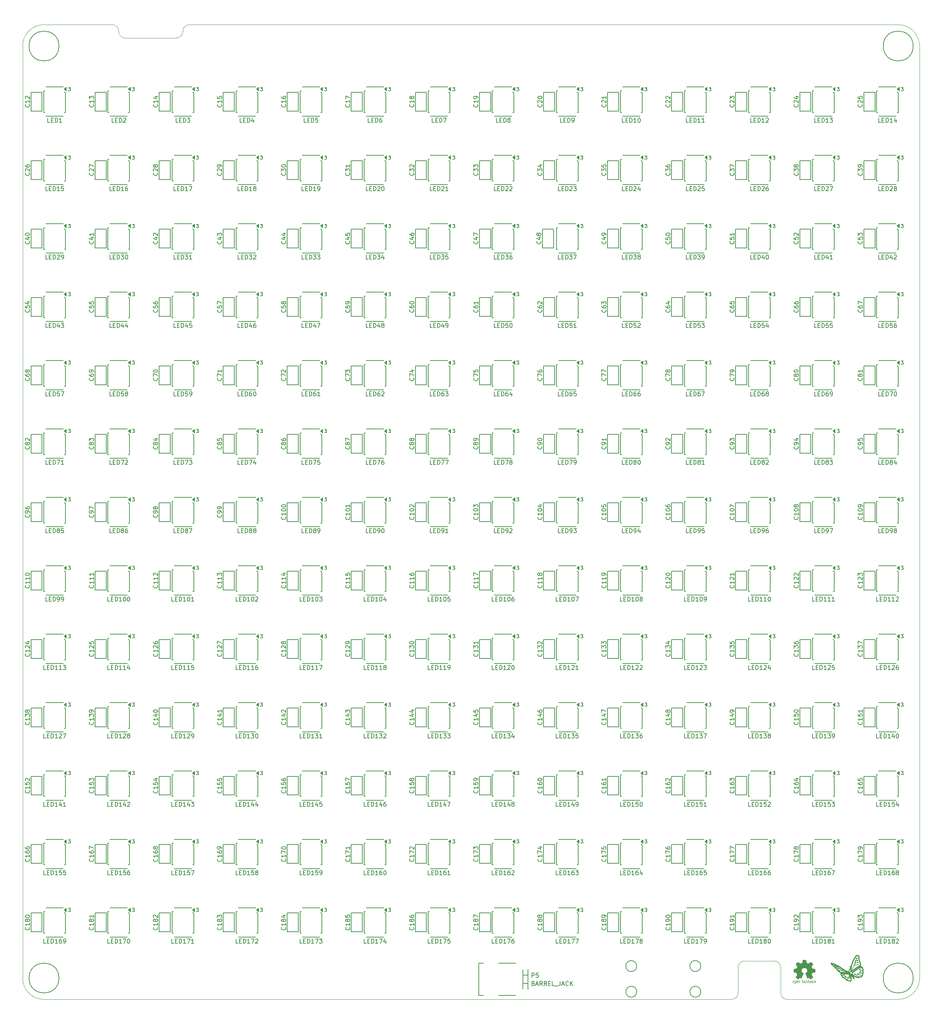
<source format=gto>
%FSLAX46Y46*%
G04 Gerber Fmt 4.6, Leading zero omitted, Abs format (unit mm)*
G04 Created by KiCad (PCBNEW (2014-09-25 BZR 5147)-product) date Monday 20 October 2014 05:54:54 PM IST*
%MOMM*%
G01*
G04 APERTURE LIST*
%ADD10C,0.150000*%
%ADD11C,0.100000*%
%ADD12C,0.075000*%
%ADD13C,0.002540*%
%ADD14C,0.127000*%
%ADD15C,0.152400*%
%ADD16C,6.500000*%
%ADD17R,1.524000X1.524000*%
%ADD18O,2.000000X3.500000*%
%ADD19O,3.500000X2.000000*%
%ADD20C,2.500000*%
%ADD21C,2.100000*%
%ADD22R,1.600000X1.600000*%
%ADD23C,1.600000*%
%ADD24C,1.524000*%
%ADD25R,1.550000X1.350000*%
%ADD26R,1.016000X1.524000*%
%ADD27C,1.778000*%
%ADD28R,1.778000X1.778000*%
%ADD29C,1.800000*%
G04 APERTURE END LIST*
D10*
D11*
X220000000Y-269000000D02*
X59000000Y-269000000D01*
X233000000Y-269000000D02*
X259000000Y-269000000D01*
X231500000Y-261500000D02*
X231500000Y-267500000D01*
X221500000Y-267500000D02*
X221500000Y-261500000D01*
X231500000Y-267500000D02*
G75*
G03X233000000Y-269000000I1500000J0D01*
G74*
G01*
X220000000Y-269000000D02*
G75*
G03X221500000Y-267500000I0J1500000D01*
G74*
G01*
X231500000Y-261500000D02*
G75*
G03X230000000Y-260000000I-1500000J0D01*
G74*
G01*
X223000000Y-260000000D02*
G75*
G03X221500000Y-261500000I0J-1500000D01*
G74*
G01*
X264000000Y-46000000D02*
X264000000Y-264000000D01*
X93000000Y-41000000D02*
X259000000Y-41000000D01*
X75000000Y-41000000D02*
X59000000Y-41000000D01*
X76500000Y-42500000D02*
X76500000Y-42600000D01*
X76500000Y-42500000D02*
G75*
G03X75000000Y-41000000I-1500000J0D01*
G74*
G01*
X91500000Y-42500000D02*
X91500000Y-42600000D01*
X93000000Y-41000000D02*
G75*
G03X91500000Y-42500000I0J-1500000D01*
G74*
G01*
X90000000Y-44100000D02*
G75*
G03X91500000Y-42600000I0J1500000D01*
G74*
G01*
X76500000Y-42600000D02*
G75*
G03X78000000Y-44100000I1500000J0D01*
G74*
G01*
X84000000Y-44100000D02*
X90000000Y-44100000D01*
X84000000Y-44100000D02*
X78000000Y-44100000D01*
X54000000Y-264000000D02*
X54000000Y-46000000D01*
X259000000Y-269000000D02*
G75*
G03X264000000Y-264000000I0J5000000D01*
G74*
G01*
X264000000Y-46000000D02*
G75*
G03X259000000Y-41000000I-5000000J0D01*
G74*
G01*
X59000000Y-41000000D02*
G75*
G03X54000000Y-46000000I0J-5000000D01*
G74*
G01*
X54000000Y-264000000D02*
G75*
G03X59000000Y-269000000I5000000J0D01*
G74*
G01*
X230000000Y-260000000D02*
X223000000Y-260000000D01*
D12*
X239160000Y-264620000D02*
X239160000Y-265080000D01*
X239250000Y-264620000D02*
X239300000Y-264620000D01*
X239200000Y-264650000D02*
X239250000Y-264620000D01*
X239180000Y-264670000D02*
X239200000Y-264650000D01*
X239160000Y-264740000D02*
X239180000Y-264670000D01*
X239600000Y-265080000D02*
X239650000Y-265050000D01*
X239500000Y-265080000D02*
X239600000Y-265080000D01*
X239460000Y-265050000D02*
X239500000Y-265080000D01*
X239440000Y-264980000D02*
X239460000Y-265050000D01*
X239440000Y-264710000D02*
X239440000Y-264980000D01*
X239470000Y-264650000D02*
X239440000Y-264710000D01*
X239510000Y-264620000D02*
X239470000Y-264650000D01*
X239610000Y-264620000D02*
X239510000Y-264620000D01*
X239650000Y-264660000D02*
X239610000Y-264620000D01*
X239670000Y-264730000D02*
X239650000Y-264660000D01*
X239670000Y-264850000D02*
X239670000Y-264730000D01*
X239670000Y-264850000D02*
X239440000Y-264850000D01*
X238920000Y-264710000D02*
X238920000Y-265080000D01*
X238890000Y-264650000D02*
X238920000Y-264710000D01*
X238850000Y-264620000D02*
X238890000Y-264650000D01*
X238750000Y-264620000D02*
X238850000Y-264620000D01*
X238700000Y-264650000D02*
X238750000Y-264620000D01*
X238760000Y-264810000D02*
X238710000Y-264840000D01*
X238880000Y-264810000D02*
X238760000Y-264810000D01*
X238920000Y-264780000D02*
X238880000Y-264810000D01*
X238870000Y-265080000D02*
X238920000Y-265040000D01*
X238750000Y-265080000D02*
X238870000Y-265080000D01*
X238700000Y-265040000D02*
X238750000Y-265080000D01*
X238680000Y-264980000D02*
X238700000Y-265040000D01*
X238680000Y-264910000D02*
X238680000Y-264980000D01*
X238710000Y-264840000D02*
X238680000Y-264910000D01*
X238130000Y-264620000D02*
X238230000Y-265080000D01*
X238230000Y-265080000D02*
X238320000Y-264740000D01*
X238320000Y-264740000D02*
X238420000Y-265080000D01*
X238420000Y-265080000D02*
X238520000Y-264620000D01*
X237940000Y-265050000D02*
X237900000Y-265080000D01*
X237900000Y-265080000D02*
X237790000Y-265080000D01*
X237790000Y-265080000D02*
X237750000Y-265050000D01*
X237750000Y-265050000D02*
X237730000Y-265020000D01*
X237730000Y-265020000D02*
X237700000Y-264950000D01*
X237700000Y-264950000D02*
X237700000Y-264750000D01*
X237700000Y-264750000D02*
X237730000Y-264680000D01*
X237730000Y-264680000D02*
X237750000Y-264650000D01*
X237750000Y-264650000D02*
X237810000Y-264610000D01*
X237810000Y-264610000D02*
X237880000Y-264610000D01*
X237880000Y-264610000D02*
X237940000Y-264650000D01*
X237940000Y-264380000D02*
X237940000Y-265080000D01*
X237420000Y-264740000D02*
X237440000Y-264670000D01*
X237440000Y-264670000D02*
X237460000Y-264650000D01*
X237460000Y-264650000D02*
X237510000Y-264620000D01*
X237510000Y-264620000D02*
X237560000Y-264620000D01*
X237420000Y-264620000D02*
X237420000Y-265080000D01*
X236970000Y-264840000D02*
X236940000Y-264910000D01*
X236940000Y-264910000D02*
X236940000Y-264980000D01*
X236940000Y-264980000D02*
X236960000Y-265040000D01*
X236960000Y-265040000D02*
X237010000Y-265080000D01*
X237010000Y-265080000D02*
X237130000Y-265080000D01*
X237130000Y-265080000D02*
X237180000Y-265040000D01*
X237180000Y-264780000D02*
X237140000Y-264810000D01*
X237140000Y-264810000D02*
X237020000Y-264810000D01*
X237020000Y-264810000D02*
X236970000Y-264840000D01*
X236960000Y-264650000D02*
X237010000Y-264620000D01*
X237010000Y-264620000D02*
X237110000Y-264620000D01*
X237110000Y-264620000D02*
X237150000Y-264650000D01*
X237150000Y-264650000D02*
X237180000Y-264710000D01*
X237180000Y-264710000D02*
X237180000Y-265080000D01*
X236510000Y-264690000D02*
X236530000Y-264650000D01*
X236530000Y-264650000D02*
X236580000Y-264620000D01*
X236580000Y-264620000D02*
X236660000Y-264620000D01*
X236660000Y-264620000D02*
X236700000Y-264650000D01*
X236700000Y-264650000D02*
X236720000Y-264710000D01*
X236720000Y-264710000D02*
X236720000Y-265080000D01*
X236510000Y-264380000D02*
X236510000Y-265080000D01*
X235460000Y-264850000D02*
X235230000Y-264850000D01*
X235680000Y-264680000D02*
X235700000Y-264650000D01*
X235700000Y-264650000D02*
X235740000Y-264620000D01*
X235740000Y-264620000D02*
X235830000Y-264620000D01*
X235830000Y-264620000D02*
X235870000Y-264650000D01*
X235870000Y-264650000D02*
X235890000Y-264710000D01*
X235890000Y-264710000D02*
X235890000Y-265080000D01*
X235680000Y-264620000D02*
X235680000Y-265080000D01*
X235460000Y-264850000D02*
X235460000Y-264730000D01*
X235460000Y-264730000D02*
X235440000Y-264660000D01*
X235440000Y-264660000D02*
X235400000Y-264620000D01*
X235400000Y-264620000D02*
X235300000Y-264620000D01*
X235300000Y-264620000D02*
X235260000Y-264650000D01*
X235260000Y-264650000D02*
X235230000Y-264710000D01*
X235230000Y-264710000D02*
X235230000Y-264980000D01*
X235230000Y-264980000D02*
X235250000Y-265050000D01*
X235250000Y-265050000D02*
X235290000Y-265080000D01*
X235290000Y-265080000D02*
X235390000Y-265080000D01*
X235390000Y-265080000D02*
X235440000Y-265050000D01*
X234800000Y-264650000D02*
X234840000Y-264620000D01*
X234840000Y-264620000D02*
X234940000Y-264620000D01*
X234940000Y-264620000D02*
X234980000Y-264650000D01*
X234980000Y-264650000D02*
X235010000Y-264680000D01*
X235010000Y-264680000D02*
X235030000Y-264740000D01*
X235030000Y-264740000D02*
X235030000Y-264960000D01*
X235030000Y-264960000D02*
X235010000Y-265020000D01*
X235010000Y-265020000D02*
X234990000Y-265050000D01*
X234990000Y-265050000D02*
X234950000Y-265080000D01*
X234950000Y-265080000D02*
X234850000Y-265080000D01*
X234850000Y-265080000D02*
X234800000Y-265050000D01*
X234800000Y-265320000D02*
X234800000Y-264620000D01*
X234490000Y-264620000D02*
X234410000Y-264620000D01*
X234410000Y-264620000D02*
X234370000Y-264650000D01*
X234370000Y-264650000D02*
X234350000Y-264680000D01*
X234350000Y-264680000D02*
X234320000Y-264750000D01*
X234410000Y-265080000D02*
X234490000Y-265080000D01*
X234490000Y-265080000D02*
X234540000Y-265050000D01*
X234540000Y-265050000D02*
X234560000Y-265020000D01*
X234560000Y-265020000D02*
X234580000Y-264950000D01*
X234580000Y-264950000D02*
X234580000Y-264750000D01*
X234580000Y-264750000D02*
X234560000Y-264690000D01*
X234560000Y-264690000D02*
X234540000Y-264660000D01*
X234540000Y-264660000D02*
X234490000Y-264620000D01*
X234320000Y-264750000D02*
X234320000Y-264950000D01*
X234320000Y-264950000D02*
X234340000Y-265010000D01*
X234340000Y-265010000D02*
X234360000Y-265040000D01*
X234360000Y-265040000D02*
X234410000Y-265080000D01*
D13*
G36*
X235486160Y-264245360D02*
X235511560Y-264230120D01*
X235569980Y-264194560D01*
X235653800Y-264138680D01*
X235752860Y-264072640D01*
X235851920Y-264006600D01*
X235933200Y-263953260D01*
X235989080Y-263915160D01*
X236014480Y-263902460D01*
X236027180Y-263907540D01*
X236072900Y-263930400D01*
X236141480Y-263965960D01*
X236182120Y-263986280D01*
X236243080Y-264011680D01*
X236276100Y-264019300D01*
X236281180Y-264009140D01*
X236304040Y-263960880D01*
X236339600Y-263879600D01*
X236385320Y-263770380D01*
X236441200Y-263643380D01*
X236497080Y-263508760D01*
X236555500Y-263369060D01*
X236611380Y-263234440D01*
X236659640Y-263115060D01*
X236700280Y-263018540D01*
X236725680Y-262949960D01*
X236735840Y-262922020D01*
X236733300Y-262914400D01*
X236700280Y-262883920D01*
X236646940Y-262843280D01*
X236527560Y-262746760D01*
X236410720Y-262601980D01*
X236339600Y-262436880D01*
X236316740Y-262251460D01*
X236337060Y-262081280D01*
X236403100Y-261918720D01*
X236517400Y-261771400D01*
X236657100Y-261662180D01*
X236819660Y-261593600D01*
X237000000Y-261570740D01*
X237172720Y-261591060D01*
X237340360Y-261657100D01*
X237487680Y-261768860D01*
X237551180Y-261839980D01*
X237637540Y-261989840D01*
X237685800Y-262147320D01*
X237690880Y-262187960D01*
X237683260Y-262363220D01*
X237632460Y-262533400D01*
X237538480Y-262683260D01*
X237408940Y-262807720D01*
X237393700Y-262817880D01*
X237335280Y-262863600D01*
X237294640Y-262894080D01*
X237264160Y-262919480D01*
X237487680Y-263457960D01*
X237523240Y-263541780D01*
X237584200Y-263689100D01*
X237637540Y-263816100D01*
X237680720Y-263917700D01*
X237711200Y-263983740D01*
X237723900Y-264011680D01*
X237723900Y-264014220D01*
X237744220Y-264016760D01*
X237784860Y-264001520D01*
X237861060Y-263965960D01*
X237909320Y-263940560D01*
X237967740Y-263912620D01*
X237993140Y-263902460D01*
X238016000Y-263915160D01*
X238069340Y-263950720D01*
X238150620Y-264004060D01*
X238247140Y-264067560D01*
X238338580Y-264131060D01*
X238422400Y-264186940D01*
X238483360Y-264225040D01*
X238513840Y-264242820D01*
X238518920Y-264242820D01*
X238544320Y-264227580D01*
X238592580Y-264186940D01*
X238666240Y-264118360D01*
X238770380Y-264014220D01*
X238785620Y-263998980D01*
X238871980Y-263912620D01*
X238940560Y-263838960D01*
X238986280Y-263788160D01*
X239004060Y-263765300D01*
X239004060Y-263765300D01*
X238988820Y-263734820D01*
X238950720Y-263673860D01*
X238894840Y-263587500D01*
X238826260Y-263488440D01*
X238648460Y-263229360D01*
X238744980Y-262985520D01*
X238775460Y-262909320D01*
X238813560Y-262820420D01*
X238841500Y-262754380D01*
X238856740Y-262726440D01*
X238882140Y-262716280D01*
X238950720Y-262701040D01*
X239047240Y-262680720D01*
X239161540Y-262660400D01*
X239273300Y-262640080D01*
X239372360Y-262619760D01*
X239443480Y-262607060D01*
X239476500Y-262599440D01*
X239484120Y-262594360D01*
X239491740Y-262579120D01*
X239494280Y-262546100D01*
X239496820Y-262485140D01*
X239499360Y-262391160D01*
X239499360Y-262251460D01*
X239499360Y-262236220D01*
X239496820Y-262106680D01*
X239494280Y-262000000D01*
X239491740Y-261933960D01*
X239486660Y-261906020D01*
X239486660Y-261906020D01*
X239456180Y-261898400D01*
X239385060Y-261883160D01*
X239286000Y-261865380D01*
X239166620Y-261842520D01*
X239159000Y-261839980D01*
X239042160Y-261817120D01*
X238943100Y-261796800D01*
X238871980Y-261781560D01*
X238844040Y-261771400D01*
X238836420Y-261763780D01*
X238813560Y-261718060D01*
X238780540Y-261644400D01*
X238739900Y-261555500D01*
X238701800Y-261461520D01*
X238668780Y-261377700D01*
X238645920Y-261316740D01*
X238638300Y-261288800D01*
X238640840Y-261286260D01*
X238658620Y-261258320D01*
X238699260Y-261197360D01*
X238755140Y-261113540D01*
X238823720Y-261011940D01*
X238828800Y-261004320D01*
X238897380Y-260905260D01*
X238953260Y-260818900D01*
X238988820Y-260760480D01*
X239004060Y-260732540D01*
X239004060Y-260730000D01*
X238981200Y-260699520D01*
X238930400Y-260643640D01*
X238856740Y-260567440D01*
X238770380Y-260478540D01*
X238742440Y-260453140D01*
X238643380Y-260356620D01*
X238577340Y-260295660D01*
X238534160Y-260262640D01*
X238513840Y-260255020D01*
X238513840Y-260255020D01*
X238483360Y-260272800D01*
X238419860Y-260313440D01*
X238336040Y-260371860D01*
X238234440Y-260440440D01*
X238226820Y-260445520D01*
X238127760Y-260514100D01*
X238043940Y-260569980D01*
X237985520Y-260610620D01*
X237957580Y-260625860D01*
X237955040Y-260625860D01*
X237914400Y-260613160D01*
X237843280Y-260587760D01*
X237754380Y-260554740D01*
X237662940Y-260516640D01*
X237579120Y-260481080D01*
X237515620Y-260453140D01*
X237485140Y-260435360D01*
X237485140Y-260435360D01*
X237474980Y-260399800D01*
X237457200Y-260323600D01*
X237436880Y-260222000D01*
X237411480Y-260100080D01*
X237408940Y-260079760D01*
X237386080Y-259960380D01*
X237368300Y-259861320D01*
X237353060Y-259792740D01*
X237345440Y-259764800D01*
X237330200Y-259762260D01*
X237271780Y-259757180D01*
X237182880Y-259754640D01*
X237073660Y-259754640D01*
X236961900Y-259754640D01*
X236852680Y-259757180D01*
X236758700Y-259759720D01*
X236690120Y-259764800D01*
X236662180Y-259769880D01*
X236662180Y-259772420D01*
X236652020Y-259810520D01*
X236634240Y-259884180D01*
X236613920Y-259988320D01*
X236591060Y-260110240D01*
X236585980Y-260133100D01*
X236563120Y-260249940D01*
X236542800Y-260349000D01*
X236530100Y-260415040D01*
X236522480Y-260442980D01*
X236509780Y-260448060D01*
X236461520Y-260468380D01*
X236382780Y-260501400D01*
X236283720Y-260542040D01*
X236055120Y-260633480D01*
X235773180Y-260442980D01*
X235747780Y-260425200D01*
X235646180Y-260356620D01*
X235564900Y-260300740D01*
X235506480Y-260262640D01*
X235483620Y-260249940D01*
X235481080Y-260249940D01*
X235453140Y-260275340D01*
X235397260Y-260328680D01*
X235321060Y-260402340D01*
X235232160Y-260488700D01*
X235168660Y-260554740D01*
X235089920Y-260633480D01*
X235041660Y-260686820D01*
X235013720Y-260719840D01*
X235006100Y-260740160D01*
X235008640Y-260755400D01*
X235026420Y-260783340D01*
X235067060Y-260844300D01*
X235125480Y-260930660D01*
X235194060Y-261029720D01*
X235249940Y-261113540D01*
X235310900Y-261207520D01*
X235349000Y-261273560D01*
X235364240Y-261306580D01*
X235359160Y-261319280D01*
X235341380Y-261375160D01*
X235305820Y-261458980D01*
X235265180Y-261558040D01*
X235166120Y-261779020D01*
X235021340Y-261806960D01*
X234932440Y-261824740D01*
X234810520Y-261847600D01*
X234691140Y-261870460D01*
X234508260Y-261906020D01*
X234500640Y-262581660D01*
X234528580Y-262594360D01*
X234556520Y-262601980D01*
X234625100Y-262617220D01*
X234721620Y-262637540D01*
X234838460Y-262657860D01*
X234934980Y-262675640D01*
X235034040Y-262695960D01*
X235105160Y-262708660D01*
X235135640Y-262716280D01*
X235145800Y-262726440D01*
X235168660Y-262774700D01*
X235204220Y-262850900D01*
X235244860Y-262942340D01*
X235282960Y-263036320D01*
X235318520Y-263125220D01*
X235341380Y-263191260D01*
X235351540Y-263224280D01*
X235338840Y-263252220D01*
X235300740Y-263310640D01*
X235247400Y-263391920D01*
X235178820Y-263490980D01*
X235112780Y-263587500D01*
X235054360Y-263671320D01*
X235016260Y-263732280D01*
X234998480Y-263760220D01*
X235008640Y-263778000D01*
X235046740Y-263826260D01*
X235120400Y-263902460D01*
X235232160Y-264011680D01*
X235249940Y-264029460D01*
X235336300Y-264113280D01*
X235409960Y-264181860D01*
X235463300Y-264227580D01*
X235486160Y-264245360D01*
X235486160Y-264245360D01*
G37*
X235486160Y-264245360D02*
X235511560Y-264230120D01*
X235569980Y-264194560D01*
X235653800Y-264138680D01*
X235752860Y-264072640D01*
X235851920Y-264006600D01*
X235933200Y-263953260D01*
X235989080Y-263915160D01*
X236014480Y-263902460D01*
X236027180Y-263907540D01*
X236072900Y-263930400D01*
X236141480Y-263965960D01*
X236182120Y-263986280D01*
X236243080Y-264011680D01*
X236276100Y-264019300D01*
X236281180Y-264009140D01*
X236304040Y-263960880D01*
X236339600Y-263879600D01*
X236385320Y-263770380D01*
X236441200Y-263643380D01*
X236497080Y-263508760D01*
X236555500Y-263369060D01*
X236611380Y-263234440D01*
X236659640Y-263115060D01*
X236700280Y-263018540D01*
X236725680Y-262949960D01*
X236735840Y-262922020D01*
X236733300Y-262914400D01*
X236700280Y-262883920D01*
X236646940Y-262843280D01*
X236527560Y-262746760D01*
X236410720Y-262601980D01*
X236339600Y-262436880D01*
X236316740Y-262251460D01*
X236337060Y-262081280D01*
X236403100Y-261918720D01*
X236517400Y-261771400D01*
X236657100Y-261662180D01*
X236819660Y-261593600D01*
X237000000Y-261570740D01*
X237172720Y-261591060D01*
X237340360Y-261657100D01*
X237487680Y-261768860D01*
X237551180Y-261839980D01*
X237637540Y-261989840D01*
X237685800Y-262147320D01*
X237690880Y-262187960D01*
X237683260Y-262363220D01*
X237632460Y-262533400D01*
X237538480Y-262683260D01*
X237408940Y-262807720D01*
X237393700Y-262817880D01*
X237335280Y-262863600D01*
X237294640Y-262894080D01*
X237264160Y-262919480D01*
X237487680Y-263457960D01*
X237523240Y-263541780D01*
X237584200Y-263689100D01*
X237637540Y-263816100D01*
X237680720Y-263917700D01*
X237711200Y-263983740D01*
X237723900Y-264011680D01*
X237723900Y-264014220D01*
X237744220Y-264016760D01*
X237784860Y-264001520D01*
X237861060Y-263965960D01*
X237909320Y-263940560D01*
X237967740Y-263912620D01*
X237993140Y-263902460D01*
X238016000Y-263915160D01*
X238069340Y-263950720D01*
X238150620Y-264004060D01*
X238247140Y-264067560D01*
X238338580Y-264131060D01*
X238422400Y-264186940D01*
X238483360Y-264225040D01*
X238513840Y-264242820D01*
X238518920Y-264242820D01*
X238544320Y-264227580D01*
X238592580Y-264186940D01*
X238666240Y-264118360D01*
X238770380Y-264014220D01*
X238785620Y-263998980D01*
X238871980Y-263912620D01*
X238940560Y-263838960D01*
X238986280Y-263788160D01*
X239004060Y-263765300D01*
X239004060Y-263765300D01*
X238988820Y-263734820D01*
X238950720Y-263673860D01*
X238894840Y-263587500D01*
X238826260Y-263488440D01*
X238648460Y-263229360D01*
X238744980Y-262985520D01*
X238775460Y-262909320D01*
X238813560Y-262820420D01*
X238841500Y-262754380D01*
X238856740Y-262726440D01*
X238882140Y-262716280D01*
X238950720Y-262701040D01*
X239047240Y-262680720D01*
X239161540Y-262660400D01*
X239273300Y-262640080D01*
X239372360Y-262619760D01*
X239443480Y-262607060D01*
X239476500Y-262599440D01*
X239484120Y-262594360D01*
X239491740Y-262579120D01*
X239494280Y-262546100D01*
X239496820Y-262485140D01*
X239499360Y-262391160D01*
X239499360Y-262251460D01*
X239499360Y-262236220D01*
X239496820Y-262106680D01*
X239494280Y-262000000D01*
X239491740Y-261933960D01*
X239486660Y-261906020D01*
X239486660Y-261906020D01*
X239456180Y-261898400D01*
X239385060Y-261883160D01*
X239286000Y-261865380D01*
X239166620Y-261842520D01*
X239159000Y-261839980D01*
X239042160Y-261817120D01*
X238943100Y-261796800D01*
X238871980Y-261781560D01*
X238844040Y-261771400D01*
X238836420Y-261763780D01*
X238813560Y-261718060D01*
X238780540Y-261644400D01*
X238739900Y-261555500D01*
X238701800Y-261461520D01*
X238668780Y-261377700D01*
X238645920Y-261316740D01*
X238638300Y-261288800D01*
X238640840Y-261286260D01*
X238658620Y-261258320D01*
X238699260Y-261197360D01*
X238755140Y-261113540D01*
X238823720Y-261011940D01*
X238828800Y-261004320D01*
X238897380Y-260905260D01*
X238953260Y-260818900D01*
X238988820Y-260760480D01*
X239004060Y-260732540D01*
X239004060Y-260730000D01*
X238981200Y-260699520D01*
X238930400Y-260643640D01*
X238856740Y-260567440D01*
X238770380Y-260478540D01*
X238742440Y-260453140D01*
X238643380Y-260356620D01*
X238577340Y-260295660D01*
X238534160Y-260262640D01*
X238513840Y-260255020D01*
X238513840Y-260255020D01*
X238483360Y-260272800D01*
X238419860Y-260313440D01*
X238336040Y-260371860D01*
X238234440Y-260440440D01*
X238226820Y-260445520D01*
X238127760Y-260514100D01*
X238043940Y-260569980D01*
X237985520Y-260610620D01*
X237957580Y-260625860D01*
X237955040Y-260625860D01*
X237914400Y-260613160D01*
X237843280Y-260587760D01*
X237754380Y-260554740D01*
X237662940Y-260516640D01*
X237579120Y-260481080D01*
X237515620Y-260453140D01*
X237485140Y-260435360D01*
X237485140Y-260435360D01*
X237474980Y-260399800D01*
X237457200Y-260323600D01*
X237436880Y-260222000D01*
X237411480Y-260100080D01*
X237408940Y-260079760D01*
X237386080Y-259960380D01*
X237368300Y-259861320D01*
X237353060Y-259792740D01*
X237345440Y-259764800D01*
X237330200Y-259762260D01*
X237271780Y-259757180D01*
X237182880Y-259754640D01*
X237073660Y-259754640D01*
X236961900Y-259754640D01*
X236852680Y-259757180D01*
X236758700Y-259759720D01*
X236690120Y-259764800D01*
X236662180Y-259769880D01*
X236662180Y-259772420D01*
X236652020Y-259810520D01*
X236634240Y-259884180D01*
X236613920Y-259988320D01*
X236591060Y-260110240D01*
X236585980Y-260133100D01*
X236563120Y-260249940D01*
X236542800Y-260349000D01*
X236530100Y-260415040D01*
X236522480Y-260442980D01*
X236509780Y-260448060D01*
X236461520Y-260468380D01*
X236382780Y-260501400D01*
X236283720Y-260542040D01*
X236055120Y-260633480D01*
X235773180Y-260442980D01*
X235747780Y-260425200D01*
X235646180Y-260356620D01*
X235564900Y-260300740D01*
X235506480Y-260262640D01*
X235483620Y-260249940D01*
X235481080Y-260249940D01*
X235453140Y-260275340D01*
X235397260Y-260328680D01*
X235321060Y-260402340D01*
X235232160Y-260488700D01*
X235168660Y-260554740D01*
X235089920Y-260633480D01*
X235041660Y-260686820D01*
X235013720Y-260719840D01*
X235006100Y-260740160D01*
X235008640Y-260755400D01*
X235026420Y-260783340D01*
X235067060Y-260844300D01*
X235125480Y-260930660D01*
X235194060Y-261029720D01*
X235249940Y-261113540D01*
X235310900Y-261207520D01*
X235349000Y-261273560D01*
X235364240Y-261306580D01*
X235359160Y-261319280D01*
X235341380Y-261375160D01*
X235305820Y-261458980D01*
X235265180Y-261558040D01*
X235166120Y-261779020D01*
X235021340Y-261806960D01*
X234932440Y-261824740D01*
X234810520Y-261847600D01*
X234691140Y-261870460D01*
X234508260Y-261906020D01*
X234500640Y-262581660D01*
X234528580Y-262594360D01*
X234556520Y-262601980D01*
X234625100Y-262617220D01*
X234721620Y-262637540D01*
X234838460Y-262657860D01*
X234934980Y-262675640D01*
X235034040Y-262695960D01*
X235105160Y-262708660D01*
X235135640Y-262716280D01*
X235145800Y-262726440D01*
X235168660Y-262774700D01*
X235204220Y-262850900D01*
X235244860Y-262942340D01*
X235282960Y-263036320D01*
X235318520Y-263125220D01*
X235341380Y-263191260D01*
X235351540Y-263224280D01*
X235338840Y-263252220D01*
X235300740Y-263310640D01*
X235247400Y-263391920D01*
X235178820Y-263490980D01*
X235112780Y-263587500D01*
X235054360Y-263671320D01*
X235016260Y-263732280D01*
X234998480Y-263760220D01*
X235008640Y-263778000D01*
X235046740Y-263826260D01*
X235120400Y-263902460D01*
X235232160Y-264011680D01*
X235249940Y-264029460D01*
X235336300Y-264113280D01*
X235409960Y-264181860D01*
X235463300Y-264227580D01*
X235486160Y-264245360D01*
G36*
X249340600Y-258558800D02*
X249366000Y-258558800D01*
X249366000Y-258584200D01*
X249340600Y-258584200D01*
X249340600Y-258558800D01*
X249340600Y-258558800D01*
G37*
X249340600Y-258558800D02*
X249366000Y-258558800D01*
X249366000Y-258584200D01*
X249340600Y-258584200D01*
X249340600Y-258558800D01*
G36*
X249366000Y-258558800D02*
X249391400Y-258558800D01*
X249391400Y-258584200D01*
X249366000Y-258584200D01*
X249366000Y-258558800D01*
X249366000Y-258558800D01*
G37*
X249366000Y-258558800D02*
X249391400Y-258558800D01*
X249391400Y-258584200D01*
X249366000Y-258584200D01*
X249366000Y-258558800D01*
G36*
X249391400Y-258558800D02*
X249416800Y-258558800D01*
X249416800Y-258584200D01*
X249391400Y-258584200D01*
X249391400Y-258558800D01*
X249391400Y-258558800D01*
G37*
X249391400Y-258558800D02*
X249416800Y-258558800D01*
X249416800Y-258584200D01*
X249391400Y-258584200D01*
X249391400Y-258558800D01*
G36*
X249416800Y-258558800D02*
X249442200Y-258558800D01*
X249442200Y-258584200D01*
X249416800Y-258584200D01*
X249416800Y-258558800D01*
X249416800Y-258558800D01*
G37*
X249416800Y-258558800D02*
X249442200Y-258558800D01*
X249442200Y-258584200D01*
X249416800Y-258584200D01*
X249416800Y-258558800D01*
G36*
X249442200Y-258558800D02*
X249467600Y-258558800D01*
X249467600Y-258584200D01*
X249442200Y-258584200D01*
X249442200Y-258558800D01*
X249442200Y-258558800D01*
G37*
X249442200Y-258558800D02*
X249467600Y-258558800D01*
X249467600Y-258584200D01*
X249442200Y-258584200D01*
X249442200Y-258558800D01*
G36*
X249315200Y-258584200D02*
X249340600Y-258584200D01*
X249340600Y-258609600D01*
X249315200Y-258609600D01*
X249315200Y-258584200D01*
X249315200Y-258584200D01*
G37*
X249315200Y-258584200D02*
X249340600Y-258584200D01*
X249340600Y-258609600D01*
X249315200Y-258609600D01*
X249315200Y-258584200D01*
G36*
X249340600Y-258584200D02*
X249366000Y-258584200D01*
X249366000Y-258609600D01*
X249340600Y-258609600D01*
X249340600Y-258584200D01*
X249340600Y-258584200D01*
G37*
X249340600Y-258584200D02*
X249366000Y-258584200D01*
X249366000Y-258609600D01*
X249340600Y-258609600D01*
X249340600Y-258584200D01*
G36*
X249366000Y-258584200D02*
X249391400Y-258584200D01*
X249391400Y-258609600D01*
X249366000Y-258609600D01*
X249366000Y-258584200D01*
X249366000Y-258584200D01*
G37*
X249366000Y-258584200D02*
X249391400Y-258584200D01*
X249391400Y-258609600D01*
X249366000Y-258609600D01*
X249366000Y-258584200D01*
G36*
X249391400Y-258584200D02*
X249416800Y-258584200D01*
X249416800Y-258609600D01*
X249391400Y-258609600D01*
X249391400Y-258584200D01*
X249391400Y-258584200D01*
G37*
X249391400Y-258584200D02*
X249416800Y-258584200D01*
X249416800Y-258609600D01*
X249391400Y-258609600D01*
X249391400Y-258584200D01*
G36*
X249416800Y-258584200D02*
X249442200Y-258584200D01*
X249442200Y-258609600D01*
X249416800Y-258609600D01*
X249416800Y-258584200D01*
X249416800Y-258584200D01*
G37*
X249416800Y-258584200D02*
X249442200Y-258584200D01*
X249442200Y-258609600D01*
X249416800Y-258609600D01*
X249416800Y-258584200D01*
G36*
X249442200Y-258584200D02*
X249467600Y-258584200D01*
X249467600Y-258609600D01*
X249442200Y-258609600D01*
X249442200Y-258584200D01*
X249442200Y-258584200D01*
G37*
X249442200Y-258584200D02*
X249467600Y-258584200D01*
X249467600Y-258609600D01*
X249442200Y-258609600D01*
X249442200Y-258584200D01*
G36*
X249467600Y-258584200D02*
X249493000Y-258584200D01*
X249493000Y-258609600D01*
X249467600Y-258609600D01*
X249467600Y-258584200D01*
X249467600Y-258584200D01*
G37*
X249467600Y-258584200D02*
X249493000Y-258584200D01*
X249493000Y-258609600D01*
X249467600Y-258609600D01*
X249467600Y-258584200D01*
G36*
X249493000Y-258584200D02*
X249518400Y-258584200D01*
X249518400Y-258609600D01*
X249493000Y-258609600D01*
X249493000Y-258584200D01*
X249493000Y-258584200D01*
G37*
X249493000Y-258584200D02*
X249518400Y-258584200D01*
X249518400Y-258609600D01*
X249493000Y-258609600D01*
X249493000Y-258584200D01*
G36*
X249518400Y-258584200D02*
X249543800Y-258584200D01*
X249543800Y-258609600D01*
X249518400Y-258609600D01*
X249518400Y-258584200D01*
X249518400Y-258584200D01*
G37*
X249518400Y-258584200D02*
X249543800Y-258584200D01*
X249543800Y-258609600D01*
X249518400Y-258609600D01*
X249518400Y-258584200D01*
G36*
X249543800Y-258584200D02*
X249569200Y-258584200D01*
X249569200Y-258609600D01*
X249543800Y-258609600D01*
X249543800Y-258584200D01*
X249543800Y-258584200D01*
G37*
X249543800Y-258584200D02*
X249569200Y-258584200D01*
X249569200Y-258609600D01*
X249543800Y-258609600D01*
X249543800Y-258584200D01*
G36*
X249264400Y-258609600D02*
X249289800Y-258609600D01*
X249289800Y-258635000D01*
X249264400Y-258635000D01*
X249264400Y-258609600D01*
X249264400Y-258609600D01*
G37*
X249264400Y-258609600D02*
X249289800Y-258609600D01*
X249289800Y-258635000D01*
X249264400Y-258635000D01*
X249264400Y-258609600D01*
G36*
X249289800Y-258609600D02*
X249315200Y-258609600D01*
X249315200Y-258635000D01*
X249289800Y-258635000D01*
X249289800Y-258609600D01*
X249289800Y-258609600D01*
G37*
X249289800Y-258609600D02*
X249315200Y-258609600D01*
X249315200Y-258635000D01*
X249289800Y-258635000D01*
X249289800Y-258609600D01*
G36*
X249315200Y-258609600D02*
X249340600Y-258609600D01*
X249340600Y-258635000D01*
X249315200Y-258635000D01*
X249315200Y-258609600D01*
X249315200Y-258609600D01*
G37*
X249315200Y-258609600D02*
X249340600Y-258609600D01*
X249340600Y-258635000D01*
X249315200Y-258635000D01*
X249315200Y-258609600D01*
G36*
X249340600Y-258609600D02*
X249366000Y-258609600D01*
X249366000Y-258635000D01*
X249340600Y-258635000D01*
X249340600Y-258609600D01*
X249340600Y-258609600D01*
G37*
X249340600Y-258609600D02*
X249366000Y-258609600D01*
X249366000Y-258635000D01*
X249340600Y-258635000D01*
X249340600Y-258609600D01*
G36*
X249366000Y-258609600D02*
X249391400Y-258609600D01*
X249391400Y-258635000D01*
X249366000Y-258635000D01*
X249366000Y-258609600D01*
X249366000Y-258609600D01*
G37*
X249366000Y-258609600D02*
X249391400Y-258609600D01*
X249391400Y-258635000D01*
X249366000Y-258635000D01*
X249366000Y-258609600D01*
G36*
X249391400Y-258609600D02*
X249416800Y-258609600D01*
X249416800Y-258635000D01*
X249391400Y-258635000D01*
X249391400Y-258609600D01*
X249391400Y-258609600D01*
G37*
X249391400Y-258609600D02*
X249416800Y-258609600D01*
X249416800Y-258635000D01*
X249391400Y-258635000D01*
X249391400Y-258609600D01*
G36*
X249416800Y-258609600D02*
X249442200Y-258609600D01*
X249442200Y-258635000D01*
X249416800Y-258635000D01*
X249416800Y-258609600D01*
X249416800Y-258609600D01*
G37*
X249416800Y-258609600D02*
X249442200Y-258609600D01*
X249442200Y-258635000D01*
X249416800Y-258635000D01*
X249416800Y-258609600D01*
G36*
X249442200Y-258609600D02*
X249467600Y-258609600D01*
X249467600Y-258635000D01*
X249442200Y-258635000D01*
X249442200Y-258609600D01*
X249442200Y-258609600D01*
G37*
X249442200Y-258609600D02*
X249467600Y-258609600D01*
X249467600Y-258635000D01*
X249442200Y-258635000D01*
X249442200Y-258609600D01*
G36*
X249467600Y-258609600D02*
X249493000Y-258609600D01*
X249493000Y-258635000D01*
X249467600Y-258635000D01*
X249467600Y-258609600D01*
X249467600Y-258609600D01*
G37*
X249467600Y-258609600D02*
X249493000Y-258609600D01*
X249493000Y-258635000D01*
X249467600Y-258635000D01*
X249467600Y-258609600D01*
G36*
X249493000Y-258609600D02*
X249518400Y-258609600D01*
X249518400Y-258635000D01*
X249493000Y-258635000D01*
X249493000Y-258609600D01*
X249493000Y-258609600D01*
G37*
X249493000Y-258609600D02*
X249518400Y-258609600D01*
X249518400Y-258635000D01*
X249493000Y-258635000D01*
X249493000Y-258609600D01*
G36*
X249518400Y-258609600D02*
X249543800Y-258609600D01*
X249543800Y-258635000D01*
X249518400Y-258635000D01*
X249518400Y-258609600D01*
X249518400Y-258609600D01*
G37*
X249518400Y-258609600D02*
X249543800Y-258609600D01*
X249543800Y-258635000D01*
X249518400Y-258635000D01*
X249518400Y-258609600D01*
G36*
X249543800Y-258609600D02*
X249569200Y-258609600D01*
X249569200Y-258635000D01*
X249543800Y-258635000D01*
X249543800Y-258609600D01*
X249543800Y-258609600D01*
G37*
X249543800Y-258609600D02*
X249569200Y-258609600D01*
X249569200Y-258635000D01*
X249543800Y-258635000D01*
X249543800Y-258609600D01*
G36*
X249569200Y-258609600D02*
X249594600Y-258609600D01*
X249594600Y-258635000D01*
X249569200Y-258635000D01*
X249569200Y-258609600D01*
X249569200Y-258609600D01*
G37*
X249569200Y-258609600D02*
X249594600Y-258609600D01*
X249594600Y-258635000D01*
X249569200Y-258635000D01*
X249569200Y-258609600D01*
G36*
X249594600Y-258609600D02*
X249620000Y-258609600D01*
X249620000Y-258635000D01*
X249594600Y-258635000D01*
X249594600Y-258609600D01*
X249594600Y-258609600D01*
G37*
X249594600Y-258609600D02*
X249620000Y-258609600D01*
X249620000Y-258635000D01*
X249594600Y-258635000D01*
X249594600Y-258609600D01*
G36*
X249620000Y-258609600D02*
X249645400Y-258609600D01*
X249645400Y-258635000D01*
X249620000Y-258635000D01*
X249620000Y-258609600D01*
X249620000Y-258609600D01*
G37*
X249620000Y-258609600D02*
X249645400Y-258609600D01*
X249645400Y-258635000D01*
X249620000Y-258635000D01*
X249620000Y-258609600D01*
G36*
X249213600Y-258635000D02*
X249239000Y-258635000D01*
X249239000Y-258660400D01*
X249213600Y-258660400D01*
X249213600Y-258635000D01*
X249213600Y-258635000D01*
G37*
X249213600Y-258635000D02*
X249239000Y-258635000D01*
X249239000Y-258660400D01*
X249213600Y-258660400D01*
X249213600Y-258635000D01*
G36*
X249239000Y-258635000D02*
X249264400Y-258635000D01*
X249264400Y-258660400D01*
X249239000Y-258660400D01*
X249239000Y-258635000D01*
X249239000Y-258635000D01*
G37*
X249239000Y-258635000D02*
X249264400Y-258635000D01*
X249264400Y-258660400D01*
X249239000Y-258660400D01*
X249239000Y-258635000D01*
G36*
X249264400Y-258635000D02*
X249289800Y-258635000D01*
X249289800Y-258660400D01*
X249264400Y-258660400D01*
X249264400Y-258635000D01*
X249264400Y-258635000D01*
G37*
X249264400Y-258635000D02*
X249289800Y-258635000D01*
X249289800Y-258660400D01*
X249264400Y-258660400D01*
X249264400Y-258635000D01*
G36*
X249289800Y-258635000D02*
X249315200Y-258635000D01*
X249315200Y-258660400D01*
X249289800Y-258660400D01*
X249289800Y-258635000D01*
X249289800Y-258635000D01*
G37*
X249289800Y-258635000D02*
X249315200Y-258635000D01*
X249315200Y-258660400D01*
X249289800Y-258660400D01*
X249289800Y-258635000D01*
G36*
X249315200Y-258635000D02*
X249340600Y-258635000D01*
X249340600Y-258660400D01*
X249315200Y-258660400D01*
X249315200Y-258635000D01*
X249315200Y-258635000D01*
G37*
X249315200Y-258635000D02*
X249340600Y-258635000D01*
X249340600Y-258660400D01*
X249315200Y-258660400D01*
X249315200Y-258635000D01*
G36*
X249340600Y-258635000D02*
X249366000Y-258635000D01*
X249366000Y-258660400D01*
X249340600Y-258660400D01*
X249340600Y-258635000D01*
X249340600Y-258635000D01*
G37*
X249340600Y-258635000D02*
X249366000Y-258635000D01*
X249366000Y-258660400D01*
X249340600Y-258660400D01*
X249340600Y-258635000D01*
G36*
X249366000Y-258635000D02*
X249391400Y-258635000D01*
X249391400Y-258660400D01*
X249366000Y-258660400D01*
X249366000Y-258635000D01*
X249366000Y-258635000D01*
G37*
X249366000Y-258635000D02*
X249391400Y-258635000D01*
X249391400Y-258660400D01*
X249366000Y-258660400D01*
X249366000Y-258635000D01*
G36*
X249391400Y-258635000D02*
X249416800Y-258635000D01*
X249416800Y-258660400D01*
X249391400Y-258660400D01*
X249391400Y-258635000D01*
X249391400Y-258635000D01*
G37*
X249391400Y-258635000D02*
X249416800Y-258635000D01*
X249416800Y-258660400D01*
X249391400Y-258660400D01*
X249391400Y-258635000D01*
G36*
X249416800Y-258635000D02*
X249442200Y-258635000D01*
X249442200Y-258660400D01*
X249416800Y-258660400D01*
X249416800Y-258635000D01*
X249416800Y-258635000D01*
G37*
X249416800Y-258635000D02*
X249442200Y-258635000D01*
X249442200Y-258660400D01*
X249416800Y-258660400D01*
X249416800Y-258635000D01*
G36*
X249442200Y-258635000D02*
X249467600Y-258635000D01*
X249467600Y-258660400D01*
X249442200Y-258660400D01*
X249442200Y-258635000D01*
X249442200Y-258635000D01*
G37*
X249442200Y-258635000D02*
X249467600Y-258635000D01*
X249467600Y-258660400D01*
X249442200Y-258660400D01*
X249442200Y-258635000D01*
G36*
X249467600Y-258635000D02*
X249493000Y-258635000D01*
X249493000Y-258660400D01*
X249467600Y-258660400D01*
X249467600Y-258635000D01*
X249467600Y-258635000D01*
G37*
X249467600Y-258635000D02*
X249493000Y-258635000D01*
X249493000Y-258660400D01*
X249467600Y-258660400D01*
X249467600Y-258635000D01*
G36*
X249493000Y-258635000D02*
X249518400Y-258635000D01*
X249518400Y-258660400D01*
X249493000Y-258660400D01*
X249493000Y-258635000D01*
X249493000Y-258635000D01*
G37*
X249493000Y-258635000D02*
X249518400Y-258635000D01*
X249518400Y-258660400D01*
X249493000Y-258660400D01*
X249493000Y-258635000D01*
G36*
X249518400Y-258635000D02*
X249543800Y-258635000D01*
X249543800Y-258660400D01*
X249518400Y-258660400D01*
X249518400Y-258635000D01*
X249518400Y-258635000D01*
G37*
X249518400Y-258635000D02*
X249543800Y-258635000D01*
X249543800Y-258660400D01*
X249518400Y-258660400D01*
X249518400Y-258635000D01*
G36*
X249543800Y-258635000D02*
X249569200Y-258635000D01*
X249569200Y-258660400D01*
X249543800Y-258660400D01*
X249543800Y-258635000D01*
X249543800Y-258635000D01*
G37*
X249543800Y-258635000D02*
X249569200Y-258635000D01*
X249569200Y-258660400D01*
X249543800Y-258660400D01*
X249543800Y-258635000D01*
G36*
X249569200Y-258635000D02*
X249594600Y-258635000D01*
X249594600Y-258660400D01*
X249569200Y-258660400D01*
X249569200Y-258635000D01*
X249569200Y-258635000D01*
G37*
X249569200Y-258635000D02*
X249594600Y-258635000D01*
X249594600Y-258660400D01*
X249569200Y-258660400D01*
X249569200Y-258635000D01*
G36*
X249594600Y-258635000D02*
X249620000Y-258635000D01*
X249620000Y-258660400D01*
X249594600Y-258660400D01*
X249594600Y-258635000D01*
X249594600Y-258635000D01*
G37*
X249594600Y-258635000D02*
X249620000Y-258635000D01*
X249620000Y-258660400D01*
X249594600Y-258660400D01*
X249594600Y-258635000D01*
G36*
X249620000Y-258635000D02*
X249645400Y-258635000D01*
X249645400Y-258660400D01*
X249620000Y-258660400D01*
X249620000Y-258635000D01*
X249620000Y-258635000D01*
G37*
X249620000Y-258635000D02*
X249645400Y-258635000D01*
X249645400Y-258660400D01*
X249620000Y-258660400D01*
X249620000Y-258635000D01*
G36*
X249645400Y-258635000D02*
X249670800Y-258635000D01*
X249670800Y-258660400D01*
X249645400Y-258660400D01*
X249645400Y-258635000D01*
X249645400Y-258635000D01*
G37*
X249645400Y-258635000D02*
X249670800Y-258635000D01*
X249670800Y-258660400D01*
X249645400Y-258660400D01*
X249645400Y-258635000D01*
G36*
X249188200Y-258660400D02*
X249213600Y-258660400D01*
X249213600Y-258685800D01*
X249188200Y-258685800D01*
X249188200Y-258660400D01*
X249188200Y-258660400D01*
G37*
X249188200Y-258660400D02*
X249213600Y-258660400D01*
X249213600Y-258685800D01*
X249188200Y-258685800D01*
X249188200Y-258660400D01*
G36*
X249213600Y-258660400D02*
X249239000Y-258660400D01*
X249239000Y-258685800D01*
X249213600Y-258685800D01*
X249213600Y-258660400D01*
X249213600Y-258660400D01*
G37*
X249213600Y-258660400D02*
X249239000Y-258660400D01*
X249239000Y-258685800D01*
X249213600Y-258685800D01*
X249213600Y-258660400D01*
G36*
X249239000Y-258660400D02*
X249264400Y-258660400D01*
X249264400Y-258685800D01*
X249239000Y-258685800D01*
X249239000Y-258660400D01*
X249239000Y-258660400D01*
G37*
X249239000Y-258660400D02*
X249264400Y-258660400D01*
X249264400Y-258685800D01*
X249239000Y-258685800D01*
X249239000Y-258660400D01*
G36*
X249264400Y-258660400D02*
X249289800Y-258660400D01*
X249289800Y-258685800D01*
X249264400Y-258685800D01*
X249264400Y-258660400D01*
X249264400Y-258660400D01*
G37*
X249264400Y-258660400D02*
X249289800Y-258660400D01*
X249289800Y-258685800D01*
X249264400Y-258685800D01*
X249264400Y-258660400D01*
G36*
X249289800Y-258660400D02*
X249315200Y-258660400D01*
X249315200Y-258685800D01*
X249289800Y-258685800D01*
X249289800Y-258660400D01*
X249289800Y-258660400D01*
G37*
X249289800Y-258660400D02*
X249315200Y-258660400D01*
X249315200Y-258685800D01*
X249289800Y-258685800D01*
X249289800Y-258660400D01*
G36*
X249315200Y-258660400D02*
X249340600Y-258660400D01*
X249340600Y-258685800D01*
X249315200Y-258685800D01*
X249315200Y-258660400D01*
X249315200Y-258660400D01*
G37*
X249315200Y-258660400D02*
X249340600Y-258660400D01*
X249340600Y-258685800D01*
X249315200Y-258685800D01*
X249315200Y-258660400D01*
G36*
X249340600Y-258660400D02*
X249366000Y-258660400D01*
X249366000Y-258685800D01*
X249340600Y-258685800D01*
X249340600Y-258660400D01*
X249340600Y-258660400D01*
G37*
X249340600Y-258660400D02*
X249366000Y-258660400D01*
X249366000Y-258685800D01*
X249340600Y-258685800D01*
X249340600Y-258660400D01*
G36*
X249366000Y-258660400D02*
X249391400Y-258660400D01*
X249391400Y-258685800D01*
X249366000Y-258685800D01*
X249366000Y-258660400D01*
X249366000Y-258660400D01*
G37*
X249366000Y-258660400D02*
X249391400Y-258660400D01*
X249391400Y-258685800D01*
X249366000Y-258685800D01*
X249366000Y-258660400D01*
G36*
X249391400Y-258660400D02*
X249416800Y-258660400D01*
X249416800Y-258685800D01*
X249391400Y-258685800D01*
X249391400Y-258660400D01*
X249391400Y-258660400D01*
G37*
X249391400Y-258660400D02*
X249416800Y-258660400D01*
X249416800Y-258685800D01*
X249391400Y-258685800D01*
X249391400Y-258660400D01*
G36*
X249416800Y-258660400D02*
X249442200Y-258660400D01*
X249442200Y-258685800D01*
X249416800Y-258685800D01*
X249416800Y-258660400D01*
X249416800Y-258660400D01*
G37*
X249416800Y-258660400D02*
X249442200Y-258660400D01*
X249442200Y-258685800D01*
X249416800Y-258685800D01*
X249416800Y-258660400D01*
G36*
X249442200Y-258660400D02*
X249467600Y-258660400D01*
X249467600Y-258685800D01*
X249442200Y-258685800D01*
X249442200Y-258660400D01*
X249442200Y-258660400D01*
G37*
X249442200Y-258660400D02*
X249467600Y-258660400D01*
X249467600Y-258685800D01*
X249442200Y-258685800D01*
X249442200Y-258660400D01*
G36*
X249467600Y-258660400D02*
X249493000Y-258660400D01*
X249493000Y-258685800D01*
X249467600Y-258685800D01*
X249467600Y-258660400D01*
X249467600Y-258660400D01*
G37*
X249467600Y-258660400D02*
X249493000Y-258660400D01*
X249493000Y-258685800D01*
X249467600Y-258685800D01*
X249467600Y-258660400D01*
G36*
X249493000Y-258660400D02*
X249518400Y-258660400D01*
X249518400Y-258685800D01*
X249493000Y-258685800D01*
X249493000Y-258660400D01*
X249493000Y-258660400D01*
G37*
X249493000Y-258660400D02*
X249518400Y-258660400D01*
X249518400Y-258685800D01*
X249493000Y-258685800D01*
X249493000Y-258660400D01*
G36*
X249518400Y-258660400D02*
X249543800Y-258660400D01*
X249543800Y-258685800D01*
X249518400Y-258685800D01*
X249518400Y-258660400D01*
X249518400Y-258660400D01*
G37*
X249518400Y-258660400D02*
X249543800Y-258660400D01*
X249543800Y-258685800D01*
X249518400Y-258685800D01*
X249518400Y-258660400D01*
G36*
X249543800Y-258660400D02*
X249569200Y-258660400D01*
X249569200Y-258685800D01*
X249543800Y-258685800D01*
X249543800Y-258660400D01*
X249543800Y-258660400D01*
G37*
X249543800Y-258660400D02*
X249569200Y-258660400D01*
X249569200Y-258685800D01*
X249543800Y-258685800D01*
X249543800Y-258660400D01*
G36*
X249569200Y-258660400D02*
X249594600Y-258660400D01*
X249594600Y-258685800D01*
X249569200Y-258685800D01*
X249569200Y-258660400D01*
X249569200Y-258660400D01*
G37*
X249569200Y-258660400D02*
X249594600Y-258660400D01*
X249594600Y-258685800D01*
X249569200Y-258685800D01*
X249569200Y-258660400D01*
G36*
X249594600Y-258660400D02*
X249620000Y-258660400D01*
X249620000Y-258685800D01*
X249594600Y-258685800D01*
X249594600Y-258660400D01*
X249594600Y-258660400D01*
G37*
X249594600Y-258660400D02*
X249620000Y-258660400D01*
X249620000Y-258685800D01*
X249594600Y-258685800D01*
X249594600Y-258660400D01*
G36*
X249620000Y-258660400D02*
X249645400Y-258660400D01*
X249645400Y-258685800D01*
X249620000Y-258685800D01*
X249620000Y-258660400D01*
X249620000Y-258660400D01*
G37*
X249620000Y-258660400D02*
X249645400Y-258660400D01*
X249645400Y-258685800D01*
X249620000Y-258685800D01*
X249620000Y-258660400D01*
G36*
X249645400Y-258660400D02*
X249670800Y-258660400D01*
X249670800Y-258685800D01*
X249645400Y-258685800D01*
X249645400Y-258660400D01*
X249645400Y-258660400D01*
G37*
X249645400Y-258660400D02*
X249670800Y-258660400D01*
X249670800Y-258685800D01*
X249645400Y-258685800D01*
X249645400Y-258660400D01*
G36*
X249670800Y-258660400D02*
X249696200Y-258660400D01*
X249696200Y-258685800D01*
X249670800Y-258685800D01*
X249670800Y-258660400D01*
X249670800Y-258660400D01*
G37*
X249670800Y-258660400D02*
X249696200Y-258660400D01*
X249696200Y-258685800D01*
X249670800Y-258685800D01*
X249670800Y-258660400D01*
G36*
X249137400Y-258685800D02*
X249162800Y-258685800D01*
X249162800Y-258711200D01*
X249137400Y-258711200D01*
X249137400Y-258685800D01*
X249137400Y-258685800D01*
G37*
X249137400Y-258685800D02*
X249162800Y-258685800D01*
X249162800Y-258711200D01*
X249137400Y-258711200D01*
X249137400Y-258685800D01*
G36*
X249162800Y-258685800D02*
X249188200Y-258685800D01*
X249188200Y-258711200D01*
X249162800Y-258711200D01*
X249162800Y-258685800D01*
X249162800Y-258685800D01*
G37*
X249162800Y-258685800D02*
X249188200Y-258685800D01*
X249188200Y-258711200D01*
X249162800Y-258711200D01*
X249162800Y-258685800D01*
G36*
X249188200Y-258685800D02*
X249213600Y-258685800D01*
X249213600Y-258711200D01*
X249188200Y-258711200D01*
X249188200Y-258685800D01*
X249188200Y-258685800D01*
G37*
X249188200Y-258685800D02*
X249213600Y-258685800D01*
X249213600Y-258711200D01*
X249188200Y-258711200D01*
X249188200Y-258685800D01*
G36*
X249213600Y-258685800D02*
X249239000Y-258685800D01*
X249239000Y-258711200D01*
X249213600Y-258711200D01*
X249213600Y-258685800D01*
X249213600Y-258685800D01*
G37*
X249213600Y-258685800D02*
X249239000Y-258685800D01*
X249239000Y-258711200D01*
X249213600Y-258711200D01*
X249213600Y-258685800D01*
G36*
X249239000Y-258685800D02*
X249264400Y-258685800D01*
X249264400Y-258711200D01*
X249239000Y-258711200D01*
X249239000Y-258685800D01*
X249239000Y-258685800D01*
G37*
X249239000Y-258685800D02*
X249264400Y-258685800D01*
X249264400Y-258711200D01*
X249239000Y-258711200D01*
X249239000Y-258685800D01*
G36*
X249264400Y-258685800D02*
X249289800Y-258685800D01*
X249289800Y-258711200D01*
X249264400Y-258711200D01*
X249264400Y-258685800D01*
X249264400Y-258685800D01*
G37*
X249264400Y-258685800D02*
X249289800Y-258685800D01*
X249289800Y-258711200D01*
X249264400Y-258711200D01*
X249264400Y-258685800D01*
G36*
X249289800Y-258685800D02*
X249315200Y-258685800D01*
X249315200Y-258711200D01*
X249289800Y-258711200D01*
X249289800Y-258685800D01*
X249289800Y-258685800D01*
G37*
X249289800Y-258685800D02*
X249315200Y-258685800D01*
X249315200Y-258711200D01*
X249289800Y-258711200D01*
X249289800Y-258685800D01*
G36*
X249315200Y-258685800D02*
X249340600Y-258685800D01*
X249340600Y-258711200D01*
X249315200Y-258711200D01*
X249315200Y-258685800D01*
X249315200Y-258685800D01*
G37*
X249315200Y-258685800D02*
X249340600Y-258685800D01*
X249340600Y-258711200D01*
X249315200Y-258711200D01*
X249315200Y-258685800D01*
G36*
X249340600Y-258685800D02*
X249366000Y-258685800D01*
X249366000Y-258711200D01*
X249340600Y-258711200D01*
X249340600Y-258685800D01*
X249340600Y-258685800D01*
G37*
X249340600Y-258685800D02*
X249366000Y-258685800D01*
X249366000Y-258711200D01*
X249340600Y-258711200D01*
X249340600Y-258685800D01*
G36*
X249366000Y-258685800D02*
X249391400Y-258685800D01*
X249391400Y-258711200D01*
X249366000Y-258711200D01*
X249366000Y-258685800D01*
X249366000Y-258685800D01*
G37*
X249366000Y-258685800D02*
X249391400Y-258685800D01*
X249391400Y-258711200D01*
X249366000Y-258711200D01*
X249366000Y-258685800D01*
G36*
X249391400Y-258685800D02*
X249416800Y-258685800D01*
X249416800Y-258711200D01*
X249391400Y-258711200D01*
X249391400Y-258685800D01*
X249391400Y-258685800D01*
G37*
X249391400Y-258685800D02*
X249416800Y-258685800D01*
X249416800Y-258711200D01*
X249391400Y-258711200D01*
X249391400Y-258685800D01*
G36*
X249416800Y-258685800D02*
X249442200Y-258685800D01*
X249442200Y-258711200D01*
X249416800Y-258711200D01*
X249416800Y-258685800D01*
X249416800Y-258685800D01*
G37*
X249416800Y-258685800D02*
X249442200Y-258685800D01*
X249442200Y-258711200D01*
X249416800Y-258711200D01*
X249416800Y-258685800D01*
G36*
X249442200Y-258685800D02*
X249467600Y-258685800D01*
X249467600Y-258711200D01*
X249442200Y-258711200D01*
X249442200Y-258685800D01*
X249442200Y-258685800D01*
G37*
X249442200Y-258685800D02*
X249467600Y-258685800D01*
X249467600Y-258711200D01*
X249442200Y-258711200D01*
X249442200Y-258685800D01*
G36*
X249467600Y-258685800D02*
X249493000Y-258685800D01*
X249493000Y-258711200D01*
X249467600Y-258711200D01*
X249467600Y-258685800D01*
X249467600Y-258685800D01*
G37*
X249467600Y-258685800D02*
X249493000Y-258685800D01*
X249493000Y-258711200D01*
X249467600Y-258711200D01*
X249467600Y-258685800D01*
G36*
X249493000Y-258685800D02*
X249518400Y-258685800D01*
X249518400Y-258711200D01*
X249493000Y-258711200D01*
X249493000Y-258685800D01*
X249493000Y-258685800D01*
G37*
X249493000Y-258685800D02*
X249518400Y-258685800D01*
X249518400Y-258711200D01*
X249493000Y-258711200D01*
X249493000Y-258685800D01*
G36*
X249518400Y-258685800D02*
X249543800Y-258685800D01*
X249543800Y-258711200D01*
X249518400Y-258711200D01*
X249518400Y-258685800D01*
X249518400Y-258685800D01*
G37*
X249518400Y-258685800D02*
X249543800Y-258685800D01*
X249543800Y-258711200D01*
X249518400Y-258711200D01*
X249518400Y-258685800D01*
G36*
X249543800Y-258685800D02*
X249569200Y-258685800D01*
X249569200Y-258711200D01*
X249543800Y-258711200D01*
X249543800Y-258685800D01*
X249543800Y-258685800D01*
G37*
X249543800Y-258685800D02*
X249569200Y-258685800D01*
X249569200Y-258711200D01*
X249543800Y-258711200D01*
X249543800Y-258685800D01*
G36*
X249569200Y-258685800D02*
X249594600Y-258685800D01*
X249594600Y-258711200D01*
X249569200Y-258711200D01*
X249569200Y-258685800D01*
X249569200Y-258685800D01*
G37*
X249569200Y-258685800D02*
X249594600Y-258685800D01*
X249594600Y-258711200D01*
X249569200Y-258711200D01*
X249569200Y-258685800D01*
G36*
X249594600Y-258685800D02*
X249620000Y-258685800D01*
X249620000Y-258711200D01*
X249594600Y-258711200D01*
X249594600Y-258685800D01*
X249594600Y-258685800D01*
G37*
X249594600Y-258685800D02*
X249620000Y-258685800D01*
X249620000Y-258711200D01*
X249594600Y-258711200D01*
X249594600Y-258685800D01*
G36*
X249620000Y-258685800D02*
X249645400Y-258685800D01*
X249645400Y-258711200D01*
X249620000Y-258711200D01*
X249620000Y-258685800D01*
X249620000Y-258685800D01*
G37*
X249620000Y-258685800D02*
X249645400Y-258685800D01*
X249645400Y-258711200D01*
X249620000Y-258711200D01*
X249620000Y-258685800D01*
G36*
X249645400Y-258685800D02*
X249670800Y-258685800D01*
X249670800Y-258711200D01*
X249645400Y-258711200D01*
X249645400Y-258685800D01*
X249645400Y-258685800D01*
G37*
X249645400Y-258685800D02*
X249670800Y-258685800D01*
X249670800Y-258711200D01*
X249645400Y-258711200D01*
X249645400Y-258685800D01*
G36*
X249670800Y-258685800D02*
X249696200Y-258685800D01*
X249696200Y-258711200D01*
X249670800Y-258711200D01*
X249670800Y-258685800D01*
X249670800Y-258685800D01*
G37*
X249670800Y-258685800D02*
X249696200Y-258685800D01*
X249696200Y-258711200D01*
X249670800Y-258711200D01*
X249670800Y-258685800D01*
G36*
X249112000Y-258711200D02*
X249137400Y-258711200D01*
X249137400Y-258736600D01*
X249112000Y-258736600D01*
X249112000Y-258711200D01*
X249112000Y-258711200D01*
G37*
X249112000Y-258711200D02*
X249137400Y-258711200D01*
X249137400Y-258736600D01*
X249112000Y-258736600D01*
X249112000Y-258711200D01*
G36*
X249137400Y-258711200D02*
X249162800Y-258711200D01*
X249162800Y-258736600D01*
X249137400Y-258736600D01*
X249137400Y-258711200D01*
X249137400Y-258711200D01*
G37*
X249137400Y-258711200D02*
X249162800Y-258711200D01*
X249162800Y-258736600D01*
X249137400Y-258736600D01*
X249137400Y-258711200D01*
G36*
X249162800Y-258711200D02*
X249188200Y-258711200D01*
X249188200Y-258736600D01*
X249162800Y-258736600D01*
X249162800Y-258711200D01*
X249162800Y-258711200D01*
G37*
X249162800Y-258711200D02*
X249188200Y-258711200D01*
X249188200Y-258736600D01*
X249162800Y-258736600D01*
X249162800Y-258711200D01*
G36*
X249188200Y-258711200D02*
X249213600Y-258711200D01*
X249213600Y-258736600D01*
X249188200Y-258736600D01*
X249188200Y-258711200D01*
X249188200Y-258711200D01*
G37*
X249188200Y-258711200D02*
X249213600Y-258711200D01*
X249213600Y-258736600D01*
X249188200Y-258736600D01*
X249188200Y-258711200D01*
G36*
X249213600Y-258711200D02*
X249239000Y-258711200D01*
X249239000Y-258736600D01*
X249213600Y-258736600D01*
X249213600Y-258711200D01*
X249213600Y-258711200D01*
G37*
X249213600Y-258711200D02*
X249239000Y-258711200D01*
X249239000Y-258736600D01*
X249213600Y-258736600D01*
X249213600Y-258711200D01*
G36*
X249239000Y-258711200D02*
X249264400Y-258711200D01*
X249264400Y-258736600D01*
X249239000Y-258736600D01*
X249239000Y-258711200D01*
X249239000Y-258711200D01*
G37*
X249239000Y-258711200D02*
X249264400Y-258711200D01*
X249264400Y-258736600D01*
X249239000Y-258736600D01*
X249239000Y-258711200D01*
G36*
X249264400Y-258711200D02*
X249289800Y-258711200D01*
X249289800Y-258736600D01*
X249264400Y-258736600D01*
X249264400Y-258711200D01*
X249264400Y-258711200D01*
G37*
X249264400Y-258711200D02*
X249289800Y-258711200D01*
X249289800Y-258736600D01*
X249264400Y-258736600D01*
X249264400Y-258711200D01*
G36*
X249289800Y-258711200D02*
X249315200Y-258711200D01*
X249315200Y-258736600D01*
X249289800Y-258736600D01*
X249289800Y-258711200D01*
X249289800Y-258711200D01*
G37*
X249289800Y-258711200D02*
X249315200Y-258711200D01*
X249315200Y-258736600D01*
X249289800Y-258736600D01*
X249289800Y-258711200D01*
G36*
X249315200Y-258711200D02*
X249340600Y-258711200D01*
X249340600Y-258736600D01*
X249315200Y-258736600D01*
X249315200Y-258711200D01*
X249315200Y-258711200D01*
G37*
X249315200Y-258711200D02*
X249340600Y-258711200D01*
X249340600Y-258736600D01*
X249315200Y-258736600D01*
X249315200Y-258711200D01*
G36*
X249340600Y-258711200D02*
X249366000Y-258711200D01*
X249366000Y-258736600D01*
X249340600Y-258736600D01*
X249340600Y-258711200D01*
X249340600Y-258711200D01*
G37*
X249340600Y-258711200D02*
X249366000Y-258711200D01*
X249366000Y-258736600D01*
X249340600Y-258736600D01*
X249340600Y-258711200D01*
G36*
X249366000Y-258711200D02*
X249391400Y-258711200D01*
X249391400Y-258736600D01*
X249366000Y-258736600D01*
X249366000Y-258711200D01*
X249366000Y-258711200D01*
G37*
X249366000Y-258711200D02*
X249391400Y-258711200D01*
X249391400Y-258736600D01*
X249366000Y-258736600D01*
X249366000Y-258711200D01*
G36*
X249391400Y-258711200D02*
X249416800Y-258711200D01*
X249416800Y-258736600D01*
X249391400Y-258736600D01*
X249391400Y-258711200D01*
X249391400Y-258711200D01*
G37*
X249391400Y-258711200D02*
X249416800Y-258711200D01*
X249416800Y-258736600D01*
X249391400Y-258736600D01*
X249391400Y-258711200D01*
G36*
X249416800Y-258711200D02*
X249442200Y-258711200D01*
X249442200Y-258736600D01*
X249416800Y-258736600D01*
X249416800Y-258711200D01*
X249416800Y-258711200D01*
G37*
X249416800Y-258711200D02*
X249442200Y-258711200D01*
X249442200Y-258736600D01*
X249416800Y-258736600D01*
X249416800Y-258711200D01*
G36*
X249442200Y-258711200D02*
X249467600Y-258711200D01*
X249467600Y-258736600D01*
X249442200Y-258736600D01*
X249442200Y-258711200D01*
X249442200Y-258711200D01*
G37*
X249442200Y-258711200D02*
X249467600Y-258711200D01*
X249467600Y-258736600D01*
X249442200Y-258736600D01*
X249442200Y-258711200D01*
G36*
X249467600Y-258711200D02*
X249493000Y-258711200D01*
X249493000Y-258736600D01*
X249467600Y-258736600D01*
X249467600Y-258711200D01*
X249467600Y-258711200D01*
G37*
X249467600Y-258711200D02*
X249493000Y-258711200D01*
X249493000Y-258736600D01*
X249467600Y-258736600D01*
X249467600Y-258711200D01*
G36*
X249493000Y-258711200D02*
X249518400Y-258711200D01*
X249518400Y-258736600D01*
X249493000Y-258736600D01*
X249493000Y-258711200D01*
X249493000Y-258711200D01*
G37*
X249493000Y-258711200D02*
X249518400Y-258711200D01*
X249518400Y-258736600D01*
X249493000Y-258736600D01*
X249493000Y-258711200D01*
G36*
X249518400Y-258711200D02*
X249543800Y-258711200D01*
X249543800Y-258736600D01*
X249518400Y-258736600D01*
X249518400Y-258711200D01*
X249518400Y-258711200D01*
G37*
X249518400Y-258711200D02*
X249543800Y-258711200D01*
X249543800Y-258736600D01*
X249518400Y-258736600D01*
X249518400Y-258711200D01*
G36*
X249543800Y-258711200D02*
X249569200Y-258711200D01*
X249569200Y-258736600D01*
X249543800Y-258736600D01*
X249543800Y-258711200D01*
X249543800Y-258711200D01*
G37*
X249543800Y-258711200D02*
X249569200Y-258711200D01*
X249569200Y-258736600D01*
X249543800Y-258736600D01*
X249543800Y-258711200D01*
G36*
X249569200Y-258711200D02*
X249594600Y-258711200D01*
X249594600Y-258736600D01*
X249569200Y-258736600D01*
X249569200Y-258711200D01*
X249569200Y-258711200D01*
G37*
X249569200Y-258711200D02*
X249594600Y-258711200D01*
X249594600Y-258736600D01*
X249569200Y-258736600D01*
X249569200Y-258711200D01*
G36*
X249594600Y-258711200D02*
X249620000Y-258711200D01*
X249620000Y-258736600D01*
X249594600Y-258736600D01*
X249594600Y-258711200D01*
X249594600Y-258711200D01*
G37*
X249594600Y-258711200D02*
X249620000Y-258711200D01*
X249620000Y-258736600D01*
X249594600Y-258736600D01*
X249594600Y-258711200D01*
G36*
X249620000Y-258711200D02*
X249645400Y-258711200D01*
X249645400Y-258736600D01*
X249620000Y-258736600D01*
X249620000Y-258711200D01*
X249620000Y-258711200D01*
G37*
X249620000Y-258711200D02*
X249645400Y-258711200D01*
X249645400Y-258736600D01*
X249620000Y-258736600D01*
X249620000Y-258711200D01*
G36*
X249645400Y-258711200D02*
X249670800Y-258711200D01*
X249670800Y-258736600D01*
X249645400Y-258736600D01*
X249645400Y-258711200D01*
X249645400Y-258711200D01*
G37*
X249645400Y-258711200D02*
X249670800Y-258711200D01*
X249670800Y-258736600D01*
X249645400Y-258736600D01*
X249645400Y-258711200D01*
G36*
X249670800Y-258711200D02*
X249696200Y-258711200D01*
X249696200Y-258736600D01*
X249670800Y-258736600D01*
X249670800Y-258711200D01*
X249670800Y-258711200D01*
G37*
X249670800Y-258711200D02*
X249696200Y-258711200D01*
X249696200Y-258736600D01*
X249670800Y-258736600D01*
X249670800Y-258711200D01*
G36*
X249696200Y-258711200D02*
X249721600Y-258711200D01*
X249721600Y-258736600D01*
X249696200Y-258736600D01*
X249696200Y-258711200D01*
X249696200Y-258711200D01*
G37*
X249696200Y-258711200D02*
X249721600Y-258711200D01*
X249721600Y-258736600D01*
X249696200Y-258736600D01*
X249696200Y-258711200D01*
G36*
X249061200Y-258736600D02*
X249086600Y-258736600D01*
X249086600Y-258762000D01*
X249061200Y-258762000D01*
X249061200Y-258736600D01*
X249061200Y-258736600D01*
G37*
X249061200Y-258736600D02*
X249086600Y-258736600D01*
X249086600Y-258762000D01*
X249061200Y-258762000D01*
X249061200Y-258736600D01*
G36*
X249086600Y-258736600D02*
X249112000Y-258736600D01*
X249112000Y-258762000D01*
X249086600Y-258762000D01*
X249086600Y-258736600D01*
X249086600Y-258736600D01*
G37*
X249086600Y-258736600D02*
X249112000Y-258736600D01*
X249112000Y-258762000D01*
X249086600Y-258762000D01*
X249086600Y-258736600D01*
G36*
X249112000Y-258736600D02*
X249137400Y-258736600D01*
X249137400Y-258762000D01*
X249112000Y-258762000D01*
X249112000Y-258736600D01*
X249112000Y-258736600D01*
G37*
X249112000Y-258736600D02*
X249137400Y-258736600D01*
X249137400Y-258762000D01*
X249112000Y-258762000D01*
X249112000Y-258736600D01*
G36*
X249137400Y-258736600D02*
X249162800Y-258736600D01*
X249162800Y-258762000D01*
X249137400Y-258762000D01*
X249137400Y-258736600D01*
X249137400Y-258736600D01*
G37*
X249137400Y-258736600D02*
X249162800Y-258736600D01*
X249162800Y-258762000D01*
X249137400Y-258762000D01*
X249137400Y-258736600D01*
G36*
X249162800Y-258736600D02*
X249188200Y-258736600D01*
X249188200Y-258762000D01*
X249162800Y-258762000D01*
X249162800Y-258736600D01*
X249162800Y-258736600D01*
G37*
X249162800Y-258736600D02*
X249188200Y-258736600D01*
X249188200Y-258762000D01*
X249162800Y-258762000D01*
X249162800Y-258736600D01*
G36*
X249188200Y-258736600D02*
X249213600Y-258736600D01*
X249213600Y-258762000D01*
X249188200Y-258762000D01*
X249188200Y-258736600D01*
X249188200Y-258736600D01*
G37*
X249188200Y-258736600D02*
X249213600Y-258736600D01*
X249213600Y-258762000D01*
X249188200Y-258762000D01*
X249188200Y-258736600D01*
G36*
X249213600Y-258736600D02*
X249239000Y-258736600D01*
X249239000Y-258762000D01*
X249213600Y-258762000D01*
X249213600Y-258736600D01*
X249213600Y-258736600D01*
G37*
X249213600Y-258736600D02*
X249239000Y-258736600D01*
X249239000Y-258762000D01*
X249213600Y-258762000D01*
X249213600Y-258736600D01*
G36*
X249239000Y-258736600D02*
X249264400Y-258736600D01*
X249264400Y-258762000D01*
X249239000Y-258762000D01*
X249239000Y-258736600D01*
X249239000Y-258736600D01*
G37*
X249239000Y-258736600D02*
X249264400Y-258736600D01*
X249264400Y-258762000D01*
X249239000Y-258762000D01*
X249239000Y-258736600D01*
G36*
X249264400Y-258736600D02*
X249289800Y-258736600D01*
X249289800Y-258762000D01*
X249264400Y-258762000D01*
X249264400Y-258736600D01*
X249264400Y-258736600D01*
G37*
X249264400Y-258736600D02*
X249289800Y-258736600D01*
X249289800Y-258762000D01*
X249264400Y-258762000D01*
X249264400Y-258736600D01*
G36*
X249289800Y-258736600D02*
X249315200Y-258736600D01*
X249315200Y-258762000D01*
X249289800Y-258762000D01*
X249289800Y-258736600D01*
X249289800Y-258736600D01*
G37*
X249289800Y-258736600D02*
X249315200Y-258736600D01*
X249315200Y-258762000D01*
X249289800Y-258762000D01*
X249289800Y-258736600D01*
G36*
X249315200Y-258736600D02*
X249340600Y-258736600D01*
X249340600Y-258762000D01*
X249315200Y-258762000D01*
X249315200Y-258736600D01*
X249315200Y-258736600D01*
G37*
X249315200Y-258736600D02*
X249340600Y-258736600D01*
X249340600Y-258762000D01*
X249315200Y-258762000D01*
X249315200Y-258736600D01*
G36*
X249340600Y-258736600D02*
X249366000Y-258736600D01*
X249366000Y-258762000D01*
X249340600Y-258762000D01*
X249340600Y-258736600D01*
X249340600Y-258736600D01*
G37*
X249340600Y-258736600D02*
X249366000Y-258736600D01*
X249366000Y-258762000D01*
X249340600Y-258762000D01*
X249340600Y-258736600D01*
G36*
X249518400Y-258736600D02*
X249543800Y-258736600D01*
X249543800Y-258762000D01*
X249518400Y-258762000D01*
X249518400Y-258736600D01*
X249518400Y-258736600D01*
G37*
X249518400Y-258736600D02*
X249543800Y-258736600D01*
X249543800Y-258762000D01*
X249518400Y-258762000D01*
X249518400Y-258736600D01*
G36*
X249543800Y-258736600D02*
X249569200Y-258736600D01*
X249569200Y-258762000D01*
X249543800Y-258762000D01*
X249543800Y-258736600D01*
X249543800Y-258736600D01*
G37*
X249543800Y-258736600D02*
X249569200Y-258736600D01*
X249569200Y-258762000D01*
X249543800Y-258762000D01*
X249543800Y-258736600D01*
G36*
X249569200Y-258736600D02*
X249594600Y-258736600D01*
X249594600Y-258762000D01*
X249569200Y-258762000D01*
X249569200Y-258736600D01*
X249569200Y-258736600D01*
G37*
X249569200Y-258736600D02*
X249594600Y-258736600D01*
X249594600Y-258762000D01*
X249569200Y-258762000D01*
X249569200Y-258736600D01*
G36*
X249594600Y-258736600D02*
X249620000Y-258736600D01*
X249620000Y-258762000D01*
X249594600Y-258762000D01*
X249594600Y-258736600D01*
X249594600Y-258736600D01*
G37*
X249594600Y-258736600D02*
X249620000Y-258736600D01*
X249620000Y-258762000D01*
X249594600Y-258762000D01*
X249594600Y-258736600D01*
G36*
X249620000Y-258736600D02*
X249645400Y-258736600D01*
X249645400Y-258762000D01*
X249620000Y-258762000D01*
X249620000Y-258736600D01*
X249620000Y-258736600D01*
G37*
X249620000Y-258736600D02*
X249645400Y-258736600D01*
X249645400Y-258762000D01*
X249620000Y-258762000D01*
X249620000Y-258736600D01*
G36*
X249645400Y-258736600D02*
X249670800Y-258736600D01*
X249670800Y-258762000D01*
X249645400Y-258762000D01*
X249645400Y-258736600D01*
X249645400Y-258736600D01*
G37*
X249645400Y-258736600D02*
X249670800Y-258736600D01*
X249670800Y-258762000D01*
X249645400Y-258762000D01*
X249645400Y-258736600D01*
G36*
X249670800Y-258736600D02*
X249696200Y-258736600D01*
X249696200Y-258762000D01*
X249670800Y-258762000D01*
X249670800Y-258736600D01*
X249670800Y-258736600D01*
G37*
X249670800Y-258736600D02*
X249696200Y-258736600D01*
X249696200Y-258762000D01*
X249670800Y-258762000D01*
X249670800Y-258736600D01*
G36*
X249696200Y-258736600D02*
X249721600Y-258736600D01*
X249721600Y-258762000D01*
X249696200Y-258762000D01*
X249696200Y-258736600D01*
X249696200Y-258736600D01*
G37*
X249696200Y-258736600D02*
X249721600Y-258736600D01*
X249721600Y-258762000D01*
X249696200Y-258762000D01*
X249696200Y-258736600D01*
G36*
X249035800Y-258762000D02*
X249061200Y-258762000D01*
X249061200Y-258787400D01*
X249035800Y-258787400D01*
X249035800Y-258762000D01*
X249035800Y-258762000D01*
G37*
X249035800Y-258762000D02*
X249061200Y-258762000D01*
X249061200Y-258787400D01*
X249035800Y-258787400D01*
X249035800Y-258762000D01*
G36*
X249061200Y-258762000D02*
X249086600Y-258762000D01*
X249086600Y-258787400D01*
X249061200Y-258787400D01*
X249061200Y-258762000D01*
X249061200Y-258762000D01*
G37*
X249061200Y-258762000D02*
X249086600Y-258762000D01*
X249086600Y-258787400D01*
X249061200Y-258787400D01*
X249061200Y-258762000D01*
G36*
X249086600Y-258762000D02*
X249112000Y-258762000D01*
X249112000Y-258787400D01*
X249086600Y-258787400D01*
X249086600Y-258762000D01*
X249086600Y-258762000D01*
G37*
X249086600Y-258762000D02*
X249112000Y-258762000D01*
X249112000Y-258787400D01*
X249086600Y-258787400D01*
X249086600Y-258762000D01*
G36*
X249112000Y-258762000D02*
X249137400Y-258762000D01*
X249137400Y-258787400D01*
X249112000Y-258787400D01*
X249112000Y-258762000D01*
X249112000Y-258762000D01*
G37*
X249112000Y-258762000D02*
X249137400Y-258762000D01*
X249137400Y-258787400D01*
X249112000Y-258787400D01*
X249112000Y-258762000D01*
G36*
X249137400Y-258762000D02*
X249162800Y-258762000D01*
X249162800Y-258787400D01*
X249137400Y-258787400D01*
X249137400Y-258762000D01*
X249137400Y-258762000D01*
G37*
X249137400Y-258762000D02*
X249162800Y-258762000D01*
X249162800Y-258787400D01*
X249137400Y-258787400D01*
X249137400Y-258762000D01*
G36*
X249162800Y-258762000D02*
X249188200Y-258762000D01*
X249188200Y-258787400D01*
X249162800Y-258787400D01*
X249162800Y-258762000D01*
X249162800Y-258762000D01*
G37*
X249162800Y-258762000D02*
X249188200Y-258762000D01*
X249188200Y-258787400D01*
X249162800Y-258787400D01*
X249162800Y-258762000D01*
G36*
X249188200Y-258762000D02*
X249213600Y-258762000D01*
X249213600Y-258787400D01*
X249188200Y-258787400D01*
X249188200Y-258762000D01*
X249188200Y-258762000D01*
G37*
X249188200Y-258762000D02*
X249213600Y-258762000D01*
X249213600Y-258787400D01*
X249188200Y-258787400D01*
X249188200Y-258762000D01*
G36*
X249213600Y-258762000D02*
X249239000Y-258762000D01*
X249239000Y-258787400D01*
X249213600Y-258787400D01*
X249213600Y-258762000D01*
X249213600Y-258762000D01*
G37*
X249213600Y-258762000D02*
X249239000Y-258762000D01*
X249239000Y-258787400D01*
X249213600Y-258787400D01*
X249213600Y-258762000D01*
G36*
X249239000Y-258762000D02*
X249264400Y-258762000D01*
X249264400Y-258787400D01*
X249239000Y-258787400D01*
X249239000Y-258762000D01*
X249239000Y-258762000D01*
G37*
X249239000Y-258762000D02*
X249264400Y-258762000D01*
X249264400Y-258787400D01*
X249239000Y-258787400D01*
X249239000Y-258762000D01*
G36*
X249264400Y-258762000D02*
X249289800Y-258762000D01*
X249289800Y-258787400D01*
X249264400Y-258787400D01*
X249264400Y-258762000D01*
X249264400Y-258762000D01*
G37*
X249264400Y-258762000D02*
X249289800Y-258762000D01*
X249289800Y-258787400D01*
X249264400Y-258787400D01*
X249264400Y-258762000D01*
G36*
X249289800Y-258762000D02*
X249315200Y-258762000D01*
X249315200Y-258787400D01*
X249289800Y-258787400D01*
X249289800Y-258762000D01*
X249289800Y-258762000D01*
G37*
X249289800Y-258762000D02*
X249315200Y-258762000D01*
X249315200Y-258787400D01*
X249289800Y-258787400D01*
X249289800Y-258762000D01*
G36*
X249543800Y-258762000D02*
X249569200Y-258762000D01*
X249569200Y-258787400D01*
X249543800Y-258787400D01*
X249543800Y-258762000D01*
X249543800Y-258762000D01*
G37*
X249543800Y-258762000D02*
X249569200Y-258762000D01*
X249569200Y-258787400D01*
X249543800Y-258787400D01*
X249543800Y-258762000D01*
G36*
X249569200Y-258762000D02*
X249594600Y-258762000D01*
X249594600Y-258787400D01*
X249569200Y-258787400D01*
X249569200Y-258762000D01*
X249569200Y-258762000D01*
G37*
X249569200Y-258762000D02*
X249594600Y-258762000D01*
X249594600Y-258787400D01*
X249569200Y-258787400D01*
X249569200Y-258762000D01*
G36*
X249594600Y-258762000D02*
X249620000Y-258762000D01*
X249620000Y-258787400D01*
X249594600Y-258787400D01*
X249594600Y-258762000D01*
X249594600Y-258762000D01*
G37*
X249594600Y-258762000D02*
X249620000Y-258762000D01*
X249620000Y-258787400D01*
X249594600Y-258787400D01*
X249594600Y-258762000D01*
G36*
X249620000Y-258762000D02*
X249645400Y-258762000D01*
X249645400Y-258787400D01*
X249620000Y-258787400D01*
X249620000Y-258762000D01*
X249620000Y-258762000D01*
G37*
X249620000Y-258762000D02*
X249645400Y-258762000D01*
X249645400Y-258787400D01*
X249620000Y-258787400D01*
X249620000Y-258762000D01*
G36*
X249645400Y-258762000D02*
X249670800Y-258762000D01*
X249670800Y-258787400D01*
X249645400Y-258787400D01*
X249645400Y-258762000D01*
X249645400Y-258762000D01*
G37*
X249645400Y-258762000D02*
X249670800Y-258762000D01*
X249670800Y-258787400D01*
X249645400Y-258787400D01*
X249645400Y-258762000D01*
G36*
X249670800Y-258762000D02*
X249696200Y-258762000D01*
X249696200Y-258787400D01*
X249670800Y-258787400D01*
X249670800Y-258762000D01*
X249670800Y-258762000D01*
G37*
X249670800Y-258762000D02*
X249696200Y-258762000D01*
X249696200Y-258787400D01*
X249670800Y-258787400D01*
X249670800Y-258762000D01*
G36*
X249696200Y-258762000D02*
X249721600Y-258762000D01*
X249721600Y-258787400D01*
X249696200Y-258787400D01*
X249696200Y-258762000D01*
X249696200Y-258762000D01*
G37*
X249696200Y-258762000D02*
X249721600Y-258762000D01*
X249721600Y-258787400D01*
X249696200Y-258787400D01*
X249696200Y-258762000D01*
G36*
X249721600Y-258762000D02*
X249747000Y-258762000D01*
X249747000Y-258787400D01*
X249721600Y-258787400D01*
X249721600Y-258762000D01*
X249721600Y-258762000D01*
G37*
X249721600Y-258762000D02*
X249747000Y-258762000D01*
X249747000Y-258787400D01*
X249721600Y-258787400D01*
X249721600Y-258762000D01*
G36*
X249010400Y-258787400D02*
X249035800Y-258787400D01*
X249035800Y-258812800D01*
X249010400Y-258812800D01*
X249010400Y-258787400D01*
X249010400Y-258787400D01*
G37*
X249010400Y-258787400D02*
X249035800Y-258787400D01*
X249035800Y-258812800D01*
X249010400Y-258812800D01*
X249010400Y-258787400D01*
G36*
X249035800Y-258787400D02*
X249061200Y-258787400D01*
X249061200Y-258812800D01*
X249035800Y-258812800D01*
X249035800Y-258787400D01*
X249035800Y-258787400D01*
G37*
X249035800Y-258787400D02*
X249061200Y-258787400D01*
X249061200Y-258812800D01*
X249035800Y-258812800D01*
X249035800Y-258787400D01*
G36*
X249061200Y-258787400D02*
X249086600Y-258787400D01*
X249086600Y-258812800D01*
X249061200Y-258812800D01*
X249061200Y-258787400D01*
X249061200Y-258787400D01*
G37*
X249061200Y-258787400D02*
X249086600Y-258787400D01*
X249086600Y-258812800D01*
X249061200Y-258812800D01*
X249061200Y-258787400D01*
G36*
X249086600Y-258787400D02*
X249112000Y-258787400D01*
X249112000Y-258812800D01*
X249086600Y-258812800D01*
X249086600Y-258787400D01*
X249086600Y-258787400D01*
G37*
X249086600Y-258787400D02*
X249112000Y-258787400D01*
X249112000Y-258812800D01*
X249086600Y-258812800D01*
X249086600Y-258787400D01*
G36*
X249112000Y-258787400D02*
X249137400Y-258787400D01*
X249137400Y-258812800D01*
X249112000Y-258812800D01*
X249112000Y-258787400D01*
X249112000Y-258787400D01*
G37*
X249112000Y-258787400D02*
X249137400Y-258787400D01*
X249137400Y-258812800D01*
X249112000Y-258812800D01*
X249112000Y-258787400D01*
G36*
X249137400Y-258787400D02*
X249162800Y-258787400D01*
X249162800Y-258812800D01*
X249137400Y-258812800D01*
X249137400Y-258787400D01*
X249137400Y-258787400D01*
G37*
X249137400Y-258787400D02*
X249162800Y-258787400D01*
X249162800Y-258812800D01*
X249137400Y-258812800D01*
X249137400Y-258787400D01*
G36*
X249162800Y-258787400D02*
X249188200Y-258787400D01*
X249188200Y-258812800D01*
X249162800Y-258812800D01*
X249162800Y-258787400D01*
X249162800Y-258787400D01*
G37*
X249162800Y-258787400D02*
X249188200Y-258787400D01*
X249188200Y-258812800D01*
X249162800Y-258812800D01*
X249162800Y-258787400D01*
G36*
X249188200Y-258787400D02*
X249213600Y-258787400D01*
X249213600Y-258812800D01*
X249188200Y-258812800D01*
X249188200Y-258787400D01*
X249188200Y-258787400D01*
G37*
X249188200Y-258787400D02*
X249213600Y-258787400D01*
X249213600Y-258812800D01*
X249188200Y-258812800D01*
X249188200Y-258787400D01*
G36*
X249213600Y-258787400D02*
X249239000Y-258787400D01*
X249239000Y-258812800D01*
X249213600Y-258812800D01*
X249213600Y-258787400D01*
X249213600Y-258787400D01*
G37*
X249213600Y-258787400D02*
X249239000Y-258787400D01*
X249239000Y-258812800D01*
X249213600Y-258812800D01*
X249213600Y-258787400D01*
G36*
X249239000Y-258787400D02*
X249264400Y-258787400D01*
X249264400Y-258812800D01*
X249239000Y-258812800D01*
X249239000Y-258787400D01*
X249239000Y-258787400D01*
G37*
X249239000Y-258787400D02*
X249264400Y-258787400D01*
X249264400Y-258812800D01*
X249239000Y-258812800D01*
X249239000Y-258787400D01*
G36*
X249264400Y-258787400D02*
X249289800Y-258787400D01*
X249289800Y-258812800D01*
X249264400Y-258812800D01*
X249264400Y-258787400D01*
X249264400Y-258787400D01*
G37*
X249264400Y-258787400D02*
X249289800Y-258787400D01*
X249289800Y-258812800D01*
X249264400Y-258812800D01*
X249264400Y-258787400D01*
G36*
X249569200Y-258787400D02*
X249594600Y-258787400D01*
X249594600Y-258812800D01*
X249569200Y-258812800D01*
X249569200Y-258787400D01*
X249569200Y-258787400D01*
G37*
X249569200Y-258787400D02*
X249594600Y-258787400D01*
X249594600Y-258812800D01*
X249569200Y-258812800D01*
X249569200Y-258787400D01*
G36*
X249594600Y-258787400D02*
X249620000Y-258787400D01*
X249620000Y-258812800D01*
X249594600Y-258812800D01*
X249594600Y-258787400D01*
X249594600Y-258787400D01*
G37*
X249594600Y-258787400D02*
X249620000Y-258787400D01*
X249620000Y-258812800D01*
X249594600Y-258812800D01*
X249594600Y-258787400D01*
G36*
X249620000Y-258787400D02*
X249645400Y-258787400D01*
X249645400Y-258812800D01*
X249620000Y-258812800D01*
X249620000Y-258787400D01*
X249620000Y-258787400D01*
G37*
X249620000Y-258787400D02*
X249645400Y-258787400D01*
X249645400Y-258812800D01*
X249620000Y-258812800D01*
X249620000Y-258787400D01*
G36*
X249645400Y-258787400D02*
X249670800Y-258787400D01*
X249670800Y-258812800D01*
X249645400Y-258812800D01*
X249645400Y-258787400D01*
X249645400Y-258787400D01*
G37*
X249645400Y-258787400D02*
X249670800Y-258787400D01*
X249670800Y-258812800D01*
X249645400Y-258812800D01*
X249645400Y-258787400D01*
G36*
X249670800Y-258787400D02*
X249696200Y-258787400D01*
X249696200Y-258812800D01*
X249670800Y-258812800D01*
X249670800Y-258787400D01*
X249670800Y-258787400D01*
G37*
X249670800Y-258787400D02*
X249696200Y-258787400D01*
X249696200Y-258812800D01*
X249670800Y-258812800D01*
X249670800Y-258787400D01*
G36*
X249696200Y-258787400D02*
X249721600Y-258787400D01*
X249721600Y-258812800D01*
X249696200Y-258812800D01*
X249696200Y-258787400D01*
X249696200Y-258787400D01*
G37*
X249696200Y-258787400D02*
X249721600Y-258787400D01*
X249721600Y-258812800D01*
X249696200Y-258812800D01*
X249696200Y-258787400D01*
G36*
X249721600Y-258787400D02*
X249747000Y-258787400D01*
X249747000Y-258812800D01*
X249721600Y-258812800D01*
X249721600Y-258787400D01*
X249721600Y-258787400D01*
G37*
X249721600Y-258787400D02*
X249747000Y-258787400D01*
X249747000Y-258812800D01*
X249721600Y-258812800D01*
X249721600Y-258787400D01*
G36*
X249747000Y-258787400D02*
X249772400Y-258787400D01*
X249772400Y-258812800D01*
X249747000Y-258812800D01*
X249747000Y-258787400D01*
X249747000Y-258787400D01*
G37*
X249747000Y-258787400D02*
X249772400Y-258787400D01*
X249772400Y-258812800D01*
X249747000Y-258812800D01*
X249747000Y-258787400D01*
G36*
X249010400Y-258812800D02*
X249035800Y-258812800D01*
X249035800Y-258838200D01*
X249010400Y-258838200D01*
X249010400Y-258812800D01*
X249010400Y-258812800D01*
G37*
X249010400Y-258812800D02*
X249035800Y-258812800D01*
X249035800Y-258838200D01*
X249010400Y-258838200D01*
X249010400Y-258812800D01*
G36*
X249035800Y-258812800D02*
X249061200Y-258812800D01*
X249061200Y-258838200D01*
X249035800Y-258838200D01*
X249035800Y-258812800D01*
X249035800Y-258812800D01*
G37*
X249035800Y-258812800D02*
X249061200Y-258812800D01*
X249061200Y-258838200D01*
X249035800Y-258838200D01*
X249035800Y-258812800D01*
G36*
X249061200Y-258812800D02*
X249086600Y-258812800D01*
X249086600Y-258838200D01*
X249061200Y-258838200D01*
X249061200Y-258812800D01*
X249061200Y-258812800D01*
G37*
X249061200Y-258812800D02*
X249086600Y-258812800D01*
X249086600Y-258838200D01*
X249061200Y-258838200D01*
X249061200Y-258812800D01*
G36*
X249086600Y-258812800D02*
X249112000Y-258812800D01*
X249112000Y-258838200D01*
X249086600Y-258838200D01*
X249086600Y-258812800D01*
X249086600Y-258812800D01*
G37*
X249086600Y-258812800D02*
X249112000Y-258812800D01*
X249112000Y-258838200D01*
X249086600Y-258838200D01*
X249086600Y-258812800D01*
G36*
X249112000Y-258812800D02*
X249137400Y-258812800D01*
X249137400Y-258838200D01*
X249112000Y-258838200D01*
X249112000Y-258812800D01*
X249112000Y-258812800D01*
G37*
X249112000Y-258812800D02*
X249137400Y-258812800D01*
X249137400Y-258838200D01*
X249112000Y-258838200D01*
X249112000Y-258812800D01*
G36*
X249137400Y-258812800D02*
X249162800Y-258812800D01*
X249162800Y-258838200D01*
X249137400Y-258838200D01*
X249137400Y-258812800D01*
X249137400Y-258812800D01*
G37*
X249137400Y-258812800D02*
X249162800Y-258812800D01*
X249162800Y-258838200D01*
X249137400Y-258838200D01*
X249137400Y-258812800D01*
G36*
X249162800Y-258812800D02*
X249188200Y-258812800D01*
X249188200Y-258838200D01*
X249162800Y-258838200D01*
X249162800Y-258812800D01*
X249162800Y-258812800D01*
G37*
X249162800Y-258812800D02*
X249188200Y-258812800D01*
X249188200Y-258838200D01*
X249162800Y-258838200D01*
X249162800Y-258812800D01*
G36*
X249188200Y-258812800D02*
X249213600Y-258812800D01*
X249213600Y-258838200D01*
X249188200Y-258838200D01*
X249188200Y-258812800D01*
X249188200Y-258812800D01*
G37*
X249188200Y-258812800D02*
X249213600Y-258812800D01*
X249213600Y-258838200D01*
X249188200Y-258838200D01*
X249188200Y-258812800D01*
G36*
X249213600Y-258812800D02*
X249239000Y-258812800D01*
X249239000Y-258838200D01*
X249213600Y-258838200D01*
X249213600Y-258812800D01*
X249213600Y-258812800D01*
G37*
X249213600Y-258812800D02*
X249239000Y-258812800D01*
X249239000Y-258838200D01*
X249213600Y-258838200D01*
X249213600Y-258812800D01*
G36*
X249594600Y-258812800D02*
X249620000Y-258812800D01*
X249620000Y-258838200D01*
X249594600Y-258838200D01*
X249594600Y-258812800D01*
X249594600Y-258812800D01*
G37*
X249594600Y-258812800D02*
X249620000Y-258812800D01*
X249620000Y-258838200D01*
X249594600Y-258838200D01*
X249594600Y-258812800D01*
G36*
X249620000Y-258812800D02*
X249645400Y-258812800D01*
X249645400Y-258838200D01*
X249620000Y-258838200D01*
X249620000Y-258812800D01*
X249620000Y-258812800D01*
G37*
X249620000Y-258812800D02*
X249645400Y-258812800D01*
X249645400Y-258838200D01*
X249620000Y-258838200D01*
X249620000Y-258812800D01*
G36*
X249645400Y-258812800D02*
X249670800Y-258812800D01*
X249670800Y-258838200D01*
X249645400Y-258838200D01*
X249645400Y-258812800D01*
X249645400Y-258812800D01*
G37*
X249645400Y-258812800D02*
X249670800Y-258812800D01*
X249670800Y-258838200D01*
X249645400Y-258838200D01*
X249645400Y-258812800D01*
G36*
X249670800Y-258812800D02*
X249696200Y-258812800D01*
X249696200Y-258838200D01*
X249670800Y-258838200D01*
X249670800Y-258812800D01*
X249670800Y-258812800D01*
G37*
X249670800Y-258812800D02*
X249696200Y-258812800D01*
X249696200Y-258838200D01*
X249670800Y-258838200D01*
X249670800Y-258812800D01*
G36*
X249696200Y-258812800D02*
X249721600Y-258812800D01*
X249721600Y-258838200D01*
X249696200Y-258838200D01*
X249696200Y-258812800D01*
X249696200Y-258812800D01*
G37*
X249696200Y-258812800D02*
X249721600Y-258812800D01*
X249721600Y-258838200D01*
X249696200Y-258838200D01*
X249696200Y-258812800D01*
G36*
X249721600Y-258812800D02*
X249747000Y-258812800D01*
X249747000Y-258838200D01*
X249721600Y-258838200D01*
X249721600Y-258812800D01*
X249721600Y-258812800D01*
G37*
X249721600Y-258812800D02*
X249747000Y-258812800D01*
X249747000Y-258838200D01*
X249721600Y-258838200D01*
X249721600Y-258812800D01*
G36*
X249747000Y-258812800D02*
X249772400Y-258812800D01*
X249772400Y-258838200D01*
X249747000Y-258838200D01*
X249747000Y-258812800D01*
X249747000Y-258812800D01*
G37*
X249747000Y-258812800D02*
X249772400Y-258812800D01*
X249772400Y-258838200D01*
X249747000Y-258838200D01*
X249747000Y-258812800D01*
G36*
X248985000Y-258838200D02*
X249010400Y-258838200D01*
X249010400Y-258863600D01*
X248985000Y-258863600D01*
X248985000Y-258838200D01*
X248985000Y-258838200D01*
G37*
X248985000Y-258838200D02*
X249010400Y-258838200D01*
X249010400Y-258863600D01*
X248985000Y-258863600D01*
X248985000Y-258838200D01*
G36*
X249010400Y-258838200D02*
X249035800Y-258838200D01*
X249035800Y-258863600D01*
X249010400Y-258863600D01*
X249010400Y-258838200D01*
X249010400Y-258838200D01*
G37*
X249010400Y-258838200D02*
X249035800Y-258838200D01*
X249035800Y-258863600D01*
X249010400Y-258863600D01*
X249010400Y-258838200D01*
G36*
X249035800Y-258838200D02*
X249061200Y-258838200D01*
X249061200Y-258863600D01*
X249035800Y-258863600D01*
X249035800Y-258838200D01*
X249035800Y-258838200D01*
G37*
X249035800Y-258838200D02*
X249061200Y-258838200D01*
X249061200Y-258863600D01*
X249035800Y-258863600D01*
X249035800Y-258838200D01*
G36*
X249061200Y-258838200D02*
X249086600Y-258838200D01*
X249086600Y-258863600D01*
X249061200Y-258863600D01*
X249061200Y-258838200D01*
X249061200Y-258838200D01*
G37*
X249061200Y-258838200D02*
X249086600Y-258838200D01*
X249086600Y-258863600D01*
X249061200Y-258863600D01*
X249061200Y-258838200D01*
G36*
X249086600Y-258838200D02*
X249112000Y-258838200D01*
X249112000Y-258863600D01*
X249086600Y-258863600D01*
X249086600Y-258838200D01*
X249086600Y-258838200D01*
G37*
X249086600Y-258838200D02*
X249112000Y-258838200D01*
X249112000Y-258863600D01*
X249086600Y-258863600D01*
X249086600Y-258838200D01*
G36*
X249112000Y-258838200D02*
X249137400Y-258838200D01*
X249137400Y-258863600D01*
X249112000Y-258863600D01*
X249112000Y-258838200D01*
X249112000Y-258838200D01*
G37*
X249112000Y-258838200D02*
X249137400Y-258838200D01*
X249137400Y-258863600D01*
X249112000Y-258863600D01*
X249112000Y-258838200D01*
G36*
X249137400Y-258838200D02*
X249162800Y-258838200D01*
X249162800Y-258863600D01*
X249137400Y-258863600D01*
X249137400Y-258838200D01*
X249137400Y-258838200D01*
G37*
X249137400Y-258838200D02*
X249162800Y-258838200D01*
X249162800Y-258863600D01*
X249137400Y-258863600D01*
X249137400Y-258838200D01*
G36*
X249162800Y-258838200D02*
X249188200Y-258838200D01*
X249188200Y-258863600D01*
X249162800Y-258863600D01*
X249162800Y-258838200D01*
X249162800Y-258838200D01*
G37*
X249162800Y-258838200D02*
X249188200Y-258838200D01*
X249188200Y-258863600D01*
X249162800Y-258863600D01*
X249162800Y-258838200D01*
G36*
X249188200Y-258838200D02*
X249213600Y-258838200D01*
X249213600Y-258863600D01*
X249188200Y-258863600D01*
X249188200Y-258838200D01*
X249188200Y-258838200D01*
G37*
X249188200Y-258838200D02*
X249213600Y-258838200D01*
X249213600Y-258863600D01*
X249188200Y-258863600D01*
X249188200Y-258838200D01*
G36*
X249620000Y-258838200D02*
X249645400Y-258838200D01*
X249645400Y-258863600D01*
X249620000Y-258863600D01*
X249620000Y-258838200D01*
X249620000Y-258838200D01*
G37*
X249620000Y-258838200D02*
X249645400Y-258838200D01*
X249645400Y-258863600D01*
X249620000Y-258863600D01*
X249620000Y-258838200D01*
G36*
X249645400Y-258838200D02*
X249670800Y-258838200D01*
X249670800Y-258863600D01*
X249645400Y-258863600D01*
X249645400Y-258838200D01*
X249645400Y-258838200D01*
G37*
X249645400Y-258838200D02*
X249670800Y-258838200D01*
X249670800Y-258863600D01*
X249645400Y-258863600D01*
X249645400Y-258838200D01*
G36*
X249670800Y-258838200D02*
X249696200Y-258838200D01*
X249696200Y-258863600D01*
X249670800Y-258863600D01*
X249670800Y-258838200D01*
X249670800Y-258838200D01*
G37*
X249670800Y-258838200D02*
X249696200Y-258838200D01*
X249696200Y-258863600D01*
X249670800Y-258863600D01*
X249670800Y-258838200D01*
G36*
X249696200Y-258838200D02*
X249721600Y-258838200D01*
X249721600Y-258863600D01*
X249696200Y-258863600D01*
X249696200Y-258838200D01*
X249696200Y-258838200D01*
G37*
X249696200Y-258838200D02*
X249721600Y-258838200D01*
X249721600Y-258863600D01*
X249696200Y-258863600D01*
X249696200Y-258838200D01*
G36*
X249721600Y-258838200D02*
X249747000Y-258838200D01*
X249747000Y-258863600D01*
X249721600Y-258863600D01*
X249721600Y-258838200D01*
X249721600Y-258838200D01*
G37*
X249721600Y-258838200D02*
X249747000Y-258838200D01*
X249747000Y-258863600D01*
X249721600Y-258863600D01*
X249721600Y-258838200D01*
G36*
X249747000Y-258838200D02*
X249772400Y-258838200D01*
X249772400Y-258863600D01*
X249747000Y-258863600D01*
X249747000Y-258838200D01*
X249747000Y-258838200D01*
G37*
X249747000Y-258838200D02*
X249772400Y-258838200D01*
X249772400Y-258863600D01*
X249747000Y-258863600D01*
X249747000Y-258838200D01*
G36*
X249772400Y-258838200D02*
X249797800Y-258838200D01*
X249797800Y-258863600D01*
X249772400Y-258863600D01*
X249772400Y-258838200D01*
X249772400Y-258838200D01*
G37*
X249772400Y-258838200D02*
X249797800Y-258838200D01*
X249797800Y-258863600D01*
X249772400Y-258863600D01*
X249772400Y-258838200D01*
G36*
X248959600Y-258863600D02*
X248985000Y-258863600D01*
X248985000Y-258889000D01*
X248959600Y-258889000D01*
X248959600Y-258863600D01*
X248959600Y-258863600D01*
G37*
X248959600Y-258863600D02*
X248985000Y-258863600D01*
X248985000Y-258889000D01*
X248959600Y-258889000D01*
X248959600Y-258863600D01*
G36*
X248985000Y-258863600D02*
X249010400Y-258863600D01*
X249010400Y-258889000D01*
X248985000Y-258889000D01*
X248985000Y-258863600D01*
X248985000Y-258863600D01*
G37*
X248985000Y-258863600D02*
X249010400Y-258863600D01*
X249010400Y-258889000D01*
X248985000Y-258889000D01*
X248985000Y-258863600D01*
G36*
X249010400Y-258863600D02*
X249035800Y-258863600D01*
X249035800Y-258889000D01*
X249010400Y-258889000D01*
X249010400Y-258863600D01*
X249010400Y-258863600D01*
G37*
X249010400Y-258863600D02*
X249035800Y-258863600D01*
X249035800Y-258889000D01*
X249010400Y-258889000D01*
X249010400Y-258863600D01*
G36*
X249035800Y-258863600D02*
X249061200Y-258863600D01*
X249061200Y-258889000D01*
X249035800Y-258889000D01*
X249035800Y-258863600D01*
X249035800Y-258863600D01*
G37*
X249035800Y-258863600D02*
X249061200Y-258863600D01*
X249061200Y-258889000D01*
X249035800Y-258889000D01*
X249035800Y-258863600D01*
G36*
X249061200Y-258863600D02*
X249086600Y-258863600D01*
X249086600Y-258889000D01*
X249061200Y-258889000D01*
X249061200Y-258863600D01*
X249061200Y-258863600D01*
G37*
X249061200Y-258863600D02*
X249086600Y-258863600D01*
X249086600Y-258889000D01*
X249061200Y-258889000D01*
X249061200Y-258863600D01*
G36*
X249086600Y-258863600D02*
X249112000Y-258863600D01*
X249112000Y-258889000D01*
X249086600Y-258889000D01*
X249086600Y-258863600D01*
X249086600Y-258863600D01*
G37*
X249086600Y-258863600D02*
X249112000Y-258863600D01*
X249112000Y-258889000D01*
X249086600Y-258889000D01*
X249086600Y-258863600D01*
G36*
X249112000Y-258863600D02*
X249137400Y-258863600D01*
X249137400Y-258889000D01*
X249112000Y-258889000D01*
X249112000Y-258863600D01*
X249112000Y-258863600D01*
G37*
X249112000Y-258863600D02*
X249137400Y-258863600D01*
X249137400Y-258889000D01*
X249112000Y-258889000D01*
X249112000Y-258863600D01*
G36*
X249137400Y-258863600D02*
X249162800Y-258863600D01*
X249162800Y-258889000D01*
X249137400Y-258889000D01*
X249137400Y-258863600D01*
X249137400Y-258863600D01*
G37*
X249137400Y-258863600D02*
X249162800Y-258863600D01*
X249162800Y-258889000D01*
X249137400Y-258889000D01*
X249137400Y-258863600D01*
G36*
X249162800Y-258863600D02*
X249188200Y-258863600D01*
X249188200Y-258889000D01*
X249162800Y-258889000D01*
X249162800Y-258863600D01*
X249162800Y-258863600D01*
G37*
X249162800Y-258863600D02*
X249188200Y-258863600D01*
X249188200Y-258889000D01*
X249162800Y-258889000D01*
X249162800Y-258863600D01*
G36*
X249620000Y-258863600D02*
X249645400Y-258863600D01*
X249645400Y-258889000D01*
X249620000Y-258889000D01*
X249620000Y-258863600D01*
X249620000Y-258863600D01*
G37*
X249620000Y-258863600D02*
X249645400Y-258863600D01*
X249645400Y-258889000D01*
X249620000Y-258889000D01*
X249620000Y-258863600D01*
G36*
X249645400Y-258863600D02*
X249670800Y-258863600D01*
X249670800Y-258889000D01*
X249645400Y-258889000D01*
X249645400Y-258863600D01*
X249645400Y-258863600D01*
G37*
X249645400Y-258863600D02*
X249670800Y-258863600D01*
X249670800Y-258889000D01*
X249645400Y-258889000D01*
X249645400Y-258863600D01*
G36*
X249670800Y-258863600D02*
X249696200Y-258863600D01*
X249696200Y-258889000D01*
X249670800Y-258889000D01*
X249670800Y-258863600D01*
X249670800Y-258863600D01*
G37*
X249670800Y-258863600D02*
X249696200Y-258863600D01*
X249696200Y-258889000D01*
X249670800Y-258889000D01*
X249670800Y-258863600D01*
G36*
X249696200Y-258863600D02*
X249721600Y-258863600D01*
X249721600Y-258889000D01*
X249696200Y-258889000D01*
X249696200Y-258863600D01*
X249696200Y-258863600D01*
G37*
X249696200Y-258863600D02*
X249721600Y-258863600D01*
X249721600Y-258889000D01*
X249696200Y-258889000D01*
X249696200Y-258863600D01*
G36*
X249721600Y-258863600D02*
X249747000Y-258863600D01*
X249747000Y-258889000D01*
X249721600Y-258889000D01*
X249721600Y-258863600D01*
X249721600Y-258863600D01*
G37*
X249721600Y-258863600D02*
X249747000Y-258863600D01*
X249747000Y-258889000D01*
X249721600Y-258889000D01*
X249721600Y-258863600D01*
G36*
X249747000Y-258863600D02*
X249772400Y-258863600D01*
X249772400Y-258889000D01*
X249747000Y-258889000D01*
X249747000Y-258863600D01*
X249747000Y-258863600D01*
G37*
X249747000Y-258863600D02*
X249772400Y-258863600D01*
X249772400Y-258889000D01*
X249747000Y-258889000D01*
X249747000Y-258863600D01*
G36*
X249772400Y-258863600D02*
X249797800Y-258863600D01*
X249797800Y-258889000D01*
X249772400Y-258889000D01*
X249772400Y-258863600D01*
X249772400Y-258863600D01*
G37*
X249772400Y-258863600D02*
X249797800Y-258863600D01*
X249797800Y-258889000D01*
X249772400Y-258889000D01*
X249772400Y-258863600D01*
G36*
X248959600Y-258889000D02*
X248985000Y-258889000D01*
X248985000Y-258914400D01*
X248959600Y-258914400D01*
X248959600Y-258889000D01*
X248959600Y-258889000D01*
G37*
X248959600Y-258889000D02*
X248985000Y-258889000D01*
X248985000Y-258914400D01*
X248959600Y-258914400D01*
X248959600Y-258889000D01*
G36*
X248985000Y-258889000D02*
X249010400Y-258889000D01*
X249010400Y-258914400D01*
X248985000Y-258914400D01*
X248985000Y-258889000D01*
X248985000Y-258889000D01*
G37*
X248985000Y-258889000D02*
X249010400Y-258889000D01*
X249010400Y-258914400D01*
X248985000Y-258914400D01*
X248985000Y-258889000D01*
G36*
X249010400Y-258889000D02*
X249035800Y-258889000D01*
X249035800Y-258914400D01*
X249010400Y-258914400D01*
X249010400Y-258889000D01*
X249010400Y-258889000D01*
G37*
X249010400Y-258889000D02*
X249035800Y-258889000D01*
X249035800Y-258914400D01*
X249010400Y-258914400D01*
X249010400Y-258889000D01*
G36*
X249035800Y-258889000D02*
X249061200Y-258889000D01*
X249061200Y-258914400D01*
X249035800Y-258914400D01*
X249035800Y-258889000D01*
X249035800Y-258889000D01*
G37*
X249035800Y-258889000D02*
X249061200Y-258889000D01*
X249061200Y-258914400D01*
X249035800Y-258914400D01*
X249035800Y-258889000D01*
G36*
X249061200Y-258889000D02*
X249086600Y-258889000D01*
X249086600Y-258914400D01*
X249061200Y-258914400D01*
X249061200Y-258889000D01*
X249061200Y-258889000D01*
G37*
X249061200Y-258889000D02*
X249086600Y-258889000D01*
X249086600Y-258914400D01*
X249061200Y-258914400D01*
X249061200Y-258889000D01*
G36*
X249086600Y-258889000D02*
X249112000Y-258889000D01*
X249112000Y-258914400D01*
X249086600Y-258914400D01*
X249086600Y-258889000D01*
X249086600Y-258889000D01*
G37*
X249086600Y-258889000D02*
X249112000Y-258889000D01*
X249112000Y-258914400D01*
X249086600Y-258914400D01*
X249086600Y-258889000D01*
G36*
X249112000Y-258889000D02*
X249137400Y-258889000D01*
X249137400Y-258914400D01*
X249112000Y-258914400D01*
X249112000Y-258889000D01*
X249112000Y-258889000D01*
G37*
X249112000Y-258889000D02*
X249137400Y-258889000D01*
X249137400Y-258914400D01*
X249112000Y-258914400D01*
X249112000Y-258889000D01*
G36*
X249137400Y-258889000D02*
X249162800Y-258889000D01*
X249162800Y-258914400D01*
X249137400Y-258914400D01*
X249137400Y-258889000D01*
X249137400Y-258889000D01*
G37*
X249137400Y-258889000D02*
X249162800Y-258889000D01*
X249162800Y-258914400D01*
X249137400Y-258914400D01*
X249137400Y-258889000D01*
G36*
X249645400Y-258889000D02*
X249670800Y-258889000D01*
X249670800Y-258914400D01*
X249645400Y-258914400D01*
X249645400Y-258889000D01*
X249645400Y-258889000D01*
G37*
X249645400Y-258889000D02*
X249670800Y-258889000D01*
X249670800Y-258914400D01*
X249645400Y-258914400D01*
X249645400Y-258889000D01*
G36*
X249670800Y-258889000D02*
X249696200Y-258889000D01*
X249696200Y-258914400D01*
X249670800Y-258914400D01*
X249670800Y-258889000D01*
X249670800Y-258889000D01*
G37*
X249670800Y-258889000D02*
X249696200Y-258889000D01*
X249696200Y-258914400D01*
X249670800Y-258914400D01*
X249670800Y-258889000D01*
G36*
X249696200Y-258889000D02*
X249721600Y-258889000D01*
X249721600Y-258914400D01*
X249696200Y-258914400D01*
X249696200Y-258889000D01*
X249696200Y-258889000D01*
G37*
X249696200Y-258889000D02*
X249721600Y-258889000D01*
X249721600Y-258914400D01*
X249696200Y-258914400D01*
X249696200Y-258889000D01*
G36*
X249721600Y-258889000D02*
X249747000Y-258889000D01*
X249747000Y-258914400D01*
X249721600Y-258914400D01*
X249721600Y-258889000D01*
X249721600Y-258889000D01*
G37*
X249721600Y-258889000D02*
X249747000Y-258889000D01*
X249747000Y-258914400D01*
X249721600Y-258914400D01*
X249721600Y-258889000D01*
G36*
X249747000Y-258889000D02*
X249772400Y-258889000D01*
X249772400Y-258914400D01*
X249747000Y-258914400D01*
X249747000Y-258889000D01*
X249747000Y-258889000D01*
G37*
X249747000Y-258889000D02*
X249772400Y-258889000D01*
X249772400Y-258914400D01*
X249747000Y-258914400D01*
X249747000Y-258889000D01*
G36*
X249772400Y-258889000D02*
X249797800Y-258889000D01*
X249797800Y-258914400D01*
X249772400Y-258914400D01*
X249772400Y-258889000D01*
X249772400Y-258889000D01*
G37*
X249772400Y-258889000D02*
X249797800Y-258889000D01*
X249797800Y-258914400D01*
X249772400Y-258914400D01*
X249772400Y-258889000D01*
G36*
X249797800Y-258889000D02*
X249823200Y-258889000D01*
X249823200Y-258914400D01*
X249797800Y-258914400D01*
X249797800Y-258889000D01*
X249797800Y-258889000D01*
G37*
X249797800Y-258889000D02*
X249823200Y-258889000D01*
X249823200Y-258914400D01*
X249797800Y-258914400D01*
X249797800Y-258889000D01*
G36*
X248934200Y-258914400D02*
X248959600Y-258914400D01*
X248959600Y-258939800D01*
X248934200Y-258939800D01*
X248934200Y-258914400D01*
X248934200Y-258914400D01*
G37*
X248934200Y-258914400D02*
X248959600Y-258914400D01*
X248959600Y-258939800D01*
X248934200Y-258939800D01*
X248934200Y-258914400D01*
G36*
X248959600Y-258914400D02*
X248985000Y-258914400D01*
X248985000Y-258939800D01*
X248959600Y-258939800D01*
X248959600Y-258914400D01*
X248959600Y-258914400D01*
G37*
X248959600Y-258914400D02*
X248985000Y-258914400D01*
X248985000Y-258939800D01*
X248959600Y-258939800D01*
X248959600Y-258914400D01*
G36*
X248985000Y-258914400D02*
X249010400Y-258914400D01*
X249010400Y-258939800D01*
X248985000Y-258939800D01*
X248985000Y-258914400D01*
X248985000Y-258914400D01*
G37*
X248985000Y-258914400D02*
X249010400Y-258914400D01*
X249010400Y-258939800D01*
X248985000Y-258939800D01*
X248985000Y-258914400D01*
G36*
X249010400Y-258914400D02*
X249035800Y-258914400D01*
X249035800Y-258939800D01*
X249010400Y-258939800D01*
X249010400Y-258914400D01*
X249010400Y-258914400D01*
G37*
X249010400Y-258914400D02*
X249035800Y-258914400D01*
X249035800Y-258939800D01*
X249010400Y-258939800D01*
X249010400Y-258914400D01*
G36*
X249035800Y-258914400D02*
X249061200Y-258914400D01*
X249061200Y-258939800D01*
X249035800Y-258939800D01*
X249035800Y-258914400D01*
X249035800Y-258914400D01*
G37*
X249035800Y-258914400D02*
X249061200Y-258914400D01*
X249061200Y-258939800D01*
X249035800Y-258939800D01*
X249035800Y-258914400D01*
G36*
X249061200Y-258914400D02*
X249086600Y-258914400D01*
X249086600Y-258939800D01*
X249061200Y-258939800D01*
X249061200Y-258914400D01*
X249061200Y-258914400D01*
G37*
X249061200Y-258914400D02*
X249086600Y-258914400D01*
X249086600Y-258939800D01*
X249061200Y-258939800D01*
X249061200Y-258914400D01*
G36*
X249086600Y-258914400D02*
X249112000Y-258914400D01*
X249112000Y-258939800D01*
X249086600Y-258939800D01*
X249086600Y-258914400D01*
X249086600Y-258914400D01*
G37*
X249086600Y-258914400D02*
X249112000Y-258914400D01*
X249112000Y-258939800D01*
X249086600Y-258939800D01*
X249086600Y-258914400D01*
G36*
X249112000Y-258914400D02*
X249137400Y-258914400D01*
X249137400Y-258939800D01*
X249112000Y-258939800D01*
X249112000Y-258914400D01*
X249112000Y-258914400D01*
G37*
X249112000Y-258914400D02*
X249137400Y-258914400D01*
X249137400Y-258939800D01*
X249112000Y-258939800D01*
X249112000Y-258914400D01*
G36*
X249645400Y-258914400D02*
X249670800Y-258914400D01*
X249670800Y-258939800D01*
X249645400Y-258939800D01*
X249645400Y-258914400D01*
X249645400Y-258914400D01*
G37*
X249645400Y-258914400D02*
X249670800Y-258914400D01*
X249670800Y-258939800D01*
X249645400Y-258939800D01*
X249645400Y-258914400D01*
G36*
X249670800Y-258914400D02*
X249696200Y-258914400D01*
X249696200Y-258939800D01*
X249670800Y-258939800D01*
X249670800Y-258914400D01*
X249670800Y-258914400D01*
G37*
X249670800Y-258914400D02*
X249696200Y-258914400D01*
X249696200Y-258939800D01*
X249670800Y-258939800D01*
X249670800Y-258914400D01*
G36*
X249696200Y-258914400D02*
X249721600Y-258914400D01*
X249721600Y-258939800D01*
X249696200Y-258939800D01*
X249696200Y-258914400D01*
X249696200Y-258914400D01*
G37*
X249696200Y-258914400D02*
X249721600Y-258914400D01*
X249721600Y-258939800D01*
X249696200Y-258939800D01*
X249696200Y-258914400D01*
G36*
X249721600Y-258914400D02*
X249747000Y-258914400D01*
X249747000Y-258939800D01*
X249721600Y-258939800D01*
X249721600Y-258914400D01*
X249721600Y-258914400D01*
G37*
X249721600Y-258914400D02*
X249747000Y-258914400D01*
X249747000Y-258939800D01*
X249721600Y-258939800D01*
X249721600Y-258914400D01*
G36*
X249747000Y-258914400D02*
X249772400Y-258914400D01*
X249772400Y-258939800D01*
X249747000Y-258939800D01*
X249747000Y-258914400D01*
X249747000Y-258914400D01*
G37*
X249747000Y-258914400D02*
X249772400Y-258914400D01*
X249772400Y-258939800D01*
X249747000Y-258939800D01*
X249747000Y-258914400D01*
G36*
X249772400Y-258914400D02*
X249797800Y-258914400D01*
X249797800Y-258939800D01*
X249772400Y-258939800D01*
X249772400Y-258914400D01*
X249772400Y-258914400D01*
G37*
X249772400Y-258914400D02*
X249797800Y-258914400D01*
X249797800Y-258939800D01*
X249772400Y-258939800D01*
X249772400Y-258914400D01*
G36*
X249797800Y-258914400D02*
X249823200Y-258914400D01*
X249823200Y-258939800D01*
X249797800Y-258939800D01*
X249797800Y-258914400D01*
X249797800Y-258914400D01*
G37*
X249797800Y-258914400D02*
X249823200Y-258914400D01*
X249823200Y-258939800D01*
X249797800Y-258939800D01*
X249797800Y-258914400D01*
G36*
X248908800Y-258939800D02*
X248934200Y-258939800D01*
X248934200Y-258965200D01*
X248908800Y-258965200D01*
X248908800Y-258939800D01*
X248908800Y-258939800D01*
G37*
X248908800Y-258939800D02*
X248934200Y-258939800D01*
X248934200Y-258965200D01*
X248908800Y-258965200D01*
X248908800Y-258939800D01*
G36*
X248934200Y-258939800D02*
X248959600Y-258939800D01*
X248959600Y-258965200D01*
X248934200Y-258965200D01*
X248934200Y-258939800D01*
X248934200Y-258939800D01*
G37*
X248934200Y-258939800D02*
X248959600Y-258939800D01*
X248959600Y-258965200D01*
X248934200Y-258965200D01*
X248934200Y-258939800D01*
G36*
X248959600Y-258939800D02*
X248985000Y-258939800D01*
X248985000Y-258965200D01*
X248959600Y-258965200D01*
X248959600Y-258939800D01*
X248959600Y-258939800D01*
G37*
X248959600Y-258939800D02*
X248985000Y-258939800D01*
X248985000Y-258965200D01*
X248959600Y-258965200D01*
X248959600Y-258939800D01*
G36*
X248985000Y-258939800D02*
X249010400Y-258939800D01*
X249010400Y-258965200D01*
X248985000Y-258965200D01*
X248985000Y-258939800D01*
X248985000Y-258939800D01*
G37*
X248985000Y-258939800D02*
X249010400Y-258939800D01*
X249010400Y-258965200D01*
X248985000Y-258965200D01*
X248985000Y-258939800D01*
G36*
X249010400Y-258939800D02*
X249035800Y-258939800D01*
X249035800Y-258965200D01*
X249010400Y-258965200D01*
X249010400Y-258939800D01*
X249010400Y-258939800D01*
G37*
X249010400Y-258939800D02*
X249035800Y-258939800D01*
X249035800Y-258965200D01*
X249010400Y-258965200D01*
X249010400Y-258939800D01*
G36*
X249035800Y-258939800D02*
X249061200Y-258939800D01*
X249061200Y-258965200D01*
X249035800Y-258965200D01*
X249035800Y-258939800D01*
X249035800Y-258939800D01*
G37*
X249035800Y-258939800D02*
X249061200Y-258939800D01*
X249061200Y-258965200D01*
X249035800Y-258965200D01*
X249035800Y-258939800D01*
G36*
X249061200Y-258939800D02*
X249086600Y-258939800D01*
X249086600Y-258965200D01*
X249061200Y-258965200D01*
X249061200Y-258939800D01*
X249061200Y-258939800D01*
G37*
X249061200Y-258939800D02*
X249086600Y-258939800D01*
X249086600Y-258965200D01*
X249061200Y-258965200D01*
X249061200Y-258939800D01*
G36*
X249086600Y-258939800D02*
X249112000Y-258939800D01*
X249112000Y-258965200D01*
X249086600Y-258965200D01*
X249086600Y-258939800D01*
X249086600Y-258939800D01*
G37*
X249086600Y-258939800D02*
X249112000Y-258939800D01*
X249112000Y-258965200D01*
X249086600Y-258965200D01*
X249086600Y-258939800D01*
G36*
X249645400Y-258939800D02*
X249670800Y-258939800D01*
X249670800Y-258965200D01*
X249645400Y-258965200D01*
X249645400Y-258939800D01*
X249645400Y-258939800D01*
G37*
X249645400Y-258939800D02*
X249670800Y-258939800D01*
X249670800Y-258965200D01*
X249645400Y-258965200D01*
X249645400Y-258939800D01*
G36*
X249670800Y-258939800D02*
X249696200Y-258939800D01*
X249696200Y-258965200D01*
X249670800Y-258965200D01*
X249670800Y-258939800D01*
X249670800Y-258939800D01*
G37*
X249670800Y-258939800D02*
X249696200Y-258939800D01*
X249696200Y-258965200D01*
X249670800Y-258965200D01*
X249670800Y-258939800D01*
G36*
X249696200Y-258939800D02*
X249721600Y-258939800D01*
X249721600Y-258965200D01*
X249696200Y-258965200D01*
X249696200Y-258939800D01*
X249696200Y-258939800D01*
G37*
X249696200Y-258939800D02*
X249721600Y-258939800D01*
X249721600Y-258965200D01*
X249696200Y-258965200D01*
X249696200Y-258939800D01*
G36*
X249721600Y-258939800D02*
X249747000Y-258939800D01*
X249747000Y-258965200D01*
X249721600Y-258965200D01*
X249721600Y-258939800D01*
X249721600Y-258939800D01*
G37*
X249721600Y-258939800D02*
X249747000Y-258939800D01*
X249747000Y-258965200D01*
X249721600Y-258965200D01*
X249721600Y-258939800D01*
G36*
X249747000Y-258939800D02*
X249772400Y-258939800D01*
X249772400Y-258965200D01*
X249747000Y-258965200D01*
X249747000Y-258939800D01*
X249747000Y-258939800D01*
G37*
X249747000Y-258939800D02*
X249772400Y-258939800D01*
X249772400Y-258965200D01*
X249747000Y-258965200D01*
X249747000Y-258939800D01*
G36*
X249772400Y-258939800D02*
X249797800Y-258939800D01*
X249797800Y-258965200D01*
X249772400Y-258965200D01*
X249772400Y-258939800D01*
X249772400Y-258939800D01*
G37*
X249772400Y-258939800D02*
X249797800Y-258939800D01*
X249797800Y-258965200D01*
X249772400Y-258965200D01*
X249772400Y-258939800D01*
G36*
X249797800Y-258939800D02*
X249823200Y-258939800D01*
X249823200Y-258965200D01*
X249797800Y-258965200D01*
X249797800Y-258939800D01*
X249797800Y-258939800D01*
G37*
X249797800Y-258939800D02*
X249823200Y-258939800D01*
X249823200Y-258965200D01*
X249797800Y-258965200D01*
X249797800Y-258939800D01*
G36*
X248883400Y-258965200D02*
X248908800Y-258965200D01*
X248908800Y-258990600D01*
X248883400Y-258990600D01*
X248883400Y-258965200D01*
X248883400Y-258965200D01*
G37*
X248883400Y-258965200D02*
X248908800Y-258965200D01*
X248908800Y-258990600D01*
X248883400Y-258990600D01*
X248883400Y-258965200D01*
G36*
X248908800Y-258965200D02*
X248934200Y-258965200D01*
X248934200Y-258990600D01*
X248908800Y-258990600D01*
X248908800Y-258965200D01*
X248908800Y-258965200D01*
G37*
X248908800Y-258965200D02*
X248934200Y-258965200D01*
X248934200Y-258990600D01*
X248908800Y-258990600D01*
X248908800Y-258965200D01*
G36*
X248934200Y-258965200D02*
X248959600Y-258965200D01*
X248959600Y-258990600D01*
X248934200Y-258990600D01*
X248934200Y-258965200D01*
X248934200Y-258965200D01*
G37*
X248934200Y-258965200D02*
X248959600Y-258965200D01*
X248959600Y-258990600D01*
X248934200Y-258990600D01*
X248934200Y-258965200D01*
G36*
X248959600Y-258965200D02*
X248985000Y-258965200D01*
X248985000Y-258990600D01*
X248959600Y-258990600D01*
X248959600Y-258965200D01*
X248959600Y-258965200D01*
G37*
X248959600Y-258965200D02*
X248985000Y-258965200D01*
X248985000Y-258990600D01*
X248959600Y-258990600D01*
X248959600Y-258965200D01*
G36*
X248985000Y-258965200D02*
X249010400Y-258965200D01*
X249010400Y-258990600D01*
X248985000Y-258990600D01*
X248985000Y-258965200D01*
X248985000Y-258965200D01*
G37*
X248985000Y-258965200D02*
X249010400Y-258965200D01*
X249010400Y-258990600D01*
X248985000Y-258990600D01*
X248985000Y-258965200D01*
G36*
X249010400Y-258965200D02*
X249035800Y-258965200D01*
X249035800Y-258990600D01*
X249010400Y-258990600D01*
X249010400Y-258965200D01*
X249010400Y-258965200D01*
G37*
X249010400Y-258965200D02*
X249035800Y-258965200D01*
X249035800Y-258990600D01*
X249010400Y-258990600D01*
X249010400Y-258965200D01*
G36*
X249035800Y-258965200D02*
X249061200Y-258965200D01*
X249061200Y-258990600D01*
X249035800Y-258990600D01*
X249035800Y-258965200D01*
X249035800Y-258965200D01*
G37*
X249035800Y-258965200D02*
X249061200Y-258965200D01*
X249061200Y-258990600D01*
X249035800Y-258990600D01*
X249035800Y-258965200D01*
G36*
X249061200Y-258965200D02*
X249086600Y-258965200D01*
X249086600Y-258990600D01*
X249061200Y-258990600D01*
X249061200Y-258965200D01*
X249061200Y-258965200D01*
G37*
X249061200Y-258965200D02*
X249086600Y-258965200D01*
X249086600Y-258990600D01*
X249061200Y-258990600D01*
X249061200Y-258965200D01*
G36*
X249645400Y-258965200D02*
X249670800Y-258965200D01*
X249670800Y-258990600D01*
X249645400Y-258990600D01*
X249645400Y-258965200D01*
X249645400Y-258965200D01*
G37*
X249645400Y-258965200D02*
X249670800Y-258965200D01*
X249670800Y-258990600D01*
X249645400Y-258990600D01*
X249645400Y-258965200D01*
G36*
X249670800Y-258965200D02*
X249696200Y-258965200D01*
X249696200Y-258990600D01*
X249670800Y-258990600D01*
X249670800Y-258965200D01*
X249670800Y-258965200D01*
G37*
X249670800Y-258965200D02*
X249696200Y-258965200D01*
X249696200Y-258990600D01*
X249670800Y-258990600D01*
X249670800Y-258965200D01*
G36*
X249696200Y-258965200D02*
X249721600Y-258965200D01*
X249721600Y-258990600D01*
X249696200Y-258990600D01*
X249696200Y-258965200D01*
X249696200Y-258965200D01*
G37*
X249696200Y-258965200D02*
X249721600Y-258965200D01*
X249721600Y-258990600D01*
X249696200Y-258990600D01*
X249696200Y-258965200D01*
G36*
X249721600Y-258965200D02*
X249747000Y-258965200D01*
X249747000Y-258990600D01*
X249721600Y-258990600D01*
X249721600Y-258965200D01*
X249721600Y-258965200D01*
G37*
X249721600Y-258965200D02*
X249747000Y-258965200D01*
X249747000Y-258990600D01*
X249721600Y-258990600D01*
X249721600Y-258965200D01*
G36*
X249747000Y-258965200D02*
X249772400Y-258965200D01*
X249772400Y-258990600D01*
X249747000Y-258990600D01*
X249747000Y-258965200D01*
X249747000Y-258965200D01*
G37*
X249747000Y-258965200D02*
X249772400Y-258965200D01*
X249772400Y-258990600D01*
X249747000Y-258990600D01*
X249747000Y-258965200D01*
G36*
X249772400Y-258965200D02*
X249797800Y-258965200D01*
X249797800Y-258990600D01*
X249772400Y-258990600D01*
X249772400Y-258965200D01*
X249772400Y-258965200D01*
G37*
X249772400Y-258965200D02*
X249797800Y-258965200D01*
X249797800Y-258990600D01*
X249772400Y-258990600D01*
X249772400Y-258965200D01*
G36*
X249797800Y-258965200D02*
X249823200Y-258965200D01*
X249823200Y-258990600D01*
X249797800Y-258990600D01*
X249797800Y-258965200D01*
X249797800Y-258965200D01*
G37*
X249797800Y-258965200D02*
X249823200Y-258965200D01*
X249823200Y-258990600D01*
X249797800Y-258990600D01*
X249797800Y-258965200D01*
G36*
X248883400Y-258990600D02*
X248908800Y-258990600D01*
X248908800Y-259016000D01*
X248883400Y-259016000D01*
X248883400Y-258990600D01*
X248883400Y-258990600D01*
G37*
X248883400Y-258990600D02*
X248908800Y-258990600D01*
X248908800Y-259016000D01*
X248883400Y-259016000D01*
X248883400Y-258990600D01*
G36*
X248908800Y-258990600D02*
X248934200Y-258990600D01*
X248934200Y-259016000D01*
X248908800Y-259016000D01*
X248908800Y-258990600D01*
X248908800Y-258990600D01*
G37*
X248908800Y-258990600D02*
X248934200Y-258990600D01*
X248934200Y-259016000D01*
X248908800Y-259016000D01*
X248908800Y-258990600D01*
G36*
X248934200Y-258990600D02*
X248959600Y-258990600D01*
X248959600Y-259016000D01*
X248934200Y-259016000D01*
X248934200Y-258990600D01*
X248934200Y-258990600D01*
G37*
X248934200Y-258990600D02*
X248959600Y-258990600D01*
X248959600Y-259016000D01*
X248934200Y-259016000D01*
X248934200Y-258990600D01*
G36*
X248959600Y-258990600D02*
X248985000Y-258990600D01*
X248985000Y-259016000D01*
X248959600Y-259016000D01*
X248959600Y-258990600D01*
X248959600Y-258990600D01*
G37*
X248959600Y-258990600D02*
X248985000Y-258990600D01*
X248985000Y-259016000D01*
X248959600Y-259016000D01*
X248959600Y-258990600D01*
G36*
X248985000Y-258990600D02*
X249010400Y-258990600D01*
X249010400Y-259016000D01*
X248985000Y-259016000D01*
X248985000Y-258990600D01*
X248985000Y-258990600D01*
G37*
X248985000Y-258990600D02*
X249010400Y-258990600D01*
X249010400Y-259016000D01*
X248985000Y-259016000D01*
X248985000Y-258990600D01*
G36*
X249010400Y-258990600D02*
X249035800Y-258990600D01*
X249035800Y-259016000D01*
X249010400Y-259016000D01*
X249010400Y-258990600D01*
X249010400Y-258990600D01*
G37*
X249010400Y-258990600D02*
X249035800Y-258990600D01*
X249035800Y-259016000D01*
X249010400Y-259016000D01*
X249010400Y-258990600D01*
G36*
X249035800Y-258990600D02*
X249061200Y-258990600D01*
X249061200Y-259016000D01*
X249035800Y-259016000D01*
X249035800Y-258990600D01*
X249035800Y-258990600D01*
G37*
X249035800Y-258990600D02*
X249061200Y-258990600D01*
X249061200Y-259016000D01*
X249035800Y-259016000D01*
X249035800Y-258990600D01*
G36*
X249061200Y-258990600D02*
X249086600Y-258990600D01*
X249086600Y-259016000D01*
X249061200Y-259016000D01*
X249061200Y-258990600D01*
X249061200Y-258990600D01*
G37*
X249061200Y-258990600D02*
X249086600Y-258990600D01*
X249086600Y-259016000D01*
X249061200Y-259016000D01*
X249061200Y-258990600D01*
G36*
X249645400Y-258990600D02*
X249670800Y-258990600D01*
X249670800Y-259016000D01*
X249645400Y-259016000D01*
X249645400Y-258990600D01*
X249645400Y-258990600D01*
G37*
X249645400Y-258990600D02*
X249670800Y-258990600D01*
X249670800Y-259016000D01*
X249645400Y-259016000D01*
X249645400Y-258990600D01*
G36*
X249670800Y-258990600D02*
X249696200Y-258990600D01*
X249696200Y-259016000D01*
X249670800Y-259016000D01*
X249670800Y-258990600D01*
X249670800Y-258990600D01*
G37*
X249670800Y-258990600D02*
X249696200Y-258990600D01*
X249696200Y-259016000D01*
X249670800Y-259016000D01*
X249670800Y-258990600D01*
G36*
X249696200Y-258990600D02*
X249721600Y-258990600D01*
X249721600Y-259016000D01*
X249696200Y-259016000D01*
X249696200Y-258990600D01*
X249696200Y-258990600D01*
G37*
X249696200Y-258990600D02*
X249721600Y-258990600D01*
X249721600Y-259016000D01*
X249696200Y-259016000D01*
X249696200Y-258990600D01*
G36*
X249721600Y-258990600D02*
X249747000Y-258990600D01*
X249747000Y-259016000D01*
X249721600Y-259016000D01*
X249721600Y-258990600D01*
X249721600Y-258990600D01*
G37*
X249721600Y-258990600D02*
X249747000Y-258990600D01*
X249747000Y-259016000D01*
X249721600Y-259016000D01*
X249721600Y-258990600D01*
G36*
X249747000Y-258990600D02*
X249772400Y-258990600D01*
X249772400Y-259016000D01*
X249747000Y-259016000D01*
X249747000Y-258990600D01*
X249747000Y-258990600D01*
G37*
X249747000Y-258990600D02*
X249772400Y-258990600D01*
X249772400Y-259016000D01*
X249747000Y-259016000D01*
X249747000Y-258990600D01*
G36*
X249772400Y-258990600D02*
X249797800Y-258990600D01*
X249797800Y-259016000D01*
X249772400Y-259016000D01*
X249772400Y-258990600D01*
X249772400Y-258990600D01*
G37*
X249772400Y-258990600D02*
X249797800Y-258990600D01*
X249797800Y-259016000D01*
X249772400Y-259016000D01*
X249772400Y-258990600D01*
G36*
X249797800Y-258990600D02*
X249823200Y-258990600D01*
X249823200Y-259016000D01*
X249797800Y-259016000D01*
X249797800Y-258990600D01*
X249797800Y-258990600D01*
G37*
X249797800Y-258990600D02*
X249823200Y-258990600D01*
X249823200Y-259016000D01*
X249797800Y-259016000D01*
X249797800Y-258990600D01*
G36*
X248858000Y-259016000D02*
X248883400Y-259016000D01*
X248883400Y-259041400D01*
X248858000Y-259041400D01*
X248858000Y-259016000D01*
X248858000Y-259016000D01*
G37*
X248858000Y-259016000D02*
X248883400Y-259016000D01*
X248883400Y-259041400D01*
X248858000Y-259041400D01*
X248858000Y-259016000D01*
G36*
X248883400Y-259016000D02*
X248908800Y-259016000D01*
X248908800Y-259041400D01*
X248883400Y-259041400D01*
X248883400Y-259016000D01*
X248883400Y-259016000D01*
G37*
X248883400Y-259016000D02*
X248908800Y-259016000D01*
X248908800Y-259041400D01*
X248883400Y-259041400D01*
X248883400Y-259016000D01*
G36*
X248908800Y-259016000D02*
X248934200Y-259016000D01*
X248934200Y-259041400D01*
X248908800Y-259041400D01*
X248908800Y-259016000D01*
X248908800Y-259016000D01*
G37*
X248908800Y-259016000D02*
X248934200Y-259016000D01*
X248934200Y-259041400D01*
X248908800Y-259041400D01*
X248908800Y-259016000D01*
G36*
X248934200Y-259016000D02*
X248959600Y-259016000D01*
X248959600Y-259041400D01*
X248934200Y-259041400D01*
X248934200Y-259016000D01*
X248934200Y-259016000D01*
G37*
X248934200Y-259016000D02*
X248959600Y-259016000D01*
X248959600Y-259041400D01*
X248934200Y-259041400D01*
X248934200Y-259016000D01*
G36*
X248959600Y-259016000D02*
X248985000Y-259016000D01*
X248985000Y-259041400D01*
X248959600Y-259041400D01*
X248959600Y-259016000D01*
X248959600Y-259016000D01*
G37*
X248959600Y-259016000D02*
X248985000Y-259016000D01*
X248985000Y-259041400D01*
X248959600Y-259041400D01*
X248959600Y-259016000D01*
G36*
X248985000Y-259016000D02*
X249010400Y-259016000D01*
X249010400Y-259041400D01*
X248985000Y-259041400D01*
X248985000Y-259016000D01*
X248985000Y-259016000D01*
G37*
X248985000Y-259016000D02*
X249010400Y-259016000D01*
X249010400Y-259041400D01*
X248985000Y-259041400D01*
X248985000Y-259016000D01*
G36*
X249010400Y-259016000D02*
X249035800Y-259016000D01*
X249035800Y-259041400D01*
X249010400Y-259041400D01*
X249010400Y-259016000D01*
X249010400Y-259016000D01*
G37*
X249010400Y-259016000D02*
X249035800Y-259016000D01*
X249035800Y-259041400D01*
X249010400Y-259041400D01*
X249010400Y-259016000D01*
G36*
X249035800Y-259016000D02*
X249061200Y-259016000D01*
X249061200Y-259041400D01*
X249035800Y-259041400D01*
X249035800Y-259016000D01*
X249035800Y-259016000D01*
G37*
X249035800Y-259016000D02*
X249061200Y-259016000D01*
X249061200Y-259041400D01*
X249035800Y-259041400D01*
X249035800Y-259016000D01*
G36*
X249670800Y-259016000D02*
X249696200Y-259016000D01*
X249696200Y-259041400D01*
X249670800Y-259041400D01*
X249670800Y-259016000D01*
X249670800Y-259016000D01*
G37*
X249670800Y-259016000D02*
X249696200Y-259016000D01*
X249696200Y-259041400D01*
X249670800Y-259041400D01*
X249670800Y-259016000D01*
G36*
X249696200Y-259016000D02*
X249721600Y-259016000D01*
X249721600Y-259041400D01*
X249696200Y-259041400D01*
X249696200Y-259016000D01*
X249696200Y-259016000D01*
G37*
X249696200Y-259016000D02*
X249721600Y-259016000D01*
X249721600Y-259041400D01*
X249696200Y-259041400D01*
X249696200Y-259016000D01*
G36*
X249721600Y-259016000D02*
X249747000Y-259016000D01*
X249747000Y-259041400D01*
X249721600Y-259041400D01*
X249721600Y-259016000D01*
X249721600Y-259016000D01*
G37*
X249721600Y-259016000D02*
X249747000Y-259016000D01*
X249747000Y-259041400D01*
X249721600Y-259041400D01*
X249721600Y-259016000D01*
G36*
X249747000Y-259016000D02*
X249772400Y-259016000D01*
X249772400Y-259041400D01*
X249747000Y-259041400D01*
X249747000Y-259016000D01*
X249747000Y-259016000D01*
G37*
X249747000Y-259016000D02*
X249772400Y-259016000D01*
X249772400Y-259041400D01*
X249747000Y-259041400D01*
X249747000Y-259016000D01*
G36*
X249772400Y-259016000D02*
X249797800Y-259016000D01*
X249797800Y-259041400D01*
X249772400Y-259041400D01*
X249772400Y-259016000D01*
X249772400Y-259016000D01*
G37*
X249772400Y-259016000D02*
X249797800Y-259016000D01*
X249797800Y-259041400D01*
X249772400Y-259041400D01*
X249772400Y-259016000D01*
G36*
X249797800Y-259016000D02*
X249823200Y-259016000D01*
X249823200Y-259041400D01*
X249797800Y-259041400D01*
X249797800Y-259016000D01*
X249797800Y-259016000D01*
G37*
X249797800Y-259016000D02*
X249823200Y-259016000D01*
X249823200Y-259041400D01*
X249797800Y-259041400D01*
X249797800Y-259016000D01*
G36*
X248832600Y-259041400D02*
X248858000Y-259041400D01*
X248858000Y-259066800D01*
X248832600Y-259066800D01*
X248832600Y-259041400D01*
X248832600Y-259041400D01*
G37*
X248832600Y-259041400D02*
X248858000Y-259041400D01*
X248858000Y-259066800D01*
X248832600Y-259066800D01*
X248832600Y-259041400D01*
G36*
X248858000Y-259041400D02*
X248883400Y-259041400D01*
X248883400Y-259066800D01*
X248858000Y-259066800D01*
X248858000Y-259041400D01*
X248858000Y-259041400D01*
G37*
X248858000Y-259041400D02*
X248883400Y-259041400D01*
X248883400Y-259066800D01*
X248858000Y-259066800D01*
X248858000Y-259041400D01*
G36*
X248883400Y-259041400D02*
X248908800Y-259041400D01*
X248908800Y-259066800D01*
X248883400Y-259066800D01*
X248883400Y-259041400D01*
X248883400Y-259041400D01*
G37*
X248883400Y-259041400D02*
X248908800Y-259041400D01*
X248908800Y-259066800D01*
X248883400Y-259066800D01*
X248883400Y-259041400D01*
G36*
X248908800Y-259041400D02*
X248934200Y-259041400D01*
X248934200Y-259066800D01*
X248908800Y-259066800D01*
X248908800Y-259041400D01*
X248908800Y-259041400D01*
G37*
X248908800Y-259041400D02*
X248934200Y-259041400D01*
X248934200Y-259066800D01*
X248908800Y-259066800D01*
X248908800Y-259041400D01*
G36*
X248934200Y-259041400D02*
X248959600Y-259041400D01*
X248959600Y-259066800D01*
X248934200Y-259066800D01*
X248934200Y-259041400D01*
X248934200Y-259041400D01*
G37*
X248934200Y-259041400D02*
X248959600Y-259041400D01*
X248959600Y-259066800D01*
X248934200Y-259066800D01*
X248934200Y-259041400D01*
G36*
X248959600Y-259041400D02*
X248985000Y-259041400D01*
X248985000Y-259066800D01*
X248959600Y-259066800D01*
X248959600Y-259041400D01*
X248959600Y-259041400D01*
G37*
X248959600Y-259041400D02*
X248985000Y-259041400D01*
X248985000Y-259066800D01*
X248959600Y-259066800D01*
X248959600Y-259041400D01*
G36*
X248985000Y-259041400D02*
X249010400Y-259041400D01*
X249010400Y-259066800D01*
X248985000Y-259066800D01*
X248985000Y-259041400D01*
X248985000Y-259041400D01*
G37*
X248985000Y-259041400D02*
X249010400Y-259041400D01*
X249010400Y-259066800D01*
X248985000Y-259066800D01*
X248985000Y-259041400D01*
G36*
X249010400Y-259041400D02*
X249035800Y-259041400D01*
X249035800Y-259066800D01*
X249010400Y-259066800D01*
X249010400Y-259041400D01*
X249010400Y-259041400D01*
G37*
X249010400Y-259041400D02*
X249035800Y-259041400D01*
X249035800Y-259066800D01*
X249010400Y-259066800D01*
X249010400Y-259041400D01*
G36*
X249670800Y-259041400D02*
X249696200Y-259041400D01*
X249696200Y-259066800D01*
X249670800Y-259066800D01*
X249670800Y-259041400D01*
X249670800Y-259041400D01*
G37*
X249670800Y-259041400D02*
X249696200Y-259041400D01*
X249696200Y-259066800D01*
X249670800Y-259066800D01*
X249670800Y-259041400D01*
G36*
X249696200Y-259041400D02*
X249721600Y-259041400D01*
X249721600Y-259066800D01*
X249696200Y-259066800D01*
X249696200Y-259041400D01*
X249696200Y-259041400D01*
G37*
X249696200Y-259041400D02*
X249721600Y-259041400D01*
X249721600Y-259066800D01*
X249696200Y-259066800D01*
X249696200Y-259041400D01*
G36*
X249721600Y-259041400D02*
X249747000Y-259041400D01*
X249747000Y-259066800D01*
X249721600Y-259066800D01*
X249721600Y-259041400D01*
X249721600Y-259041400D01*
G37*
X249721600Y-259041400D02*
X249747000Y-259041400D01*
X249747000Y-259066800D01*
X249721600Y-259066800D01*
X249721600Y-259041400D01*
G36*
X249747000Y-259041400D02*
X249772400Y-259041400D01*
X249772400Y-259066800D01*
X249747000Y-259066800D01*
X249747000Y-259041400D01*
X249747000Y-259041400D01*
G37*
X249747000Y-259041400D02*
X249772400Y-259041400D01*
X249772400Y-259066800D01*
X249747000Y-259066800D01*
X249747000Y-259041400D01*
G36*
X249772400Y-259041400D02*
X249797800Y-259041400D01*
X249797800Y-259066800D01*
X249772400Y-259066800D01*
X249772400Y-259041400D01*
X249772400Y-259041400D01*
G37*
X249772400Y-259041400D02*
X249797800Y-259041400D01*
X249797800Y-259066800D01*
X249772400Y-259066800D01*
X249772400Y-259041400D01*
G36*
X249797800Y-259041400D02*
X249823200Y-259041400D01*
X249823200Y-259066800D01*
X249797800Y-259066800D01*
X249797800Y-259041400D01*
X249797800Y-259041400D01*
G37*
X249797800Y-259041400D02*
X249823200Y-259041400D01*
X249823200Y-259066800D01*
X249797800Y-259066800D01*
X249797800Y-259041400D01*
G36*
X248832600Y-259066800D02*
X248858000Y-259066800D01*
X248858000Y-259092200D01*
X248832600Y-259092200D01*
X248832600Y-259066800D01*
X248832600Y-259066800D01*
G37*
X248832600Y-259066800D02*
X248858000Y-259066800D01*
X248858000Y-259092200D01*
X248832600Y-259092200D01*
X248832600Y-259066800D01*
G36*
X248858000Y-259066800D02*
X248883400Y-259066800D01*
X248883400Y-259092200D01*
X248858000Y-259092200D01*
X248858000Y-259066800D01*
X248858000Y-259066800D01*
G37*
X248858000Y-259066800D02*
X248883400Y-259066800D01*
X248883400Y-259092200D01*
X248858000Y-259092200D01*
X248858000Y-259066800D01*
G36*
X248883400Y-259066800D02*
X248908800Y-259066800D01*
X248908800Y-259092200D01*
X248883400Y-259092200D01*
X248883400Y-259066800D01*
X248883400Y-259066800D01*
G37*
X248883400Y-259066800D02*
X248908800Y-259066800D01*
X248908800Y-259092200D01*
X248883400Y-259092200D01*
X248883400Y-259066800D01*
G36*
X248908800Y-259066800D02*
X248934200Y-259066800D01*
X248934200Y-259092200D01*
X248908800Y-259092200D01*
X248908800Y-259066800D01*
X248908800Y-259066800D01*
G37*
X248908800Y-259066800D02*
X248934200Y-259066800D01*
X248934200Y-259092200D01*
X248908800Y-259092200D01*
X248908800Y-259066800D01*
G36*
X248934200Y-259066800D02*
X248959600Y-259066800D01*
X248959600Y-259092200D01*
X248934200Y-259092200D01*
X248934200Y-259066800D01*
X248934200Y-259066800D01*
G37*
X248934200Y-259066800D02*
X248959600Y-259066800D01*
X248959600Y-259092200D01*
X248934200Y-259092200D01*
X248934200Y-259066800D01*
G36*
X248959600Y-259066800D02*
X248985000Y-259066800D01*
X248985000Y-259092200D01*
X248959600Y-259092200D01*
X248959600Y-259066800D01*
X248959600Y-259066800D01*
G37*
X248959600Y-259066800D02*
X248985000Y-259066800D01*
X248985000Y-259092200D01*
X248959600Y-259092200D01*
X248959600Y-259066800D01*
G36*
X248985000Y-259066800D02*
X249010400Y-259066800D01*
X249010400Y-259092200D01*
X248985000Y-259092200D01*
X248985000Y-259066800D01*
X248985000Y-259066800D01*
G37*
X248985000Y-259066800D02*
X249010400Y-259066800D01*
X249010400Y-259092200D01*
X248985000Y-259092200D01*
X248985000Y-259066800D01*
G36*
X249010400Y-259066800D02*
X249035800Y-259066800D01*
X249035800Y-259092200D01*
X249010400Y-259092200D01*
X249010400Y-259066800D01*
X249010400Y-259066800D01*
G37*
X249010400Y-259066800D02*
X249035800Y-259066800D01*
X249035800Y-259092200D01*
X249010400Y-259092200D01*
X249010400Y-259066800D01*
G36*
X249670800Y-259066800D02*
X249696200Y-259066800D01*
X249696200Y-259092200D01*
X249670800Y-259092200D01*
X249670800Y-259066800D01*
X249670800Y-259066800D01*
G37*
X249670800Y-259066800D02*
X249696200Y-259066800D01*
X249696200Y-259092200D01*
X249670800Y-259092200D01*
X249670800Y-259066800D01*
G36*
X249696200Y-259066800D02*
X249721600Y-259066800D01*
X249721600Y-259092200D01*
X249696200Y-259092200D01*
X249696200Y-259066800D01*
X249696200Y-259066800D01*
G37*
X249696200Y-259066800D02*
X249721600Y-259066800D01*
X249721600Y-259092200D01*
X249696200Y-259092200D01*
X249696200Y-259066800D01*
G36*
X249721600Y-259066800D02*
X249747000Y-259066800D01*
X249747000Y-259092200D01*
X249721600Y-259092200D01*
X249721600Y-259066800D01*
X249721600Y-259066800D01*
G37*
X249721600Y-259066800D02*
X249747000Y-259066800D01*
X249747000Y-259092200D01*
X249721600Y-259092200D01*
X249721600Y-259066800D01*
G36*
X249747000Y-259066800D02*
X249772400Y-259066800D01*
X249772400Y-259092200D01*
X249747000Y-259092200D01*
X249747000Y-259066800D01*
X249747000Y-259066800D01*
G37*
X249747000Y-259066800D02*
X249772400Y-259066800D01*
X249772400Y-259092200D01*
X249747000Y-259092200D01*
X249747000Y-259066800D01*
G36*
X249772400Y-259066800D02*
X249797800Y-259066800D01*
X249797800Y-259092200D01*
X249772400Y-259092200D01*
X249772400Y-259066800D01*
X249772400Y-259066800D01*
G37*
X249772400Y-259066800D02*
X249797800Y-259066800D01*
X249797800Y-259092200D01*
X249772400Y-259092200D01*
X249772400Y-259066800D01*
G36*
X249797800Y-259066800D02*
X249823200Y-259066800D01*
X249823200Y-259092200D01*
X249797800Y-259092200D01*
X249797800Y-259066800D01*
X249797800Y-259066800D01*
G37*
X249797800Y-259066800D02*
X249823200Y-259066800D01*
X249823200Y-259092200D01*
X249797800Y-259092200D01*
X249797800Y-259066800D01*
G36*
X248807200Y-259092200D02*
X248832600Y-259092200D01*
X248832600Y-259117600D01*
X248807200Y-259117600D01*
X248807200Y-259092200D01*
X248807200Y-259092200D01*
G37*
X248807200Y-259092200D02*
X248832600Y-259092200D01*
X248832600Y-259117600D01*
X248807200Y-259117600D01*
X248807200Y-259092200D01*
G36*
X248832600Y-259092200D02*
X248858000Y-259092200D01*
X248858000Y-259117600D01*
X248832600Y-259117600D01*
X248832600Y-259092200D01*
X248832600Y-259092200D01*
G37*
X248832600Y-259092200D02*
X248858000Y-259092200D01*
X248858000Y-259117600D01*
X248832600Y-259117600D01*
X248832600Y-259092200D01*
G36*
X248858000Y-259092200D02*
X248883400Y-259092200D01*
X248883400Y-259117600D01*
X248858000Y-259117600D01*
X248858000Y-259092200D01*
X248858000Y-259092200D01*
G37*
X248858000Y-259092200D02*
X248883400Y-259092200D01*
X248883400Y-259117600D01*
X248858000Y-259117600D01*
X248858000Y-259092200D01*
G36*
X248883400Y-259092200D02*
X248908800Y-259092200D01*
X248908800Y-259117600D01*
X248883400Y-259117600D01*
X248883400Y-259092200D01*
X248883400Y-259092200D01*
G37*
X248883400Y-259092200D02*
X248908800Y-259092200D01*
X248908800Y-259117600D01*
X248883400Y-259117600D01*
X248883400Y-259092200D01*
G36*
X248908800Y-259092200D02*
X248934200Y-259092200D01*
X248934200Y-259117600D01*
X248908800Y-259117600D01*
X248908800Y-259092200D01*
X248908800Y-259092200D01*
G37*
X248908800Y-259092200D02*
X248934200Y-259092200D01*
X248934200Y-259117600D01*
X248908800Y-259117600D01*
X248908800Y-259092200D01*
G36*
X248934200Y-259092200D02*
X248959600Y-259092200D01*
X248959600Y-259117600D01*
X248934200Y-259117600D01*
X248934200Y-259092200D01*
X248934200Y-259092200D01*
G37*
X248934200Y-259092200D02*
X248959600Y-259092200D01*
X248959600Y-259117600D01*
X248934200Y-259117600D01*
X248934200Y-259092200D01*
G36*
X248959600Y-259092200D02*
X248985000Y-259092200D01*
X248985000Y-259117600D01*
X248959600Y-259117600D01*
X248959600Y-259092200D01*
X248959600Y-259092200D01*
G37*
X248959600Y-259092200D02*
X248985000Y-259092200D01*
X248985000Y-259117600D01*
X248959600Y-259117600D01*
X248959600Y-259092200D01*
G36*
X248985000Y-259092200D02*
X249010400Y-259092200D01*
X249010400Y-259117600D01*
X248985000Y-259117600D01*
X248985000Y-259092200D01*
X248985000Y-259092200D01*
G37*
X248985000Y-259092200D02*
X249010400Y-259092200D01*
X249010400Y-259117600D01*
X248985000Y-259117600D01*
X248985000Y-259092200D01*
G36*
X249670800Y-259092200D02*
X249696200Y-259092200D01*
X249696200Y-259117600D01*
X249670800Y-259117600D01*
X249670800Y-259092200D01*
X249670800Y-259092200D01*
G37*
X249670800Y-259092200D02*
X249696200Y-259092200D01*
X249696200Y-259117600D01*
X249670800Y-259117600D01*
X249670800Y-259092200D01*
G36*
X249696200Y-259092200D02*
X249721600Y-259092200D01*
X249721600Y-259117600D01*
X249696200Y-259117600D01*
X249696200Y-259092200D01*
X249696200Y-259092200D01*
G37*
X249696200Y-259092200D02*
X249721600Y-259092200D01*
X249721600Y-259117600D01*
X249696200Y-259117600D01*
X249696200Y-259092200D01*
G36*
X249721600Y-259092200D02*
X249747000Y-259092200D01*
X249747000Y-259117600D01*
X249721600Y-259117600D01*
X249721600Y-259092200D01*
X249721600Y-259092200D01*
G37*
X249721600Y-259092200D02*
X249747000Y-259092200D01*
X249747000Y-259117600D01*
X249721600Y-259117600D01*
X249721600Y-259092200D01*
G36*
X249747000Y-259092200D02*
X249772400Y-259092200D01*
X249772400Y-259117600D01*
X249747000Y-259117600D01*
X249747000Y-259092200D01*
X249747000Y-259092200D01*
G37*
X249747000Y-259092200D02*
X249772400Y-259092200D01*
X249772400Y-259117600D01*
X249747000Y-259117600D01*
X249747000Y-259092200D01*
G36*
X249772400Y-259092200D02*
X249797800Y-259092200D01*
X249797800Y-259117600D01*
X249772400Y-259117600D01*
X249772400Y-259092200D01*
X249772400Y-259092200D01*
G37*
X249772400Y-259092200D02*
X249797800Y-259092200D01*
X249797800Y-259117600D01*
X249772400Y-259117600D01*
X249772400Y-259092200D01*
G36*
X249797800Y-259092200D02*
X249823200Y-259092200D01*
X249823200Y-259117600D01*
X249797800Y-259117600D01*
X249797800Y-259092200D01*
X249797800Y-259092200D01*
G37*
X249797800Y-259092200D02*
X249823200Y-259092200D01*
X249823200Y-259117600D01*
X249797800Y-259117600D01*
X249797800Y-259092200D01*
G36*
X248781800Y-259117600D02*
X248807200Y-259117600D01*
X248807200Y-259143000D01*
X248781800Y-259143000D01*
X248781800Y-259117600D01*
X248781800Y-259117600D01*
G37*
X248781800Y-259117600D02*
X248807200Y-259117600D01*
X248807200Y-259143000D01*
X248781800Y-259143000D01*
X248781800Y-259117600D01*
G36*
X248807200Y-259117600D02*
X248832600Y-259117600D01*
X248832600Y-259143000D01*
X248807200Y-259143000D01*
X248807200Y-259117600D01*
X248807200Y-259117600D01*
G37*
X248807200Y-259117600D02*
X248832600Y-259117600D01*
X248832600Y-259143000D01*
X248807200Y-259143000D01*
X248807200Y-259117600D01*
G36*
X248832600Y-259117600D02*
X248858000Y-259117600D01*
X248858000Y-259143000D01*
X248832600Y-259143000D01*
X248832600Y-259117600D01*
X248832600Y-259117600D01*
G37*
X248832600Y-259117600D02*
X248858000Y-259117600D01*
X248858000Y-259143000D01*
X248832600Y-259143000D01*
X248832600Y-259117600D01*
G36*
X248858000Y-259117600D02*
X248883400Y-259117600D01*
X248883400Y-259143000D01*
X248858000Y-259143000D01*
X248858000Y-259117600D01*
X248858000Y-259117600D01*
G37*
X248858000Y-259117600D02*
X248883400Y-259117600D01*
X248883400Y-259143000D01*
X248858000Y-259143000D01*
X248858000Y-259117600D01*
G36*
X248883400Y-259117600D02*
X248908800Y-259117600D01*
X248908800Y-259143000D01*
X248883400Y-259143000D01*
X248883400Y-259117600D01*
X248883400Y-259117600D01*
G37*
X248883400Y-259117600D02*
X248908800Y-259117600D01*
X248908800Y-259143000D01*
X248883400Y-259143000D01*
X248883400Y-259117600D01*
G36*
X248908800Y-259117600D02*
X248934200Y-259117600D01*
X248934200Y-259143000D01*
X248908800Y-259143000D01*
X248908800Y-259117600D01*
X248908800Y-259117600D01*
G37*
X248908800Y-259117600D02*
X248934200Y-259117600D01*
X248934200Y-259143000D01*
X248908800Y-259143000D01*
X248908800Y-259117600D01*
G36*
X248934200Y-259117600D02*
X248959600Y-259117600D01*
X248959600Y-259143000D01*
X248934200Y-259143000D01*
X248934200Y-259117600D01*
X248934200Y-259117600D01*
G37*
X248934200Y-259117600D02*
X248959600Y-259117600D01*
X248959600Y-259143000D01*
X248934200Y-259143000D01*
X248934200Y-259117600D01*
G36*
X248959600Y-259117600D02*
X248985000Y-259117600D01*
X248985000Y-259143000D01*
X248959600Y-259143000D01*
X248959600Y-259117600D01*
X248959600Y-259117600D01*
G37*
X248959600Y-259117600D02*
X248985000Y-259117600D01*
X248985000Y-259143000D01*
X248959600Y-259143000D01*
X248959600Y-259117600D01*
G36*
X249670800Y-259117600D02*
X249696200Y-259117600D01*
X249696200Y-259143000D01*
X249670800Y-259143000D01*
X249670800Y-259117600D01*
X249670800Y-259117600D01*
G37*
X249670800Y-259117600D02*
X249696200Y-259117600D01*
X249696200Y-259143000D01*
X249670800Y-259143000D01*
X249670800Y-259117600D01*
G36*
X249696200Y-259117600D02*
X249721600Y-259117600D01*
X249721600Y-259143000D01*
X249696200Y-259143000D01*
X249696200Y-259117600D01*
X249696200Y-259117600D01*
G37*
X249696200Y-259117600D02*
X249721600Y-259117600D01*
X249721600Y-259143000D01*
X249696200Y-259143000D01*
X249696200Y-259117600D01*
G36*
X249721600Y-259117600D02*
X249747000Y-259117600D01*
X249747000Y-259143000D01*
X249721600Y-259143000D01*
X249721600Y-259117600D01*
X249721600Y-259117600D01*
G37*
X249721600Y-259117600D02*
X249747000Y-259117600D01*
X249747000Y-259143000D01*
X249721600Y-259143000D01*
X249721600Y-259117600D01*
G36*
X249747000Y-259117600D02*
X249772400Y-259117600D01*
X249772400Y-259143000D01*
X249747000Y-259143000D01*
X249747000Y-259117600D01*
X249747000Y-259117600D01*
G37*
X249747000Y-259117600D02*
X249772400Y-259117600D01*
X249772400Y-259143000D01*
X249747000Y-259143000D01*
X249747000Y-259117600D01*
G36*
X249772400Y-259117600D02*
X249797800Y-259117600D01*
X249797800Y-259143000D01*
X249772400Y-259143000D01*
X249772400Y-259117600D01*
X249772400Y-259117600D01*
G37*
X249772400Y-259117600D02*
X249797800Y-259117600D01*
X249797800Y-259143000D01*
X249772400Y-259143000D01*
X249772400Y-259117600D01*
G36*
X249797800Y-259117600D02*
X249823200Y-259117600D01*
X249823200Y-259143000D01*
X249797800Y-259143000D01*
X249797800Y-259117600D01*
X249797800Y-259117600D01*
G37*
X249797800Y-259117600D02*
X249823200Y-259117600D01*
X249823200Y-259143000D01*
X249797800Y-259143000D01*
X249797800Y-259117600D01*
G36*
X248781800Y-259143000D02*
X248807200Y-259143000D01*
X248807200Y-259168400D01*
X248781800Y-259168400D01*
X248781800Y-259143000D01*
X248781800Y-259143000D01*
G37*
X248781800Y-259143000D02*
X248807200Y-259143000D01*
X248807200Y-259168400D01*
X248781800Y-259168400D01*
X248781800Y-259143000D01*
G36*
X248807200Y-259143000D02*
X248832600Y-259143000D01*
X248832600Y-259168400D01*
X248807200Y-259168400D01*
X248807200Y-259143000D01*
X248807200Y-259143000D01*
G37*
X248807200Y-259143000D02*
X248832600Y-259143000D01*
X248832600Y-259168400D01*
X248807200Y-259168400D01*
X248807200Y-259143000D01*
G36*
X248832600Y-259143000D02*
X248858000Y-259143000D01*
X248858000Y-259168400D01*
X248832600Y-259168400D01*
X248832600Y-259143000D01*
X248832600Y-259143000D01*
G37*
X248832600Y-259143000D02*
X248858000Y-259143000D01*
X248858000Y-259168400D01*
X248832600Y-259168400D01*
X248832600Y-259143000D01*
G36*
X248858000Y-259143000D02*
X248883400Y-259143000D01*
X248883400Y-259168400D01*
X248858000Y-259168400D01*
X248858000Y-259143000D01*
X248858000Y-259143000D01*
G37*
X248858000Y-259143000D02*
X248883400Y-259143000D01*
X248883400Y-259168400D01*
X248858000Y-259168400D01*
X248858000Y-259143000D01*
G36*
X248883400Y-259143000D02*
X248908800Y-259143000D01*
X248908800Y-259168400D01*
X248883400Y-259168400D01*
X248883400Y-259143000D01*
X248883400Y-259143000D01*
G37*
X248883400Y-259143000D02*
X248908800Y-259143000D01*
X248908800Y-259168400D01*
X248883400Y-259168400D01*
X248883400Y-259143000D01*
G36*
X248908800Y-259143000D02*
X248934200Y-259143000D01*
X248934200Y-259168400D01*
X248908800Y-259168400D01*
X248908800Y-259143000D01*
X248908800Y-259143000D01*
G37*
X248908800Y-259143000D02*
X248934200Y-259143000D01*
X248934200Y-259168400D01*
X248908800Y-259168400D01*
X248908800Y-259143000D01*
G36*
X248934200Y-259143000D02*
X248959600Y-259143000D01*
X248959600Y-259168400D01*
X248934200Y-259168400D01*
X248934200Y-259143000D01*
X248934200Y-259143000D01*
G37*
X248934200Y-259143000D02*
X248959600Y-259143000D01*
X248959600Y-259168400D01*
X248934200Y-259168400D01*
X248934200Y-259143000D01*
G36*
X249670800Y-259143000D02*
X249696200Y-259143000D01*
X249696200Y-259168400D01*
X249670800Y-259168400D01*
X249670800Y-259143000D01*
X249670800Y-259143000D01*
G37*
X249670800Y-259143000D02*
X249696200Y-259143000D01*
X249696200Y-259168400D01*
X249670800Y-259168400D01*
X249670800Y-259143000D01*
G36*
X249696200Y-259143000D02*
X249721600Y-259143000D01*
X249721600Y-259168400D01*
X249696200Y-259168400D01*
X249696200Y-259143000D01*
X249696200Y-259143000D01*
G37*
X249696200Y-259143000D02*
X249721600Y-259143000D01*
X249721600Y-259168400D01*
X249696200Y-259168400D01*
X249696200Y-259143000D01*
G36*
X249721600Y-259143000D02*
X249747000Y-259143000D01*
X249747000Y-259168400D01*
X249721600Y-259168400D01*
X249721600Y-259143000D01*
X249721600Y-259143000D01*
G37*
X249721600Y-259143000D02*
X249747000Y-259143000D01*
X249747000Y-259168400D01*
X249721600Y-259168400D01*
X249721600Y-259143000D01*
G36*
X249747000Y-259143000D02*
X249772400Y-259143000D01*
X249772400Y-259168400D01*
X249747000Y-259168400D01*
X249747000Y-259143000D01*
X249747000Y-259143000D01*
G37*
X249747000Y-259143000D02*
X249772400Y-259143000D01*
X249772400Y-259168400D01*
X249747000Y-259168400D01*
X249747000Y-259143000D01*
G36*
X249772400Y-259143000D02*
X249797800Y-259143000D01*
X249797800Y-259168400D01*
X249772400Y-259168400D01*
X249772400Y-259143000D01*
X249772400Y-259143000D01*
G37*
X249772400Y-259143000D02*
X249797800Y-259143000D01*
X249797800Y-259168400D01*
X249772400Y-259168400D01*
X249772400Y-259143000D01*
G36*
X249797800Y-259143000D02*
X249823200Y-259143000D01*
X249823200Y-259168400D01*
X249797800Y-259168400D01*
X249797800Y-259143000D01*
X249797800Y-259143000D01*
G37*
X249797800Y-259143000D02*
X249823200Y-259143000D01*
X249823200Y-259168400D01*
X249797800Y-259168400D01*
X249797800Y-259143000D01*
G36*
X248756400Y-259168400D02*
X248781800Y-259168400D01*
X248781800Y-259193800D01*
X248756400Y-259193800D01*
X248756400Y-259168400D01*
X248756400Y-259168400D01*
G37*
X248756400Y-259168400D02*
X248781800Y-259168400D01*
X248781800Y-259193800D01*
X248756400Y-259193800D01*
X248756400Y-259168400D01*
G36*
X248781800Y-259168400D02*
X248807200Y-259168400D01*
X248807200Y-259193800D01*
X248781800Y-259193800D01*
X248781800Y-259168400D01*
X248781800Y-259168400D01*
G37*
X248781800Y-259168400D02*
X248807200Y-259168400D01*
X248807200Y-259193800D01*
X248781800Y-259193800D01*
X248781800Y-259168400D01*
G36*
X248807200Y-259168400D02*
X248832600Y-259168400D01*
X248832600Y-259193800D01*
X248807200Y-259193800D01*
X248807200Y-259168400D01*
X248807200Y-259168400D01*
G37*
X248807200Y-259168400D02*
X248832600Y-259168400D01*
X248832600Y-259193800D01*
X248807200Y-259193800D01*
X248807200Y-259168400D01*
G36*
X248832600Y-259168400D02*
X248858000Y-259168400D01*
X248858000Y-259193800D01*
X248832600Y-259193800D01*
X248832600Y-259168400D01*
X248832600Y-259168400D01*
G37*
X248832600Y-259168400D02*
X248858000Y-259168400D01*
X248858000Y-259193800D01*
X248832600Y-259193800D01*
X248832600Y-259168400D01*
G36*
X248858000Y-259168400D02*
X248883400Y-259168400D01*
X248883400Y-259193800D01*
X248858000Y-259193800D01*
X248858000Y-259168400D01*
X248858000Y-259168400D01*
G37*
X248858000Y-259168400D02*
X248883400Y-259168400D01*
X248883400Y-259193800D01*
X248858000Y-259193800D01*
X248858000Y-259168400D01*
G36*
X248883400Y-259168400D02*
X248908800Y-259168400D01*
X248908800Y-259193800D01*
X248883400Y-259193800D01*
X248883400Y-259168400D01*
X248883400Y-259168400D01*
G37*
X248883400Y-259168400D02*
X248908800Y-259168400D01*
X248908800Y-259193800D01*
X248883400Y-259193800D01*
X248883400Y-259168400D01*
G36*
X248908800Y-259168400D02*
X248934200Y-259168400D01*
X248934200Y-259193800D01*
X248908800Y-259193800D01*
X248908800Y-259168400D01*
X248908800Y-259168400D01*
G37*
X248908800Y-259168400D02*
X248934200Y-259168400D01*
X248934200Y-259193800D01*
X248908800Y-259193800D01*
X248908800Y-259168400D01*
G36*
X248934200Y-259168400D02*
X248959600Y-259168400D01*
X248959600Y-259193800D01*
X248934200Y-259193800D01*
X248934200Y-259168400D01*
X248934200Y-259168400D01*
G37*
X248934200Y-259168400D02*
X248959600Y-259168400D01*
X248959600Y-259193800D01*
X248934200Y-259193800D01*
X248934200Y-259168400D01*
G36*
X249670800Y-259168400D02*
X249696200Y-259168400D01*
X249696200Y-259193800D01*
X249670800Y-259193800D01*
X249670800Y-259168400D01*
X249670800Y-259168400D01*
G37*
X249670800Y-259168400D02*
X249696200Y-259168400D01*
X249696200Y-259193800D01*
X249670800Y-259193800D01*
X249670800Y-259168400D01*
G36*
X249696200Y-259168400D02*
X249721600Y-259168400D01*
X249721600Y-259193800D01*
X249696200Y-259193800D01*
X249696200Y-259168400D01*
X249696200Y-259168400D01*
G37*
X249696200Y-259168400D02*
X249721600Y-259168400D01*
X249721600Y-259193800D01*
X249696200Y-259193800D01*
X249696200Y-259168400D01*
G36*
X249721600Y-259168400D02*
X249747000Y-259168400D01*
X249747000Y-259193800D01*
X249721600Y-259193800D01*
X249721600Y-259168400D01*
X249721600Y-259168400D01*
G37*
X249721600Y-259168400D02*
X249747000Y-259168400D01*
X249747000Y-259193800D01*
X249721600Y-259193800D01*
X249721600Y-259168400D01*
G36*
X249747000Y-259168400D02*
X249772400Y-259168400D01*
X249772400Y-259193800D01*
X249747000Y-259193800D01*
X249747000Y-259168400D01*
X249747000Y-259168400D01*
G37*
X249747000Y-259168400D02*
X249772400Y-259168400D01*
X249772400Y-259193800D01*
X249747000Y-259193800D01*
X249747000Y-259168400D01*
G36*
X249772400Y-259168400D02*
X249797800Y-259168400D01*
X249797800Y-259193800D01*
X249772400Y-259193800D01*
X249772400Y-259168400D01*
X249772400Y-259168400D01*
G37*
X249772400Y-259168400D02*
X249797800Y-259168400D01*
X249797800Y-259193800D01*
X249772400Y-259193800D01*
X249772400Y-259168400D01*
G36*
X249797800Y-259168400D02*
X249823200Y-259168400D01*
X249823200Y-259193800D01*
X249797800Y-259193800D01*
X249797800Y-259168400D01*
X249797800Y-259168400D01*
G37*
X249797800Y-259168400D02*
X249823200Y-259168400D01*
X249823200Y-259193800D01*
X249797800Y-259193800D01*
X249797800Y-259168400D01*
G36*
X248731000Y-259193800D02*
X248756400Y-259193800D01*
X248756400Y-259219200D01*
X248731000Y-259219200D01*
X248731000Y-259193800D01*
X248731000Y-259193800D01*
G37*
X248731000Y-259193800D02*
X248756400Y-259193800D01*
X248756400Y-259219200D01*
X248731000Y-259219200D01*
X248731000Y-259193800D01*
G36*
X248756400Y-259193800D02*
X248781800Y-259193800D01*
X248781800Y-259219200D01*
X248756400Y-259219200D01*
X248756400Y-259193800D01*
X248756400Y-259193800D01*
G37*
X248756400Y-259193800D02*
X248781800Y-259193800D01*
X248781800Y-259219200D01*
X248756400Y-259219200D01*
X248756400Y-259193800D01*
G36*
X248781800Y-259193800D02*
X248807200Y-259193800D01*
X248807200Y-259219200D01*
X248781800Y-259219200D01*
X248781800Y-259193800D01*
X248781800Y-259193800D01*
G37*
X248781800Y-259193800D02*
X248807200Y-259193800D01*
X248807200Y-259219200D01*
X248781800Y-259219200D01*
X248781800Y-259193800D01*
G36*
X248807200Y-259193800D02*
X248832600Y-259193800D01*
X248832600Y-259219200D01*
X248807200Y-259219200D01*
X248807200Y-259193800D01*
X248807200Y-259193800D01*
G37*
X248807200Y-259193800D02*
X248832600Y-259193800D01*
X248832600Y-259219200D01*
X248807200Y-259219200D01*
X248807200Y-259193800D01*
G36*
X248832600Y-259193800D02*
X248858000Y-259193800D01*
X248858000Y-259219200D01*
X248832600Y-259219200D01*
X248832600Y-259193800D01*
X248832600Y-259193800D01*
G37*
X248832600Y-259193800D02*
X248858000Y-259193800D01*
X248858000Y-259219200D01*
X248832600Y-259219200D01*
X248832600Y-259193800D01*
G36*
X248858000Y-259193800D02*
X248883400Y-259193800D01*
X248883400Y-259219200D01*
X248858000Y-259219200D01*
X248858000Y-259193800D01*
X248858000Y-259193800D01*
G37*
X248858000Y-259193800D02*
X248883400Y-259193800D01*
X248883400Y-259219200D01*
X248858000Y-259219200D01*
X248858000Y-259193800D01*
G36*
X248883400Y-259193800D02*
X248908800Y-259193800D01*
X248908800Y-259219200D01*
X248883400Y-259219200D01*
X248883400Y-259193800D01*
X248883400Y-259193800D01*
G37*
X248883400Y-259193800D02*
X248908800Y-259193800D01*
X248908800Y-259219200D01*
X248883400Y-259219200D01*
X248883400Y-259193800D01*
G36*
X248908800Y-259193800D02*
X248934200Y-259193800D01*
X248934200Y-259219200D01*
X248908800Y-259219200D01*
X248908800Y-259193800D01*
X248908800Y-259193800D01*
G37*
X248908800Y-259193800D02*
X248934200Y-259193800D01*
X248934200Y-259219200D01*
X248908800Y-259219200D01*
X248908800Y-259193800D01*
G36*
X249670800Y-259193800D02*
X249696200Y-259193800D01*
X249696200Y-259219200D01*
X249670800Y-259219200D01*
X249670800Y-259193800D01*
X249670800Y-259193800D01*
G37*
X249670800Y-259193800D02*
X249696200Y-259193800D01*
X249696200Y-259219200D01*
X249670800Y-259219200D01*
X249670800Y-259193800D01*
G36*
X249696200Y-259193800D02*
X249721600Y-259193800D01*
X249721600Y-259219200D01*
X249696200Y-259219200D01*
X249696200Y-259193800D01*
X249696200Y-259193800D01*
G37*
X249696200Y-259193800D02*
X249721600Y-259193800D01*
X249721600Y-259219200D01*
X249696200Y-259219200D01*
X249696200Y-259193800D01*
G36*
X249721600Y-259193800D02*
X249747000Y-259193800D01*
X249747000Y-259219200D01*
X249721600Y-259219200D01*
X249721600Y-259193800D01*
X249721600Y-259193800D01*
G37*
X249721600Y-259193800D02*
X249747000Y-259193800D01*
X249747000Y-259219200D01*
X249721600Y-259219200D01*
X249721600Y-259193800D01*
G36*
X249747000Y-259193800D02*
X249772400Y-259193800D01*
X249772400Y-259219200D01*
X249747000Y-259219200D01*
X249747000Y-259193800D01*
X249747000Y-259193800D01*
G37*
X249747000Y-259193800D02*
X249772400Y-259193800D01*
X249772400Y-259219200D01*
X249747000Y-259219200D01*
X249747000Y-259193800D01*
G36*
X249772400Y-259193800D02*
X249797800Y-259193800D01*
X249797800Y-259219200D01*
X249772400Y-259219200D01*
X249772400Y-259193800D01*
X249772400Y-259193800D01*
G37*
X249772400Y-259193800D02*
X249797800Y-259193800D01*
X249797800Y-259219200D01*
X249772400Y-259219200D01*
X249772400Y-259193800D01*
G36*
X249797800Y-259193800D02*
X249823200Y-259193800D01*
X249823200Y-259219200D01*
X249797800Y-259219200D01*
X249797800Y-259193800D01*
X249797800Y-259193800D01*
G37*
X249797800Y-259193800D02*
X249823200Y-259193800D01*
X249823200Y-259219200D01*
X249797800Y-259219200D01*
X249797800Y-259193800D01*
G36*
X248705600Y-259219200D02*
X248731000Y-259219200D01*
X248731000Y-259244600D01*
X248705600Y-259244600D01*
X248705600Y-259219200D01*
X248705600Y-259219200D01*
G37*
X248705600Y-259219200D02*
X248731000Y-259219200D01*
X248731000Y-259244600D01*
X248705600Y-259244600D01*
X248705600Y-259219200D01*
G36*
X248731000Y-259219200D02*
X248756400Y-259219200D01*
X248756400Y-259244600D01*
X248731000Y-259244600D01*
X248731000Y-259219200D01*
X248731000Y-259219200D01*
G37*
X248731000Y-259219200D02*
X248756400Y-259219200D01*
X248756400Y-259244600D01*
X248731000Y-259244600D01*
X248731000Y-259219200D01*
G36*
X248756400Y-259219200D02*
X248781800Y-259219200D01*
X248781800Y-259244600D01*
X248756400Y-259244600D01*
X248756400Y-259219200D01*
X248756400Y-259219200D01*
G37*
X248756400Y-259219200D02*
X248781800Y-259219200D01*
X248781800Y-259244600D01*
X248756400Y-259244600D01*
X248756400Y-259219200D01*
G36*
X248781800Y-259219200D02*
X248807200Y-259219200D01*
X248807200Y-259244600D01*
X248781800Y-259244600D01*
X248781800Y-259219200D01*
X248781800Y-259219200D01*
G37*
X248781800Y-259219200D02*
X248807200Y-259219200D01*
X248807200Y-259244600D01*
X248781800Y-259244600D01*
X248781800Y-259219200D01*
G36*
X248807200Y-259219200D02*
X248832600Y-259219200D01*
X248832600Y-259244600D01*
X248807200Y-259244600D01*
X248807200Y-259219200D01*
X248807200Y-259219200D01*
G37*
X248807200Y-259219200D02*
X248832600Y-259219200D01*
X248832600Y-259244600D01*
X248807200Y-259244600D01*
X248807200Y-259219200D01*
G36*
X248832600Y-259219200D02*
X248858000Y-259219200D01*
X248858000Y-259244600D01*
X248832600Y-259244600D01*
X248832600Y-259219200D01*
X248832600Y-259219200D01*
G37*
X248832600Y-259219200D02*
X248858000Y-259219200D01*
X248858000Y-259244600D01*
X248832600Y-259244600D01*
X248832600Y-259219200D01*
G36*
X248858000Y-259219200D02*
X248883400Y-259219200D01*
X248883400Y-259244600D01*
X248858000Y-259244600D01*
X248858000Y-259219200D01*
X248858000Y-259219200D01*
G37*
X248858000Y-259219200D02*
X248883400Y-259219200D01*
X248883400Y-259244600D01*
X248858000Y-259244600D01*
X248858000Y-259219200D01*
G36*
X248883400Y-259219200D02*
X248908800Y-259219200D01*
X248908800Y-259244600D01*
X248883400Y-259244600D01*
X248883400Y-259219200D01*
X248883400Y-259219200D01*
G37*
X248883400Y-259219200D02*
X248908800Y-259219200D01*
X248908800Y-259244600D01*
X248883400Y-259244600D01*
X248883400Y-259219200D01*
G36*
X249289800Y-259219200D02*
X249315200Y-259219200D01*
X249315200Y-259244600D01*
X249289800Y-259244600D01*
X249289800Y-259219200D01*
X249289800Y-259219200D01*
G37*
X249289800Y-259219200D02*
X249315200Y-259219200D01*
X249315200Y-259244600D01*
X249289800Y-259244600D01*
X249289800Y-259219200D01*
G36*
X249315200Y-259219200D02*
X249340600Y-259219200D01*
X249340600Y-259244600D01*
X249315200Y-259244600D01*
X249315200Y-259219200D01*
X249315200Y-259219200D01*
G37*
X249315200Y-259219200D02*
X249340600Y-259219200D01*
X249340600Y-259244600D01*
X249315200Y-259244600D01*
X249315200Y-259219200D01*
G36*
X249340600Y-259219200D02*
X249366000Y-259219200D01*
X249366000Y-259244600D01*
X249340600Y-259244600D01*
X249340600Y-259219200D01*
X249340600Y-259219200D01*
G37*
X249340600Y-259219200D02*
X249366000Y-259219200D01*
X249366000Y-259244600D01*
X249340600Y-259244600D01*
X249340600Y-259219200D01*
G36*
X249366000Y-259219200D02*
X249391400Y-259219200D01*
X249391400Y-259244600D01*
X249366000Y-259244600D01*
X249366000Y-259219200D01*
X249366000Y-259219200D01*
G37*
X249366000Y-259219200D02*
X249391400Y-259219200D01*
X249391400Y-259244600D01*
X249366000Y-259244600D01*
X249366000Y-259219200D01*
G36*
X249670800Y-259219200D02*
X249696200Y-259219200D01*
X249696200Y-259244600D01*
X249670800Y-259244600D01*
X249670800Y-259219200D01*
X249670800Y-259219200D01*
G37*
X249670800Y-259219200D02*
X249696200Y-259219200D01*
X249696200Y-259244600D01*
X249670800Y-259244600D01*
X249670800Y-259219200D01*
G36*
X249696200Y-259219200D02*
X249721600Y-259219200D01*
X249721600Y-259244600D01*
X249696200Y-259244600D01*
X249696200Y-259219200D01*
X249696200Y-259219200D01*
G37*
X249696200Y-259219200D02*
X249721600Y-259219200D01*
X249721600Y-259244600D01*
X249696200Y-259244600D01*
X249696200Y-259219200D01*
G36*
X249721600Y-259219200D02*
X249747000Y-259219200D01*
X249747000Y-259244600D01*
X249721600Y-259244600D01*
X249721600Y-259219200D01*
X249721600Y-259219200D01*
G37*
X249721600Y-259219200D02*
X249747000Y-259219200D01*
X249747000Y-259244600D01*
X249721600Y-259244600D01*
X249721600Y-259219200D01*
G36*
X249747000Y-259219200D02*
X249772400Y-259219200D01*
X249772400Y-259244600D01*
X249747000Y-259244600D01*
X249747000Y-259219200D01*
X249747000Y-259219200D01*
G37*
X249747000Y-259219200D02*
X249772400Y-259219200D01*
X249772400Y-259244600D01*
X249747000Y-259244600D01*
X249747000Y-259219200D01*
G36*
X249772400Y-259219200D02*
X249797800Y-259219200D01*
X249797800Y-259244600D01*
X249772400Y-259244600D01*
X249772400Y-259219200D01*
X249772400Y-259219200D01*
G37*
X249772400Y-259219200D02*
X249797800Y-259219200D01*
X249797800Y-259244600D01*
X249772400Y-259244600D01*
X249772400Y-259219200D01*
G36*
X249797800Y-259219200D02*
X249823200Y-259219200D01*
X249823200Y-259244600D01*
X249797800Y-259244600D01*
X249797800Y-259219200D01*
X249797800Y-259219200D01*
G37*
X249797800Y-259219200D02*
X249823200Y-259219200D01*
X249823200Y-259244600D01*
X249797800Y-259244600D01*
X249797800Y-259219200D01*
G36*
X248705600Y-259244600D02*
X248731000Y-259244600D01*
X248731000Y-259270000D01*
X248705600Y-259270000D01*
X248705600Y-259244600D01*
X248705600Y-259244600D01*
G37*
X248705600Y-259244600D02*
X248731000Y-259244600D01*
X248731000Y-259270000D01*
X248705600Y-259270000D01*
X248705600Y-259244600D01*
G36*
X248731000Y-259244600D02*
X248756400Y-259244600D01*
X248756400Y-259270000D01*
X248731000Y-259270000D01*
X248731000Y-259244600D01*
X248731000Y-259244600D01*
G37*
X248731000Y-259244600D02*
X248756400Y-259244600D01*
X248756400Y-259270000D01*
X248731000Y-259270000D01*
X248731000Y-259244600D01*
G36*
X248756400Y-259244600D02*
X248781800Y-259244600D01*
X248781800Y-259270000D01*
X248756400Y-259270000D01*
X248756400Y-259244600D01*
X248756400Y-259244600D01*
G37*
X248756400Y-259244600D02*
X248781800Y-259244600D01*
X248781800Y-259270000D01*
X248756400Y-259270000D01*
X248756400Y-259244600D01*
G36*
X248781800Y-259244600D02*
X248807200Y-259244600D01*
X248807200Y-259270000D01*
X248781800Y-259270000D01*
X248781800Y-259244600D01*
X248781800Y-259244600D01*
G37*
X248781800Y-259244600D02*
X248807200Y-259244600D01*
X248807200Y-259270000D01*
X248781800Y-259270000D01*
X248781800Y-259244600D01*
G36*
X248807200Y-259244600D02*
X248832600Y-259244600D01*
X248832600Y-259270000D01*
X248807200Y-259270000D01*
X248807200Y-259244600D01*
X248807200Y-259244600D01*
G37*
X248807200Y-259244600D02*
X248832600Y-259244600D01*
X248832600Y-259270000D01*
X248807200Y-259270000D01*
X248807200Y-259244600D01*
G36*
X248832600Y-259244600D02*
X248858000Y-259244600D01*
X248858000Y-259270000D01*
X248832600Y-259270000D01*
X248832600Y-259244600D01*
X248832600Y-259244600D01*
G37*
X248832600Y-259244600D02*
X248858000Y-259244600D01*
X248858000Y-259270000D01*
X248832600Y-259270000D01*
X248832600Y-259244600D01*
G36*
X248858000Y-259244600D02*
X248883400Y-259244600D01*
X248883400Y-259270000D01*
X248858000Y-259270000D01*
X248858000Y-259244600D01*
X248858000Y-259244600D01*
G37*
X248858000Y-259244600D02*
X248883400Y-259244600D01*
X248883400Y-259270000D01*
X248858000Y-259270000D01*
X248858000Y-259244600D01*
G36*
X249213600Y-259244600D02*
X249239000Y-259244600D01*
X249239000Y-259270000D01*
X249213600Y-259270000D01*
X249213600Y-259244600D01*
X249213600Y-259244600D01*
G37*
X249213600Y-259244600D02*
X249239000Y-259244600D01*
X249239000Y-259270000D01*
X249213600Y-259270000D01*
X249213600Y-259244600D01*
G36*
X249239000Y-259244600D02*
X249264400Y-259244600D01*
X249264400Y-259270000D01*
X249239000Y-259270000D01*
X249239000Y-259244600D01*
X249239000Y-259244600D01*
G37*
X249239000Y-259244600D02*
X249264400Y-259244600D01*
X249264400Y-259270000D01*
X249239000Y-259270000D01*
X249239000Y-259244600D01*
G36*
X249264400Y-259244600D02*
X249289800Y-259244600D01*
X249289800Y-259270000D01*
X249264400Y-259270000D01*
X249264400Y-259244600D01*
X249264400Y-259244600D01*
G37*
X249264400Y-259244600D02*
X249289800Y-259244600D01*
X249289800Y-259270000D01*
X249264400Y-259270000D01*
X249264400Y-259244600D01*
G36*
X249289800Y-259244600D02*
X249315200Y-259244600D01*
X249315200Y-259270000D01*
X249289800Y-259270000D01*
X249289800Y-259244600D01*
X249289800Y-259244600D01*
G37*
X249289800Y-259244600D02*
X249315200Y-259244600D01*
X249315200Y-259270000D01*
X249289800Y-259270000D01*
X249289800Y-259244600D01*
G36*
X249315200Y-259244600D02*
X249340600Y-259244600D01*
X249340600Y-259270000D01*
X249315200Y-259270000D01*
X249315200Y-259244600D01*
X249315200Y-259244600D01*
G37*
X249315200Y-259244600D02*
X249340600Y-259244600D01*
X249340600Y-259270000D01*
X249315200Y-259270000D01*
X249315200Y-259244600D01*
G36*
X249340600Y-259244600D02*
X249366000Y-259244600D01*
X249366000Y-259270000D01*
X249340600Y-259270000D01*
X249340600Y-259244600D01*
X249340600Y-259244600D01*
G37*
X249340600Y-259244600D02*
X249366000Y-259244600D01*
X249366000Y-259270000D01*
X249340600Y-259270000D01*
X249340600Y-259244600D01*
G36*
X249366000Y-259244600D02*
X249391400Y-259244600D01*
X249391400Y-259270000D01*
X249366000Y-259270000D01*
X249366000Y-259244600D01*
X249366000Y-259244600D01*
G37*
X249366000Y-259244600D02*
X249391400Y-259244600D01*
X249391400Y-259270000D01*
X249366000Y-259270000D01*
X249366000Y-259244600D01*
G36*
X249391400Y-259244600D02*
X249416800Y-259244600D01*
X249416800Y-259270000D01*
X249391400Y-259270000D01*
X249391400Y-259244600D01*
X249391400Y-259244600D01*
G37*
X249391400Y-259244600D02*
X249416800Y-259244600D01*
X249416800Y-259270000D01*
X249391400Y-259270000D01*
X249391400Y-259244600D01*
G36*
X249670800Y-259244600D02*
X249696200Y-259244600D01*
X249696200Y-259270000D01*
X249670800Y-259270000D01*
X249670800Y-259244600D01*
X249670800Y-259244600D01*
G37*
X249670800Y-259244600D02*
X249696200Y-259244600D01*
X249696200Y-259270000D01*
X249670800Y-259270000D01*
X249670800Y-259244600D01*
G36*
X249696200Y-259244600D02*
X249721600Y-259244600D01*
X249721600Y-259270000D01*
X249696200Y-259270000D01*
X249696200Y-259244600D01*
X249696200Y-259244600D01*
G37*
X249696200Y-259244600D02*
X249721600Y-259244600D01*
X249721600Y-259270000D01*
X249696200Y-259270000D01*
X249696200Y-259244600D01*
G36*
X249721600Y-259244600D02*
X249747000Y-259244600D01*
X249747000Y-259270000D01*
X249721600Y-259270000D01*
X249721600Y-259244600D01*
X249721600Y-259244600D01*
G37*
X249721600Y-259244600D02*
X249747000Y-259244600D01*
X249747000Y-259270000D01*
X249721600Y-259270000D01*
X249721600Y-259244600D01*
G36*
X249747000Y-259244600D02*
X249772400Y-259244600D01*
X249772400Y-259270000D01*
X249747000Y-259270000D01*
X249747000Y-259244600D01*
X249747000Y-259244600D01*
G37*
X249747000Y-259244600D02*
X249772400Y-259244600D01*
X249772400Y-259270000D01*
X249747000Y-259270000D01*
X249747000Y-259244600D01*
G36*
X249772400Y-259244600D02*
X249797800Y-259244600D01*
X249797800Y-259270000D01*
X249772400Y-259270000D01*
X249772400Y-259244600D01*
X249772400Y-259244600D01*
G37*
X249772400Y-259244600D02*
X249797800Y-259244600D01*
X249797800Y-259270000D01*
X249772400Y-259270000D01*
X249772400Y-259244600D01*
G36*
X249797800Y-259244600D02*
X249823200Y-259244600D01*
X249823200Y-259270000D01*
X249797800Y-259270000D01*
X249797800Y-259244600D01*
X249797800Y-259244600D01*
G37*
X249797800Y-259244600D02*
X249823200Y-259244600D01*
X249823200Y-259270000D01*
X249797800Y-259270000D01*
X249797800Y-259244600D01*
G36*
X248680200Y-259270000D02*
X248705600Y-259270000D01*
X248705600Y-259295400D01*
X248680200Y-259295400D01*
X248680200Y-259270000D01*
X248680200Y-259270000D01*
G37*
X248680200Y-259270000D02*
X248705600Y-259270000D01*
X248705600Y-259295400D01*
X248680200Y-259295400D01*
X248680200Y-259270000D01*
G36*
X248705600Y-259270000D02*
X248731000Y-259270000D01*
X248731000Y-259295400D01*
X248705600Y-259295400D01*
X248705600Y-259270000D01*
X248705600Y-259270000D01*
G37*
X248705600Y-259270000D02*
X248731000Y-259270000D01*
X248731000Y-259295400D01*
X248705600Y-259295400D01*
X248705600Y-259270000D01*
G36*
X248731000Y-259270000D02*
X248756400Y-259270000D01*
X248756400Y-259295400D01*
X248731000Y-259295400D01*
X248731000Y-259270000D01*
X248731000Y-259270000D01*
G37*
X248731000Y-259270000D02*
X248756400Y-259270000D01*
X248756400Y-259295400D01*
X248731000Y-259295400D01*
X248731000Y-259270000D01*
G36*
X248756400Y-259270000D02*
X248781800Y-259270000D01*
X248781800Y-259295400D01*
X248756400Y-259295400D01*
X248756400Y-259270000D01*
X248756400Y-259270000D01*
G37*
X248756400Y-259270000D02*
X248781800Y-259270000D01*
X248781800Y-259295400D01*
X248756400Y-259295400D01*
X248756400Y-259270000D01*
G36*
X248781800Y-259270000D02*
X248807200Y-259270000D01*
X248807200Y-259295400D01*
X248781800Y-259295400D01*
X248781800Y-259270000D01*
X248781800Y-259270000D01*
G37*
X248781800Y-259270000D02*
X248807200Y-259270000D01*
X248807200Y-259295400D01*
X248781800Y-259295400D01*
X248781800Y-259270000D01*
G36*
X248807200Y-259270000D02*
X248832600Y-259270000D01*
X248832600Y-259295400D01*
X248807200Y-259295400D01*
X248807200Y-259270000D01*
X248807200Y-259270000D01*
G37*
X248807200Y-259270000D02*
X248832600Y-259270000D01*
X248832600Y-259295400D01*
X248807200Y-259295400D01*
X248807200Y-259270000D01*
G36*
X248832600Y-259270000D02*
X248858000Y-259270000D01*
X248858000Y-259295400D01*
X248832600Y-259295400D01*
X248832600Y-259270000D01*
X248832600Y-259270000D01*
G37*
X248832600Y-259270000D02*
X248858000Y-259270000D01*
X248858000Y-259295400D01*
X248832600Y-259295400D01*
X248832600Y-259270000D01*
G36*
X248858000Y-259270000D02*
X248883400Y-259270000D01*
X248883400Y-259295400D01*
X248858000Y-259295400D01*
X248858000Y-259270000D01*
X248858000Y-259270000D01*
G37*
X248858000Y-259270000D02*
X248883400Y-259270000D01*
X248883400Y-259295400D01*
X248858000Y-259295400D01*
X248858000Y-259270000D01*
G36*
X249188200Y-259270000D02*
X249213600Y-259270000D01*
X249213600Y-259295400D01*
X249188200Y-259295400D01*
X249188200Y-259270000D01*
X249188200Y-259270000D01*
G37*
X249188200Y-259270000D02*
X249213600Y-259270000D01*
X249213600Y-259295400D01*
X249188200Y-259295400D01*
X249188200Y-259270000D01*
G36*
X249213600Y-259270000D02*
X249239000Y-259270000D01*
X249239000Y-259295400D01*
X249213600Y-259295400D01*
X249213600Y-259270000D01*
X249213600Y-259270000D01*
G37*
X249213600Y-259270000D02*
X249239000Y-259270000D01*
X249239000Y-259295400D01*
X249213600Y-259295400D01*
X249213600Y-259270000D01*
G36*
X249239000Y-259270000D02*
X249264400Y-259270000D01*
X249264400Y-259295400D01*
X249239000Y-259295400D01*
X249239000Y-259270000D01*
X249239000Y-259270000D01*
G37*
X249239000Y-259270000D02*
X249264400Y-259270000D01*
X249264400Y-259295400D01*
X249239000Y-259295400D01*
X249239000Y-259270000D01*
G36*
X249340600Y-259270000D02*
X249366000Y-259270000D01*
X249366000Y-259295400D01*
X249340600Y-259295400D01*
X249340600Y-259270000D01*
X249340600Y-259270000D01*
G37*
X249340600Y-259270000D02*
X249366000Y-259270000D01*
X249366000Y-259295400D01*
X249340600Y-259295400D01*
X249340600Y-259270000D01*
G36*
X249366000Y-259270000D02*
X249391400Y-259270000D01*
X249391400Y-259295400D01*
X249366000Y-259295400D01*
X249366000Y-259270000D01*
X249366000Y-259270000D01*
G37*
X249366000Y-259270000D02*
X249391400Y-259270000D01*
X249391400Y-259295400D01*
X249366000Y-259295400D01*
X249366000Y-259270000D01*
G36*
X249391400Y-259270000D02*
X249416800Y-259270000D01*
X249416800Y-259295400D01*
X249391400Y-259295400D01*
X249391400Y-259270000D01*
X249391400Y-259270000D01*
G37*
X249391400Y-259270000D02*
X249416800Y-259270000D01*
X249416800Y-259295400D01*
X249391400Y-259295400D01*
X249391400Y-259270000D01*
G36*
X249670800Y-259270000D02*
X249696200Y-259270000D01*
X249696200Y-259295400D01*
X249670800Y-259295400D01*
X249670800Y-259270000D01*
X249670800Y-259270000D01*
G37*
X249670800Y-259270000D02*
X249696200Y-259270000D01*
X249696200Y-259295400D01*
X249670800Y-259295400D01*
X249670800Y-259270000D01*
G36*
X249696200Y-259270000D02*
X249721600Y-259270000D01*
X249721600Y-259295400D01*
X249696200Y-259295400D01*
X249696200Y-259270000D01*
X249696200Y-259270000D01*
G37*
X249696200Y-259270000D02*
X249721600Y-259270000D01*
X249721600Y-259295400D01*
X249696200Y-259295400D01*
X249696200Y-259270000D01*
G36*
X249721600Y-259270000D02*
X249747000Y-259270000D01*
X249747000Y-259295400D01*
X249721600Y-259295400D01*
X249721600Y-259270000D01*
X249721600Y-259270000D01*
G37*
X249721600Y-259270000D02*
X249747000Y-259270000D01*
X249747000Y-259295400D01*
X249721600Y-259295400D01*
X249721600Y-259270000D01*
G36*
X249747000Y-259270000D02*
X249772400Y-259270000D01*
X249772400Y-259295400D01*
X249747000Y-259295400D01*
X249747000Y-259270000D01*
X249747000Y-259270000D01*
G37*
X249747000Y-259270000D02*
X249772400Y-259270000D01*
X249772400Y-259295400D01*
X249747000Y-259295400D01*
X249747000Y-259270000D01*
G36*
X249772400Y-259270000D02*
X249797800Y-259270000D01*
X249797800Y-259295400D01*
X249772400Y-259295400D01*
X249772400Y-259270000D01*
X249772400Y-259270000D01*
G37*
X249772400Y-259270000D02*
X249797800Y-259270000D01*
X249797800Y-259295400D01*
X249772400Y-259295400D01*
X249772400Y-259270000D01*
G36*
X249797800Y-259270000D02*
X249823200Y-259270000D01*
X249823200Y-259295400D01*
X249797800Y-259295400D01*
X249797800Y-259270000D01*
X249797800Y-259270000D01*
G37*
X249797800Y-259270000D02*
X249823200Y-259270000D01*
X249823200Y-259295400D01*
X249797800Y-259295400D01*
X249797800Y-259270000D01*
G36*
X248654800Y-259295400D02*
X248680200Y-259295400D01*
X248680200Y-259320800D01*
X248654800Y-259320800D01*
X248654800Y-259295400D01*
X248654800Y-259295400D01*
G37*
X248654800Y-259295400D02*
X248680200Y-259295400D01*
X248680200Y-259320800D01*
X248654800Y-259320800D01*
X248654800Y-259295400D01*
G36*
X248680200Y-259295400D02*
X248705600Y-259295400D01*
X248705600Y-259320800D01*
X248680200Y-259320800D01*
X248680200Y-259295400D01*
X248680200Y-259295400D01*
G37*
X248680200Y-259295400D02*
X248705600Y-259295400D01*
X248705600Y-259320800D01*
X248680200Y-259320800D01*
X248680200Y-259295400D01*
G36*
X248705600Y-259295400D02*
X248731000Y-259295400D01*
X248731000Y-259320800D01*
X248705600Y-259320800D01*
X248705600Y-259295400D01*
X248705600Y-259295400D01*
G37*
X248705600Y-259295400D02*
X248731000Y-259295400D01*
X248731000Y-259320800D01*
X248705600Y-259320800D01*
X248705600Y-259295400D01*
G36*
X248731000Y-259295400D02*
X248756400Y-259295400D01*
X248756400Y-259320800D01*
X248731000Y-259320800D01*
X248731000Y-259295400D01*
X248731000Y-259295400D01*
G37*
X248731000Y-259295400D02*
X248756400Y-259295400D01*
X248756400Y-259320800D01*
X248731000Y-259320800D01*
X248731000Y-259295400D01*
G36*
X248756400Y-259295400D02*
X248781800Y-259295400D01*
X248781800Y-259320800D01*
X248756400Y-259320800D01*
X248756400Y-259295400D01*
X248756400Y-259295400D01*
G37*
X248756400Y-259295400D02*
X248781800Y-259295400D01*
X248781800Y-259320800D01*
X248756400Y-259320800D01*
X248756400Y-259295400D01*
G36*
X248781800Y-259295400D02*
X248807200Y-259295400D01*
X248807200Y-259320800D01*
X248781800Y-259320800D01*
X248781800Y-259295400D01*
X248781800Y-259295400D01*
G37*
X248781800Y-259295400D02*
X248807200Y-259295400D01*
X248807200Y-259320800D01*
X248781800Y-259320800D01*
X248781800Y-259295400D01*
G36*
X248807200Y-259295400D02*
X248832600Y-259295400D01*
X248832600Y-259320800D01*
X248807200Y-259320800D01*
X248807200Y-259295400D01*
X248807200Y-259295400D01*
G37*
X248807200Y-259295400D02*
X248832600Y-259295400D01*
X248832600Y-259320800D01*
X248807200Y-259320800D01*
X248807200Y-259295400D01*
G36*
X248832600Y-259295400D02*
X248858000Y-259295400D01*
X248858000Y-259320800D01*
X248832600Y-259320800D01*
X248832600Y-259295400D01*
X248832600Y-259295400D01*
G37*
X248832600Y-259295400D02*
X248858000Y-259295400D01*
X248858000Y-259320800D01*
X248832600Y-259320800D01*
X248832600Y-259295400D01*
G36*
X249162800Y-259295400D02*
X249188200Y-259295400D01*
X249188200Y-259320800D01*
X249162800Y-259320800D01*
X249162800Y-259295400D01*
X249162800Y-259295400D01*
G37*
X249162800Y-259295400D02*
X249188200Y-259295400D01*
X249188200Y-259320800D01*
X249162800Y-259320800D01*
X249162800Y-259295400D01*
G36*
X249188200Y-259295400D02*
X249213600Y-259295400D01*
X249213600Y-259320800D01*
X249188200Y-259320800D01*
X249188200Y-259295400D01*
X249188200Y-259295400D01*
G37*
X249188200Y-259295400D02*
X249213600Y-259295400D01*
X249213600Y-259320800D01*
X249188200Y-259320800D01*
X249188200Y-259295400D01*
G36*
X249213600Y-259295400D02*
X249239000Y-259295400D01*
X249239000Y-259320800D01*
X249213600Y-259320800D01*
X249213600Y-259295400D01*
X249213600Y-259295400D01*
G37*
X249213600Y-259295400D02*
X249239000Y-259295400D01*
X249239000Y-259320800D01*
X249213600Y-259320800D01*
X249213600Y-259295400D01*
G36*
X249340600Y-259295400D02*
X249366000Y-259295400D01*
X249366000Y-259320800D01*
X249340600Y-259320800D01*
X249340600Y-259295400D01*
X249340600Y-259295400D01*
G37*
X249340600Y-259295400D02*
X249366000Y-259295400D01*
X249366000Y-259320800D01*
X249340600Y-259320800D01*
X249340600Y-259295400D01*
G36*
X249366000Y-259295400D02*
X249391400Y-259295400D01*
X249391400Y-259320800D01*
X249366000Y-259320800D01*
X249366000Y-259295400D01*
X249366000Y-259295400D01*
G37*
X249366000Y-259295400D02*
X249391400Y-259295400D01*
X249391400Y-259320800D01*
X249366000Y-259320800D01*
X249366000Y-259295400D01*
G36*
X249391400Y-259295400D02*
X249416800Y-259295400D01*
X249416800Y-259320800D01*
X249391400Y-259320800D01*
X249391400Y-259295400D01*
X249391400Y-259295400D01*
G37*
X249391400Y-259295400D02*
X249416800Y-259295400D01*
X249416800Y-259320800D01*
X249391400Y-259320800D01*
X249391400Y-259295400D01*
G36*
X249670800Y-259295400D02*
X249696200Y-259295400D01*
X249696200Y-259320800D01*
X249670800Y-259320800D01*
X249670800Y-259295400D01*
X249670800Y-259295400D01*
G37*
X249670800Y-259295400D02*
X249696200Y-259295400D01*
X249696200Y-259320800D01*
X249670800Y-259320800D01*
X249670800Y-259295400D01*
G36*
X249696200Y-259295400D02*
X249721600Y-259295400D01*
X249721600Y-259320800D01*
X249696200Y-259320800D01*
X249696200Y-259295400D01*
X249696200Y-259295400D01*
G37*
X249696200Y-259295400D02*
X249721600Y-259295400D01*
X249721600Y-259320800D01*
X249696200Y-259320800D01*
X249696200Y-259295400D01*
G36*
X249721600Y-259295400D02*
X249747000Y-259295400D01*
X249747000Y-259320800D01*
X249721600Y-259320800D01*
X249721600Y-259295400D01*
X249721600Y-259295400D01*
G37*
X249721600Y-259295400D02*
X249747000Y-259295400D01*
X249747000Y-259320800D01*
X249721600Y-259320800D01*
X249721600Y-259295400D01*
G36*
X249747000Y-259295400D02*
X249772400Y-259295400D01*
X249772400Y-259320800D01*
X249747000Y-259320800D01*
X249747000Y-259295400D01*
X249747000Y-259295400D01*
G37*
X249747000Y-259295400D02*
X249772400Y-259295400D01*
X249772400Y-259320800D01*
X249747000Y-259320800D01*
X249747000Y-259295400D01*
G36*
X249772400Y-259295400D02*
X249797800Y-259295400D01*
X249797800Y-259320800D01*
X249772400Y-259320800D01*
X249772400Y-259295400D01*
X249772400Y-259295400D01*
G37*
X249772400Y-259295400D02*
X249797800Y-259295400D01*
X249797800Y-259320800D01*
X249772400Y-259320800D01*
X249772400Y-259295400D01*
G36*
X249797800Y-259295400D02*
X249823200Y-259295400D01*
X249823200Y-259320800D01*
X249797800Y-259320800D01*
X249797800Y-259295400D01*
X249797800Y-259295400D01*
G37*
X249797800Y-259295400D02*
X249823200Y-259295400D01*
X249823200Y-259320800D01*
X249797800Y-259320800D01*
X249797800Y-259295400D01*
G36*
X248654800Y-259320800D02*
X248680200Y-259320800D01*
X248680200Y-259346200D01*
X248654800Y-259346200D01*
X248654800Y-259320800D01*
X248654800Y-259320800D01*
G37*
X248654800Y-259320800D02*
X248680200Y-259320800D01*
X248680200Y-259346200D01*
X248654800Y-259346200D01*
X248654800Y-259320800D01*
G36*
X248680200Y-259320800D02*
X248705600Y-259320800D01*
X248705600Y-259346200D01*
X248680200Y-259346200D01*
X248680200Y-259320800D01*
X248680200Y-259320800D01*
G37*
X248680200Y-259320800D02*
X248705600Y-259320800D01*
X248705600Y-259346200D01*
X248680200Y-259346200D01*
X248680200Y-259320800D01*
G36*
X248705600Y-259320800D02*
X248731000Y-259320800D01*
X248731000Y-259346200D01*
X248705600Y-259346200D01*
X248705600Y-259320800D01*
X248705600Y-259320800D01*
G37*
X248705600Y-259320800D02*
X248731000Y-259320800D01*
X248731000Y-259346200D01*
X248705600Y-259346200D01*
X248705600Y-259320800D01*
G36*
X248731000Y-259320800D02*
X248756400Y-259320800D01*
X248756400Y-259346200D01*
X248731000Y-259346200D01*
X248731000Y-259320800D01*
X248731000Y-259320800D01*
G37*
X248731000Y-259320800D02*
X248756400Y-259320800D01*
X248756400Y-259346200D01*
X248731000Y-259346200D01*
X248731000Y-259320800D01*
G36*
X248756400Y-259320800D02*
X248781800Y-259320800D01*
X248781800Y-259346200D01*
X248756400Y-259346200D01*
X248756400Y-259320800D01*
X248756400Y-259320800D01*
G37*
X248756400Y-259320800D02*
X248781800Y-259320800D01*
X248781800Y-259346200D01*
X248756400Y-259346200D01*
X248756400Y-259320800D01*
G36*
X248781800Y-259320800D02*
X248807200Y-259320800D01*
X248807200Y-259346200D01*
X248781800Y-259346200D01*
X248781800Y-259320800D01*
X248781800Y-259320800D01*
G37*
X248781800Y-259320800D02*
X248807200Y-259320800D01*
X248807200Y-259346200D01*
X248781800Y-259346200D01*
X248781800Y-259320800D01*
G36*
X248807200Y-259320800D02*
X248832600Y-259320800D01*
X248832600Y-259346200D01*
X248807200Y-259346200D01*
X248807200Y-259320800D01*
X248807200Y-259320800D01*
G37*
X248807200Y-259320800D02*
X248832600Y-259320800D01*
X248832600Y-259346200D01*
X248807200Y-259346200D01*
X248807200Y-259320800D01*
G36*
X249162800Y-259320800D02*
X249188200Y-259320800D01*
X249188200Y-259346200D01*
X249162800Y-259346200D01*
X249162800Y-259320800D01*
X249162800Y-259320800D01*
G37*
X249162800Y-259320800D02*
X249188200Y-259320800D01*
X249188200Y-259346200D01*
X249162800Y-259346200D01*
X249162800Y-259320800D01*
G36*
X249188200Y-259320800D02*
X249213600Y-259320800D01*
X249213600Y-259346200D01*
X249188200Y-259346200D01*
X249188200Y-259320800D01*
X249188200Y-259320800D01*
G37*
X249188200Y-259320800D02*
X249213600Y-259320800D01*
X249213600Y-259346200D01*
X249188200Y-259346200D01*
X249188200Y-259320800D01*
G36*
X249213600Y-259320800D02*
X249239000Y-259320800D01*
X249239000Y-259346200D01*
X249213600Y-259346200D01*
X249213600Y-259320800D01*
X249213600Y-259320800D01*
G37*
X249213600Y-259320800D02*
X249239000Y-259320800D01*
X249239000Y-259346200D01*
X249213600Y-259346200D01*
X249213600Y-259320800D01*
G36*
X249315200Y-259320800D02*
X249340600Y-259320800D01*
X249340600Y-259346200D01*
X249315200Y-259346200D01*
X249315200Y-259320800D01*
X249315200Y-259320800D01*
G37*
X249315200Y-259320800D02*
X249340600Y-259320800D01*
X249340600Y-259346200D01*
X249315200Y-259346200D01*
X249315200Y-259320800D01*
G36*
X249340600Y-259320800D02*
X249366000Y-259320800D01*
X249366000Y-259346200D01*
X249340600Y-259346200D01*
X249340600Y-259320800D01*
X249340600Y-259320800D01*
G37*
X249340600Y-259320800D02*
X249366000Y-259320800D01*
X249366000Y-259346200D01*
X249340600Y-259346200D01*
X249340600Y-259320800D01*
G36*
X249366000Y-259320800D02*
X249391400Y-259320800D01*
X249391400Y-259346200D01*
X249366000Y-259346200D01*
X249366000Y-259320800D01*
X249366000Y-259320800D01*
G37*
X249366000Y-259320800D02*
X249391400Y-259320800D01*
X249391400Y-259346200D01*
X249366000Y-259346200D01*
X249366000Y-259320800D01*
G36*
X249670800Y-259320800D02*
X249696200Y-259320800D01*
X249696200Y-259346200D01*
X249670800Y-259346200D01*
X249670800Y-259320800D01*
X249670800Y-259320800D01*
G37*
X249670800Y-259320800D02*
X249696200Y-259320800D01*
X249696200Y-259346200D01*
X249670800Y-259346200D01*
X249670800Y-259320800D01*
G36*
X249696200Y-259320800D02*
X249721600Y-259320800D01*
X249721600Y-259346200D01*
X249696200Y-259346200D01*
X249696200Y-259320800D01*
X249696200Y-259320800D01*
G37*
X249696200Y-259320800D02*
X249721600Y-259320800D01*
X249721600Y-259346200D01*
X249696200Y-259346200D01*
X249696200Y-259320800D01*
G36*
X249721600Y-259320800D02*
X249747000Y-259320800D01*
X249747000Y-259346200D01*
X249721600Y-259346200D01*
X249721600Y-259320800D01*
X249721600Y-259320800D01*
G37*
X249721600Y-259320800D02*
X249747000Y-259320800D01*
X249747000Y-259346200D01*
X249721600Y-259346200D01*
X249721600Y-259320800D01*
G36*
X249747000Y-259320800D02*
X249772400Y-259320800D01*
X249772400Y-259346200D01*
X249747000Y-259346200D01*
X249747000Y-259320800D01*
X249747000Y-259320800D01*
G37*
X249747000Y-259320800D02*
X249772400Y-259320800D01*
X249772400Y-259346200D01*
X249747000Y-259346200D01*
X249747000Y-259320800D01*
G36*
X249772400Y-259320800D02*
X249797800Y-259320800D01*
X249797800Y-259346200D01*
X249772400Y-259346200D01*
X249772400Y-259320800D01*
X249772400Y-259320800D01*
G37*
X249772400Y-259320800D02*
X249797800Y-259320800D01*
X249797800Y-259346200D01*
X249772400Y-259346200D01*
X249772400Y-259320800D01*
G36*
X249797800Y-259320800D02*
X249823200Y-259320800D01*
X249823200Y-259346200D01*
X249797800Y-259346200D01*
X249797800Y-259320800D01*
X249797800Y-259320800D01*
G37*
X249797800Y-259320800D02*
X249823200Y-259320800D01*
X249823200Y-259346200D01*
X249797800Y-259346200D01*
X249797800Y-259320800D01*
G36*
X248629400Y-259346200D02*
X248654800Y-259346200D01*
X248654800Y-259371600D01*
X248629400Y-259371600D01*
X248629400Y-259346200D01*
X248629400Y-259346200D01*
G37*
X248629400Y-259346200D02*
X248654800Y-259346200D01*
X248654800Y-259371600D01*
X248629400Y-259371600D01*
X248629400Y-259346200D01*
G36*
X248654800Y-259346200D02*
X248680200Y-259346200D01*
X248680200Y-259371600D01*
X248654800Y-259371600D01*
X248654800Y-259346200D01*
X248654800Y-259346200D01*
G37*
X248654800Y-259346200D02*
X248680200Y-259346200D01*
X248680200Y-259371600D01*
X248654800Y-259371600D01*
X248654800Y-259346200D01*
G36*
X248680200Y-259346200D02*
X248705600Y-259346200D01*
X248705600Y-259371600D01*
X248680200Y-259371600D01*
X248680200Y-259346200D01*
X248680200Y-259346200D01*
G37*
X248680200Y-259346200D02*
X248705600Y-259346200D01*
X248705600Y-259371600D01*
X248680200Y-259371600D01*
X248680200Y-259346200D01*
G36*
X248705600Y-259346200D02*
X248731000Y-259346200D01*
X248731000Y-259371600D01*
X248705600Y-259371600D01*
X248705600Y-259346200D01*
X248705600Y-259346200D01*
G37*
X248705600Y-259346200D02*
X248731000Y-259346200D01*
X248731000Y-259371600D01*
X248705600Y-259371600D01*
X248705600Y-259346200D01*
G36*
X248731000Y-259346200D02*
X248756400Y-259346200D01*
X248756400Y-259371600D01*
X248731000Y-259371600D01*
X248731000Y-259346200D01*
X248731000Y-259346200D01*
G37*
X248731000Y-259346200D02*
X248756400Y-259346200D01*
X248756400Y-259371600D01*
X248731000Y-259371600D01*
X248731000Y-259346200D01*
G36*
X248756400Y-259346200D02*
X248781800Y-259346200D01*
X248781800Y-259371600D01*
X248756400Y-259371600D01*
X248756400Y-259346200D01*
X248756400Y-259346200D01*
G37*
X248756400Y-259346200D02*
X248781800Y-259346200D01*
X248781800Y-259371600D01*
X248756400Y-259371600D01*
X248756400Y-259346200D01*
G36*
X248781800Y-259346200D02*
X248807200Y-259346200D01*
X248807200Y-259371600D01*
X248781800Y-259371600D01*
X248781800Y-259346200D01*
X248781800Y-259346200D01*
G37*
X248781800Y-259346200D02*
X248807200Y-259346200D01*
X248807200Y-259371600D01*
X248781800Y-259371600D01*
X248781800Y-259346200D01*
G36*
X248807200Y-259346200D02*
X248832600Y-259346200D01*
X248832600Y-259371600D01*
X248807200Y-259371600D01*
X248807200Y-259346200D01*
X248807200Y-259346200D01*
G37*
X248807200Y-259346200D02*
X248832600Y-259346200D01*
X248832600Y-259371600D01*
X248807200Y-259371600D01*
X248807200Y-259346200D01*
G36*
X249137400Y-259346200D02*
X249162800Y-259346200D01*
X249162800Y-259371600D01*
X249137400Y-259371600D01*
X249137400Y-259346200D01*
X249137400Y-259346200D01*
G37*
X249137400Y-259346200D02*
X249162800Y-259346200D01*
X249162800Y-259371600D01*
X249137400Y-259371600D01*
X249137400Y-259346200D01*
G36*
X249162800Y-259346200D02*
X249188200Y-259346200D01*
X249188200Y-259371600D01*
X249162800Y-259371600D01*
X249162800Y-259346200D01*
X249162800Y-259346200D01*
G37*
X249162800Y-259346200D02*
X249188200Y-259346200D01*
X249188200Y-259371600D01*
X249162800Y-259371600D01*
X249162800Y-259346200D01*
G36*
X249188200Y-259346200D02*
X249213600Y-259346200D01*
X249213600Y-259371600D01*
X249188200Y-259371600D01*
X249188200Y-259346200D01*
X249188200Y-259346200D01*
G37*
X249188200Y-259346200D02*
X249213600Y-259346200D01*
X249213600Y-259371600D01*
X249188200Y-259371600D01*
X249188200Y-259346200D01*
G36*
X249213600Y-259346200D02*
X249239000Y-259346200D01*
X249239000Y-259371600D01*
X249213600Y-259371600D01*
X249213600Y-259346200D01*
X249213600Y-259346200D01*
G37*
X249213600Y-259346200D02*
X249239000Y-259346200D01*
X249239000Y-259371600D01*
X249213600Y-259371600D01*
X249213600Y-259346200D01*
G36*
X249239000Y-259346200D02*
X249264400Y-259346200D01*
X249264400Y-259371600D01*
X249239000Y-259371600D01*
X249239000Y-259346200D01*
X249239000Y-259346200D01*
G37*
X249239000Y-259346200D02*
X249264400Y-259346200D01*
X249264400Y-259371600D01*
X249239000Y-259371600D01*
X249239000Y-259346200D01*
G36*
X249264400Y-259346200D02*
X249289800Y-259346200D01*
X249289800Y-259371600D01*
X249264400Y-259371600D01*
X249264400Y-259346200D01*
X249264400Y-259346200D01*
G37*
X249264400Y-259346200D02*
X249289800Y-259346200D01*
X249289800Y-259371600D01*
X249264400Y-259371600D01*
X249264400Y-259346200D01*
G36*
X249289800Y-259346200D02*
X249315200Y-259346200D01*
X249315200Y-259371600D01*
X249289800Y-259371600D01*
X249289800Y-259346200D01*
X249289800Y-259346200D01*
G37*
X249289800Y-259346200D02*
X249315200Y-259346200D01*
X249315200Y-259371600D01*
X249289800Y-259371600D01*
X249289800Y-259346200D01*
G36*
X249315200Y-259346200D02*
X249340600Y-259346200D01*
X249340600Y-259371600D01*
X249315200Y-259371600D01*
X249315200Y-259346200D01*
X249315200Y-259346200D01*
G37*
X249315200Y-259346200D02*
X249340600Y-259346200D01*
X249340600Y-259371600D01*
X249315200Y-259371600D01*
X249315200Y-259346200D01*
G36*
X249340600Y-259346200D02*
X249366000Y-259346200D01*
X249366000Y-259371600D01*
X249340600Y-259371600D01*
X249340600Y-259346200D01*
X249340600Y-259346200D01*
G37*
X249340600Y-259346200D02*
X249366000Y-259346200D01*
X249366000Y-259371600D01*
X249340600Y-259371600D01*
X249340600Y-259346200D01*
G36*
X249670800Y-259346200D02*
X249696200Y-259346200D01*
X249696200Y-259371600D01*
X249670800Y-259371600D01*
X249670800Y-259346200D01*
X249670800Y-259346200D01*
G37*
X249670800Y-259346200D02*
X249696200Y-259346200D01*
X249696200Y-259371600D01*
X249670800Y-259371600D01*
X249670800Y-259346200D01*
G36*
X249696200Y-259346200D02*
X249721600Y-259346200D01*
X249721600Y-259371600D01*
X249696200Y-259371600D01*
X249696200Y-259346200D01*
X249696200Y-259346200D01*
G37*
X249696200Y-259346200D02*
X249721600Y-259346200D01*
X249721600Y-259371600D01*
X249696200Y-259371600D01*
X249696200Y-259346200D01*
G36*
X249721600Y-259346200D02*
X249747000Y-259346200D01*
X249747000Y-259371600D01*
X249721600Y-259371600D01*
X249721600Y-259346200D01*
X249721600Y-259346200D01*
G37*
X249721600Y-259346200D02*
X249747000Y-259346200D01*
X249747000Y-259371600D01*
X249721600Y-259371600D01*
X249721600Y-259346200D01*
G36*
X249747000Y-259346200D02*
X249772400Y-259346200D01*
X249772400Y-259371600D01*
X249747000Y-259371600D01*
X249747000Y-259346200D01*
X249747000Y-259346200D01*
G37*
X249747000Y-259346200D02*
X249772400Y-259346200D01*
X249772400Y-259371600D01*
X249747000Y-259371600D01*
X249747000Y-259346200D01*
G36*
X249772400Y-259346200D02*
X249797800Y-259346200D01*
X249797800Y-259371600D01*
X249772400Y-259371600D01*
X249772400Y-259346200D01*
X249772400Y-259346200D01*
G37*
X249772400Y-259346200D02*
X249797800Y-259346200D01*
X249797800Y-259371600D01*
X249772400Y-259371600D01*
X249772400Y-259346200D01*
G36*
X249797800Y-259346200D02*
X249823200Y-259346200D01*
X249823200Y-259371600D01*
X249797800Y-259371600D01*
X249797800Y-259346200D01*
X249797800Y-259346200D01*
G37*
X249797800Y-259346200D02*
X249823200Y-259346200D01*
X249823200Y-259371600D01*
X249797800Y-259371600D01*
X249797800Y-259346200D01*
G36*
X249823200Y-259346200D02*
X249848600Y-259346200D01*
X249848600Y-259371600D01*
X249823200Y-259371600D01*
X249823200Y-259346200D01*
X249823200Y-259346200D01*
G37*
X249823200Y-259346200D02*
X249848600Y-259346200D01*
X249848600Y-259371600D01*
X249823200Y-259371600D01*
X249823200Y-259346200D01*
G36*
X248604000Y-259371600D02*
X248629400Y-259371600D01*
X248629400Y-259397000D01*
X248604000Y-259397000D01*
X248604000Y-259371600D01*
X248604000Y-259371600D01*
G37*
X248604000Y-259371600D02*
X248629400Y-259371600D01*
X248629400Y-259397000D01*
X248604000Y-259397000D01*
X248604000Y-259371600D01*
G36*
X248629400Y-259371600D02*
X248654800Y-259371600D01*
X248654800Y-259397000D01*
X248629400Y-259397000D01*
X248629400Y-259371600D01*
X248629400Y-259371600D01*
G37*
X248629400Y-259371600D02*
X248654800Y-259371600D01*
X248654800Y-259397000D01*
X248629400Y-259397000D01*
X248629400Y-259371600D01*
G36*
X248654800Y-259371600D02*
X248680200Y-259371600D01*
X248680200Y-259397000D01*
X248654800Y-259397000D01*
X248654800Y-259371600D01*
X248654800Y-259371600D01*
G37*
X248654800Y-259371600D02*
X248680200Y-259371600D01*
X248680200Y-259397000D01*
X248654800Y-259397000D01*
X248654800Y-259371600D01*
G36*
X248680200Y-259371600D02*
X248705600Y-259371600D01*
X248705600Y-259397000D01*
X248680200Y-259397000D01*
X248680200Y-259371600D01*
X248680200Y-259371600D01*
G37*
X248680200Y-259371600D02*
X248705600Y-259371600D01*
X248705600Y-259397000D01*
X248680200Y-259397000D01*
X248680200Y-259371600D01*
G36*
X248705600Y-259371600D02*
X248731000Y-259371600D01*
X248731000Y-259397000D01*
X248705600Y-259397000D01*
X248705600Y-259371600D01*
X248705600Y-259371600D01*
G37*
X248705600Y-259371600D02*
X248731000Y-259371600D01*
X248731000Y-259397000D01*
X248705600Y-259397000D01*
X248705600Y-259371600D01*
G36*
X248731000Y-259371600D02*
X248756400Y-259371600D01*
X248756400Y-259397000D01*
X248731000Y-259397000D01*
X248731000Y-259371600D01*
X248731000Y-259371600D01*
G37*
X248731000Y-259371600D02*
X248756400Y-259371600D01*
X248756400Y-259397000D01*
X248731000Y-259397000D01*
X248731000Y-259371600D01*
G36*
X248756400Y-259371600D02*
X248781800Y-259371600D01*
X248781800Y-259397000D01*
X248756400Y-259397000D01*
X248756400Y-259371600D01*
X248756400Y-259371600D01*
G37*
X248756400Y-259371600D02*
X248781800Y-259371600D01*
X248781800Y-259397000D01*
X248756400Y-259397000D01*
X248756400Y-259371600D01*
G36*
X248781800Y-259371600D02*
X248807200Y-259371600D01*
X248807200Y-259397000D01*
X248781800Y-259397000D01*
X248781800Y-259371600D01*
X248781800Y-259371600D01*
G37*
X248781800Y-259371600D02*
X248807200Y-259371600D01*
X248807200Y-259397000D01*
X248781800Y-259397000D01*
X248781800Y-259371600D01*
G36*
X249162800Y-259371600D02*
X249188200Y-259371600D01*
X249188200Y-259397000D01*
X249162800Y-259397000D01*
X249162800Y-259371600D01*
X249162800Y-259371600D01*
G37*
X249162800Y-259371600D02*
X249188200Y-259371600D01*
X249188200Y-259397000D01*
X249162800Y-259397000D01*
X249162800Y-259371600D01*
G36*
X249188200Y-259371600D02*
X249213600Y-259371600D01*
X249213600Y-259397000D01*
X249188200Y-259397000D01*
X249188200Y-259371600D01*
X249188200Y-259371600D01*
G37*
X249188200Y-259371600D02*
X249213600Y-259371600D01*
X249213600Y-259397000D01*
X249188200Y-259397000D01*
X249188200Y-259371600D01*
G36*
X249213600Y-259371600D02*
X249239000Y-259371600D01*
X249239000Y-259397000D01*
X249213600Y-259397000D01*
X249213600Y-259371600D01*
X249213600Y-259371600D01*
G37*
X249213600Y-259371600D02*
X249239000Y-259371600D01*
X249239000Y-259397000D01*
X249213600Y-259397000D01*
X249213600Y-259371600D01*
G36*
X249239000Y-259371600D02*
X249264400Y-259371600D01*
X249264400Y-259397000D01*
X249239000Y-259397000D01*
X249239000Y-259371600D01*
X249239000Y-259371600D01*
G37*
X249239000Y-259371600D02*
X249264400Y-259371600D01*
X249264400Y-259397000D01*
X249239000Y-259397000D01*
X249239000Y-259371600D01*
G36*
X249264400Y-259371600D02*
X249289800Y-259371600D01*
X249289800Y-259397000D01*
X249264400Y-259397000D01*
X249264400Y-259371600D01*
X249264400Y-259371600D01*
G37*
X249264400Y-259371600D02*
X249289800Y-259371600D01*
X249289800Y-259397000D01*
X249264400Y-259397000D01*
X249264400Y-259371600D01*
G36*
X249289800Y-259371600D02*
X249315200Y-259371600D01*
X249315200Y-259397000D01*
X249289800Y-259397000D01*
X249289800Y-259371600D01*
X249289800Y-259371600D01*
G37*
X249289800Y-259371600D02*
X249315200Y-259371600D01*
X249315200Y-259397000D01*
X249289800Y-259397000D01*
X249289800Y-259371600D01*
G36*
X249670800Y-259371600D02*
X249696200Y-259371600D01*
X249696200Y-259397000D01*
X249670800Y-259397000D01*
X249670800Y-259371600D01*
X249670800Y-259371600D01*
G37*
X249670800Y-259371600D02*
X249696200Y-259371600D01*
X249696200Y-259397000D01*
X249670800Y-259397000D01*
X249670800Y-259371600D01*
G36*
X249696200Y-259371600D02*
X249721600Y-259371600D01*
X249721600Y-259397000D01*
X249696200Y-259397000D01*
X249696200Y-259371600D01*
X249696200Y-259371600D01*
G37*
X249696200Y-259371600D02*
X249721600Y-259371600D01*
X249721600Y-259397000D01*
X249696200Y-259397000D01*
X249696200Y-259371600D01*
G36*
X249721600Y-259371600D02*
X249747000Y-259371600D01*
X249747000Y-259397000D01*
X249721600Y-259397000D01*
X249721600Y-259371600D01*
X249721600Y-259371600D01*
G37*
X249721600Y-259371600D02*
X249747000Y-259371600D01*
X249747000Y-259397000D01*
X249721600Y-259397000D01*
X249721600Y-259371600D01*
G36*
X249747000Y-259371600D02*
X249772400Y-259371600D01*
X249772400Y-259397000D01*
X249747000Y-259397000D01*
X249747000Y-259371600D01*
X249747000Y-259371600D01*
G37*
X249747000Y-259371600D02*
X249772400Y-259371600D01*
X249772400Y-259397000D01*
X249747000Y-259397000D01*
X249747000Y-259371600D01*
G36*
X249772400Y-259371600D02*
X249797800Y-259371600D01*
X249797800Y-259397000D01*
X249772400Y-259397000D01*
X249772400Y-259371600D01*
X249772400Y-259371600D01*
G37*
X249772400Y-259371600D02*
X249797800Y-259371600D01*
X249797800Y-259397000D01*
X249772400Y-259397000D01*
X249772400Y-259371600D01*
G36*
X249797800Y-259371600D02*
X249823200Y-259371600D01*
X249823200Y-259397000D01*
X249797800Y-259397000D01*
X249797800Y-259371600D01*
X249797800Y-259371600D01*
G37*
X249797800Y-259371600D02*
X249823200Y-259371600D01*
X249823200Y-259397000D01*
X249797800Y-259397000D01*
X249797800Y-259371600D01*
G36*
X249823200Y-259371600D02*
X249848600Y-259371600D01*
X249848600Y-259397000D01*
X249823200Y-259397000D01*
X249823200Y-259371600D01*
X249823200Y-259371600D01*
G37*
X249823200Y-259371600D02*
X249848600Y-259371600D01*
X249848600Y-259397000D01*
X249823200Y-259397000D01*
X249823200Y-259371600D01*
G36*
X248578600Y-259397000D02*
X248604000Y-259397000D01*
X248604000Y-259422400D01*
X248578600Y-259422400D01*
X248578600Y-259397000D01*
X248578600Y-259397000D01*
G37*
X248578600Y-259397000D02*
X248604000Y-259397000D01*
X248604000Y-259422400D01*
X248578600Y-259422400D01*
X248578600Y-259397000D01*
G36*
X248604000Y-259397000D02*
X248629400Y-259397000D01*
X248629400Y-259422400D01*
X248604000Y-259422400D01*
X248604000Y-259397000D01*
X248604000Y-259397000D01*
G37*
X248604000Y-259397000D02*
X248629400Y-259397000D01*
X248629400Y-259422400D01*
X248604000Y-259422400D01*
X248604000Y-259397000D01*
G36*
X248629400Y-259397000D02*
X248654800Y-259397000D01*
X248654800Y-259422400D01*
X248629400Y-259422400D01*
X248629400Y-259397000D01*
X248629400Y-259397000D01*
G37*
X248629400Y-259397000D02*
X248654800Y-259397000D01*
X248654800Y-259422400D01*
X248629400Y-259422400D01*
X248629400Y-259397000D01*
G36*
X248654800Y-259397000D02*
X248680200Y-259397000D01*
X248680200Y-259422400D01*
X248654800Y-259422400D01*
X248654800Y-259397000D01*
X248654800Y-259397000D01*
G37*
X248654800Y-259397000D02*
X248680200Y-259397000D01*
X248680200Y-259422400D01*
X248654800Y-259422400D01*
X248654800Y-259397000D01*
G36*
X248680200Y-259397000D02*
X248705600Y-259397000D01*
X248705600Y-259422400D01*
X248680200Y-259422400D01*
X248680200Y-259397000D01*
X248680200Y-259397000D01*
G37*
X248680200Y-259397000D02*
X248705600Y-259397000D01*
X248705600Y-259422400D01*
X248680200Y-259422400D01*
X248680200Y-259397000D01*
G36*
X248705600Y-259397000D02*
X248731000Y-259397000D01*
X248731000Y-259422400D01*
X248705600Y-259422400D01*
X248705600Y-259397000D01*
X248705600Y-259397000D01*
G37*
X248705600Y-259397000D02*
X248731000Y-259397000D01*
X248731000Y-259422400D01*
X248705600Y-259422400D01*
X248705600Y-259397000D01*
G36*
X248731000Y-259397000D02*
X248756400Y-259397000D01*
X248756400Y-259422400D01*
X248731000Y-259422400D01*
X248731000Y-259397000D01*
X248731000Y-259397000D01*
G37*
X248731000Y-259397000D02*
X248756400Y-259397000D01*
X248756400Y-259422400D01*
X248731000Y-259422400D01*
X248731000Y-259397000D01*
G36*
X248756400Y-259397000D02*
X248781800Y-259397000D01*
X248781800Y-259422400D01*
X248756400Y-259422400D01*
X248756400Y-259397000D01*
X248756400Y-259397000D01*
G37*
X248756400Y-259397000D02*
X248781800Y-259397000D01*
X248781800Y-259422400D01*
X248756400Y-259422400D01*
X248756400Y-259397000D01*
G36*
X249162800Y-259397000D02*
X249188200Y-259397000D01*
X249188200Y-259422400D01*
X249162800Y-259422400D01*
X249162800Y-259397000D01*
X249162800Y-259397000D01*
G37*
X249162800Y-259397000D02*
X249188200Y-259397000D01*
X249188200Y-259422400D01*
X249162800Y-259422400D01*
X249162800Y-259397000D01*
G36*
X249213600Y-259397000D02*
X249239000Y-259397000D01*
X249239000Y-259422400D01*
X249213600Y-259422400D01*
X249213600Y-259397000D01*
X249213600Y-259397000D01*
G37*
X249213600Y-259397000D02*
X249239000Y-259397000D01*
X249239000Y-259422400D01*
X249213600Y-259422400D01*
X249213600Y-259397000D01*
G36*
X249696200Y-259397000D02*
X249721600Y-259397000D01*
X249721600Y-259422400D01*
X249696200Y-259422400D01*
X249696200Y-259397000D01*
X249696200Y-259397000D01*
G37*
X249696200Y-259397000D02*
X249721600Y-259397000D01*
X249721600Y-259422400D01*
X249696200Y-259422400D01*
X249696200Y-259397000D01*
G36*
X249721600Y-259397000D02*
X249747000Y-259397000D01*
X249747000Y-259422400D01*
X249721600Y-259422400D01*
X249721600Y-259397000D01*
X249721600Y-259397000D01*
G37*
X249721600Y-259397000D02*
X249747000Y-259397000D01*
X249747000Y-259422400D01*
X249721600Y-259422400D01*
X249721600Y-259397000D01*
G36*
X249747000Y-259397000D02*
X249772400Y-259397000D01*
X249772400Y-259422400D01*
X249747000Y-259422400D01*
X249747000Y-259397000D01*
X249747000Y-259397000D01*
G37*
X249747000Y-259397000D02*
X249772400Y-259397000D01*
X249772400Y-259422400D01*
X249747000Y-259422400D01*
X249747000Y-259397000D01*
G36*
X249772400Y-259397000D02*
X249797800Y-259397000D01*
X249797800Y-259422400D01*
X249772400Y-259422400D01*
X249772400Y-259397000D01*
X249772400Y-259397000D01*
G37*
X249772400Y-259397000D02*
X249797800Y-259397000D01*
X249797800Y-259422400D01*
X249772400Y-259422400D01*
X249772400Y-259397000D01*
G36*
X249797800Y-259397000D02*
X249823200Y-259397000D01*
X249823200Y-259422400D01*
X249797800Y-259422400D01*
X249797800Y-259397000D01*
X249797800Y-259397000D01*
G37*
X249797800Y-259397000D02*
X249823200Y-259397000D01*
X249823200Y-259422400D01*
X249797800Y-259422400D01*
X249797800Y-259397000D01*
G36*
X249823200Y-259397000D02*
X249848600Y-259397000D01*
X249848600Y-259422400D01*
X249823200Y-259422400D01*
X249823200Y-259397000D01*
X249823200Y-259397000D01*
G37*
X249823200Y-259397000D02*
X249848600Y-259397000D01*
X249848600Y-259422400D01*
X249823200Y-259422400D01*
X249823200Y-259397000D01*
G36*
X248578600Y-259422400D02*
X248604000Y-259422400D01*
X248604000Y-259447800D01*
X248578600Y-259447800D01*
X248578600Y-259422400D01*
X248578600Y-259422400D01*
G37*
X248578600Y-259422400D02*
X248604000Y-259422400D01*
X248604000Y-259447800D01*
X248578600Y-259447800D01*
X248578600Y-259422400D01*
G36*
X248604000Y-259422400D02*
X248629400Y-259422400D01*
X248629400Y-259447800D01*
X248604000Y-259447800D01*
X248604000Y-259422400D01*
X248604000Y-259422400D01*
G37*
X248604000Y-259422400D02*
X248629400Y-259422400D01*
X248629400Y-259447800D01*
X248604000Y-259447800D01*
X248604000Y-259422400D01*
G36*
X248629400Y-259422400D02*
X248654800Y-259422400D01*
X248654800Y-259447800D01*
X248629400Y-259447800D01*
X248629400Y-259422400D01*
X248629400Y-259422400D01*
G37*
X248629400Y-259422400D02*
X248654800Y-259422400D01*
X248654800Y-259447800D01*
X248629400Y-259447800D01*
X248629400Y-259422400D01*
G36*
X248654800Y-259422400D02*
X248680200Y-259422400D01*
X248680200Y-259447800D01*
X248654800Y-259447800D01*
X248654800Y-259422400D01*
X248654800Y-259422400D01*
G37*
X248654800Y-259422400D02*
X248680200Y-259422400D01*
X248680200Y-259447800D01*
X248654800Y-259447800D01*
X248654800Y-259422400D01*
G36*
X248680200Y-259422400D02*
X248705600Y-259422400D01*
X248705600Y-259447800D01*
X248680200Y-259447800D01*
X248680200Y-259422400D01*
X248680200Y-259422400D01*
G37*
X248680200Y-259422400D02*
X248705600Y-259422400D01*
X248705600Y-259447800D01*
X248680200Y-259447800D01*
X248680200Y-259422400D01*
G36*
X248705600Y-259422400D02*
X248731000Y-259422400D01*
X248731000Y-259447800D01*
X248705600Y-259447800D01*
X248705600Y-259422400D01*
X248705600Y-259422400D01*
G37*
X248705600Y-259422400D02*
X248731000Y-259422400D01*
X248731000Y-259447800D01*
X248705600Y-259447800D01*
X248705600Y-259422400D01*
G36*
X248731000Y-259422400D02*
X248756400Y-259422400D01*
X248756400Y-259447800D01*
X248731000Y-259447800D01*
X248731000Y-259422400D01*
X248731000Y-259422400D01*
G37*
X248731000Y-259422400D02*
X248756400Y-259422400D01*
X248756400Y-259447800D01*
X248731000Y-259447800D01*
X248731000Y-259422400D01*
G36*
X248756400Y-259422400D02*
X248781800Y-259422400D01*
X248781800Y-259447800D01*
X248756400Y-259447800D01*
X248756400Y-259422400D01*
X248756400Y-259422400D01*
G37*
X248756400Y-259422400D02*
X248781800Y-259422400D01*
X248781800Y-259447800D01*
X248756400Y-259447800D01*
X248756400Y-259422400D01*
G36*
X249137400Y-259422400D02*
X249162800Y-259422400D01*
X249162800Y-259447800D01*
X249137400Y-259447800D01*
X249137400Y-259422400D01*
X249137400Y-259422400D01*
G37*
X249137400Y-259422400D02*
X249162800Y-259422400D01*
X249162800Y-259447800D01*
X249137400Y-259447800D01*
X249137400Y-259422400D01*
G36*
X249696200Y-259422400D02*
X249721600Y-259422400D01*
X249721600Y-259447800D01*
X249696200Y-259447800D01*
X249696200Y-259422400D01*
X249696200Y-259422400D01*
G37*
X249696200Y-259422400D02*
X249721600Y-259422400D01*
X249721600Y-259447800D01*
X249696200Y-259447800D01*
X249696200Y-259422400D01*
G36*
X249721600Y-259422400D02*
X249747000Y-259422400D01*
X249747000Y-259447800D01*
X249721600Y-259447800D01*
X249721600Y-259422400D01*
X249721600Y-259422400D01*
G37*
X249721600Y-259422400D02*
X249747000Y-259422400D01*
X249747000Y-259447800D01*
X249721600Y-259447800D01*
X249721600Y-259422400D01*
G36*
X249747000Y-259422400D02*
X249772400Y-259422400D01*
X249772400Y-259447800D01*
X249747000Y-259447800D01*
X249747000Y-259422400D01*
X249747000Y-259422400D01*
G37*
X249747000Y-259422400D02*
X249772400Y-259422400D01*
X249772400Y-259447800D01*
X249747000Y-259447800D01*
X249747000Y-259422400D01*
G36*
X249772400Y-259422400D02*
X249797800Y-259422400D01*
X249797800Y-259447800D01*
X249772400Y-259447800D01*
X249772400Y-259422400D01*
X249772400Y-259422400D01*
G37*
X249772400Y-259422400D02*
X249797800Y-259422400D01*
X249797800Y-259447800D01*
X249772400Y-259447800D01*
X249772400Y-259422400D01*
G36*
X249797800Y-259422400D02*
X249823200Y-259422400D01*
X249823200Y-259447800D01*
X249797800Y-259447800D01*
X249797800Y-259422400D01*
X249797800Y-259422400D01*
G37*
X249797800Y-259422400D02*
X249823200Y-259422400D01*
X249823200Y-259447800D01*
X249797800Y-259447800D01*
X249797800Y-259422400D01*
G36*
X249823200Y-259422400D02*
X249848600Y-259422400D01*
X249848600Y-259447800D01*
X249823200Y-259447800D01*
X249823200Y-259422400D01*
X249823200Y-259422400D01*
G37*
X249823200Y-259422400D02*
X249848600Y-259422400D01*
X249848600Y-259447800D01*
X249823200Y-259447800D01*
X249823200Y-259422400D01*
G36*
X248553200Y-259447800D02*
X248578600Y-259447800D01*
X248578600Y-259473200D01*
X248553200Y-259473200D01*
X248553200Y-259447800D01*
X248553200Y-259447800D01*
G37*
X248553200Y-259447800D02*
X248578600Y-259447800D01*
X248578600Y-259473200D01*
X248553200Y-259473200D01*
X248553200Y-259447800D01*
G36*
X248578600Y-259447800D02*
X248604000Y-259447800D01*
X248604000Y-259473200D01*
X248578600Y-259473200D01*
X248578600Y-259447800D01*
X248578600Y-259447800D01*
G37*
X248578600Y-259447800D02*
X248604000Y-259447800D01*
X248604000Y-259473200D01*
X248578600Y-259473200D01*
X248578600Y-259447800D01*
G36*
X248604000Y-259447800D02*
X248629400Y-259447800D01*
X248629400Y-259473200D01*
X248604000Y-259473200D01*
X248604000Y-259447800D01*
X248604000Y-259447800D01*
G37*
X248604000Y-259447800D02*
X248629400Y-259447800D01*
X248629400Y-259473200D01*
X248604000Y-259473200D01*
X248604000Y-259447800D01*
G36*
X248629400Y-259447800D02*
X248654800Y-259447800D01*
X248654800Y-259473200D01*
X248629400Y-259473200D01*
X248629400Y-259447800D01*
X248629400Y-259447800D01*
G37*
X248629400Y-259447800D02*
X248654800Y-259447800D01*
X248654800Y-259473200D01*
X248629400Y-259473200D01*
X248629400Y-259447800D01*
G36*
X248654800Y-259447800D02*
X248680200Y-259447800D01*
X248680200Y-259473200D01*
X248654800Y-259473200D01*
X248654800Y-259447800D01*
X248654800Y-259447800D01*
G37*
X248654800Y-259447800D02*
X248680200Y-259447800D01*
X248680200Y-259473200D01*
X248654800Y-259473200D01*
X248654800Y-259447800D01*
G36*
X248680200Y-259447800D02*
X248705600Y-259447800D01*
X248705600Y-259473200D01*
X248680200Y-259473200D01*
X248680200Y-259447800D01*
X248680200Y-259447800D01*
G37*
X248680200Y-259447800D02*
X248705600Y-259447800D01*
X248705600Y-259473200D01*
X248680200Y-259473200D01*
X248680200Y-259447800D01*
G36*
X248705600Y-259447800D02*
X248731000Y-259447800D01*
X248731000Y-259473200D01*
X248705600Y-259473200D01*
X248705600Y-259447800D01*
X248705600Y-259447800D01*
G37*
X248705600Y-259447800D02*
X248731000Y-259447800D01*
X248731000Y-259473200D01*
X248705600Y-259473200D01*
X248705600Y-259447800D01*
G36*
X248731000Y-259447800D02*
X248756400Y-259447800D01*
X248756400Y-259473200D01*
X248731000Y-259473200D01*
X248731000Y-259447800D01*
X248731000Y-259447800D01*
G37*
X248731000Y-259447800D02*
X248756400Y-259447800D01*
X248756400Y-259473200D01*
X248731000Y-259473200D01*
X248731000Y-259447800D01*
G36*
X249137400Y-259447800D02*
X249162800Y-259447800D01*
X249162800Y-259473200D01*
X249137400Y-259473200D01*
X249137400Y-259447800D01*
X249137400Y-259447800D01*
G37*
X249137400Y-259447800D02*
X249162800Y-259447800D01*
X249162800Y-259473200D01*
X249137400Y-259473200D01*
X249137400Y-259447800D01*
G36*
X249696200Y-259447800D02*
X249721600Y-259447800D01*
X249721600Y-259473200D01*
X249696200Y-259473200D01*
X249696200Y-259447800D01*
X249696200Y-259447800D01*
G37*
X249696200Y-259447800D02*
X249721600Y-259447800D01*
X249721600Y-259473200D01*
X249696200Y-259473200D01*
X249696200Y-259447800D01*
G36*
X249721600Y-259447800D02*
X249747000Y-259447800D01*
X249747000Y-259473200D01*
X249721600Y-259473200D01*
X249721600Y-259447800D01*
X249721600Y-259447800D01*
G37*
X249721600Y-259447800D02*
X249747000Y-259447800D01*
X249747000Y-259473200D01*
X249721600Y-259473200D01*
X249721600Y-259447800D01*
G36*
X249747000Y-259447800D02*
X249772400Y-259447800D01*
X249772400Y-259473200D01*
X249747000Y-259473200D01*
X249747000Y-259447800D01*
X249747000Y-259447800D01*
G37*
X249747000Y-259447800D02*
X249772400Y-259447800D01*
X249772400Y-259473200D01*
X249747000Y-259473200D01*
X249747000Y-259447800D01*
G36*
X249772400Y-259447800D02*
X249797800Y-259447800D01*
X249797800Y-259473200D01*
X249772400Y-259473200D01*
X249772400Y-259447800D01*
X249772400Y-259447800D01*
G37*
X249772400Y-259447800D02*
X249797800Y-259447800D01*
X249797800Y-259473200D01*
X249772400Y-259473200D01*
X249772400Y-259447800D01*
G36*
X249797800Y-259447800D02*
X249823200Y-259447800D01*
X249823200Y-259473200D01*
X249797800Y-259473200D01*
X249797800Y-259447800D01*
X249797800Y-259447800D01*
G37*
X249797800Y-259447800D02*
X249823200Y-259447800D01*
X249823200Y-259473200D01*
X249797800Y-259473200D01*
X249797800Y-259447800D01*
G36*
X249823200Y-259447800D02*
X249848600Y-259447800D01*
X249848600Y-259473200D01*
X249823200Y-259473200D01*
X249823200Y-259447800D01*
X249823200Y-259447800D01*
G37*
X249823200Y-259447800D02*
X249848600Y-259447800D01*
X249848600Y-259473200D01*
X249823200Y-259473200D01*
X249823200Y-259447800D01*
G36*
X248527800Y-259473200D02*
X248553200Y-259473200D01*
X248553200Y-259498600D01*
X248527800Y-259498600D01*
X248527800Y-259473200D01*
X248527800Y-259473200D01*
G37*
X248527800Y-259473200D02*
X248553200Y-259473200D01*
X248553200Y-259498600D01*
X248527800Y-259498600D01*
X248527800Y-259473200D01*
G36*
X248553200Y-259473200D02*
X248578600Y-259473200D01*
X248578600Y-259498600D01*
X248553200Y-259498600D01*
X248553200Y-259473200D01*
X248553200Y-259473200D01*
G37*
X248553200Y-259473200D02*
X248578600Y-259473200D01*
X248578600Y-259498600D01*
X248553200Y-259498600D01*
X248553200Y-259473200D01*
G36*
X248578600Y-259473200D02*
X248604000Y-259473200D01*
X248604000Y-259498600D01*
X248578600Y-259498600D01*
X248578600Y-259473200D01*
X248578600Y-259473200D01*
G37*
X248578600Y-259473200D02*
X248604000Y-259473200D01*
X248604000Y-259498600D01*
X248578600Y-259498600D01*
X248578600Y-259473200D01*
G36*
X248604000Y-2594
... [3876898 chars truncated]
</source>
